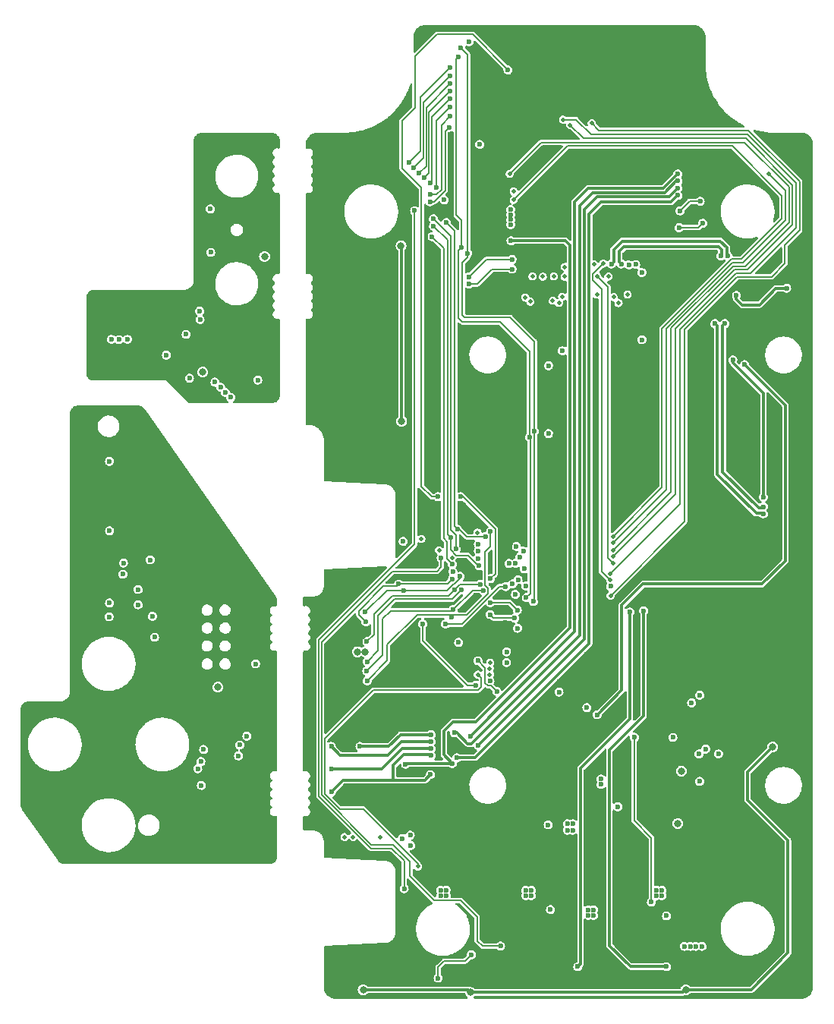
<source format=gbr>
%TF.GenerationSoftware,KiCad,Pcbnew,5.99.0-1.20210329git38c849b.fc33*%
%TF.CreationDate,2021-04-01T23:54:55+01:00*%
%TF.ProjectId,safeproject-panel-r2,73616665-7072-46f6-9a65-63742d70616e,rev?*%
%TF.SameCoordinates,Original*%
%TF.FileFunction,Copper,L3,Inr*%
%TF.FilePolarity,Positive*%
%FSLAX46Y46*%
G04 Gerber Fmt 4.6, Leading zero omitted, Abs format (unit mm)*
G04 Created by KiCad (PCBNEW 5.99.0-1.20210329git38c849b.fc33) date 2021-04-01 23:54:55*
%MOMM*%
%LPD*%
G01*
G04 APERTURE LIST*
%TA.AperFunction,ComponentPad*%
%ADD10O,0.950000X1.250000*%
%TD*%
%TA.AperFunction,ComponentPad*%
%ADD11O,1.550000X0.890000*%
%TD*%
%TA.AperFunction,ComponentPad*%
%ADD12C,0.500000*%
%TD*%
%TA.AperFunction,ViaPad*%
%ADD13C,0.600000*%
%TD*%
%TA.AperFunction,ViaPad*%
%ADD14C,0.800000*%
%TD*%
%TA.AperFunction,ViaPad*%
%ADD15C,0.500000*%
%TD*%
%TA.AperFunction,Conductor*%
%ADD16C,0.200000*%
%TD*%
%TA.AperFunction,Conductor*%
%ADD17C,0.300000*%
%TD*%
%TA.AperFunction,Conductor*%
%ADD18C,0.372000*%
%TD*%
G04 APERTURE END LIST*
D10*
%TO.N,GND*%
%TO.C,J15*%
X118000000Y-56550000D03*
D11*
X120700000Y-57550000D03*
X120700000Y-50550000D03*
D10*
X118000000Y-51550000D03*
%TD*%
D12*
%TO.N,GND*%
%TO.C,U1*%
X55325000Y-61900000D03*
X56400000Y-61900000D03*
X56400000Y-60825000D03*
X55325000Y-60825000D03*
X57475000Y-61900000D03*
X57475000Y-62975000D03*
X57475000Y-60825000D03*
X55325000Y-62975000D03*
X56400000Y-62975000D03*
%TD*%
D13*
%TO.N,/SHDNZ*%
X79600000Y-49050000D03*
X81850000Y-85575000D03*
%TO.N,/SCL*%
X82900000Y-50250000D03*
X90447200Y-71416400D03*
X90100000Y-89300000D03*
X82525000Y-29000000D03*
%TO.N,/SDA*%
X90900000Y-89750000D03*
X82800000Y-27975000D03*
X83550000Y-50900000D03*
X91006000Y-70756000D03*
%TO.N,/FSYNC*%
X85550000Y-82500000D03*
X82450000Y-81700000D03*
X81184994Y-47474990D03*
%TO.N,/BCLK*%
X79750000Y-47850000D03*
X81650000Y-82600000D03*
X84850000Y-85750000D03*
%TO.N,/SDOUT*%
X82275000Y-83850000D03*
X79750000Y-47050000D03*
%TO.N,GND*%
X96350000Y-28550000D03*
X91250000Y-29550000D03*
X95950000Y-40000000D03*
X75078696Y-87413782D03*
X87951315Y-87368591D03*
X95050000Y-28550000D03*
X117000000Y-93350000D03*
X94150000Y-45950000D03*
X106086000Y-120367200D03*
X103300000Y-47350000D03*
X107250000Y-41100000D03*
X107350000Y-55500000D03*
X99600000Y-40000000D03*
X66000000Y-46125000D03*
X117000000Y-90950000D03*
X103300000Y-45900000D03*
X79950000Y-87250000D03*
X112700000Y-63550000D03*
X88725000Y-96950000D03*
X109900000Y-114850000D03*
X121550000Y-86150000D03*
X69314400Y-87164400D03*
X93944800Y-118001600D03*
X91575000Y-78325000D03*
X121550000Y-87350000D03*
X83400000Y-70100000D03*
X121550000Y-80150000D03*
X97850000Y-47350000D03*
X109600000Y-34900000D03*
X106800000Y-25850000D03*
X117000000Y-82550000D03*
X100300000Y-129972694D03*
X121400000Y-107050000D03*
X79900000Y-57450000D03*
X100650000Y-80750000D03*
X96725000Y-110850000D03*
X101250000Y-122949998D03*
X87400000Y-68050000D03*
X98450000Y-117036400D03*
X93698400Y-71950000D03*
X95050000Y-25900000D03*
X84100000Y-44550000D03*
X89900000Y-36650000D03*
X92268400Y-120519600D03*
X75950000Y-123450000D03*
X75150000Y-69650000D03*
X66000000Y-66050000D03*
X102210800Y-117036400D03*
X93698400Y-75350000D03*
X76800000Y-34250000D03*
X121550000Y-84950000D03*
X96825000Y-109100000D03*
X105000000Y-39950000D03*
X79900000Y-60150000D03*
X83300000Y-65150000D03*
X109650000Y-50750000D03*
X89424990Y-103123471D03*
X96225000Y-106775000D03*
X86400000Y-25850000D03*
X112700000Y-65200000D03*
X79900000Y-62550000D03*
X80174990Y-65150000D03*
X106594000Y-119808400D03*
X90709600Y-117036400D03*
X116400000Y-133450000D03*
X103775000Y-129725000D03*
X93800000Y-31950000D03*
X87150000Y-127000000D03*
X91400000Y-35550000D03*
X83400000Y-77350000D03*
X68806400Y-87164400D03*
X83100000Y-80150000D03*
X86650000Y-122425000D03*
X81400000Y-111600000D03*
X93800000Y-32900000D03*
X105250000Y-110250000D03*
X78800000Y-79825000D03*
X87600000Y-78950000D03*
X97850000Y-65650000D03*
X106125000Y-117025000D03*
X112100000Y-48850000D03*
X106594000Y-118690800D03*
X111427600Y-125823200D03*
X101450000Y-45900000D03*
X84100000Y-45950000D03*
X79600000Y-84475000D03*
X112975000Y-49525000D03*
X93698400Y-63200000D03*
X80752800Y-117036400D03*
X112700000Y-69050000D03*
X96350000Y-27150000D03*
X89800000Y-27250000D03*
X110700000Y-60700000D03*
X89800000Y-31950000D03*
X91024990Y-101523471D03*
X117000000Y-84950000D03*
X87600000Y-98150000D03*
X77075000Y-78175000D03*
X93800000Y-92350000D03*
X112900000Y-130950000D03*
X121550000Y-92150000D03*
X111884800Y-124451600D03*
X97850000Y-68650000D03*
X88850000Y-36650000D03*
X86000000Y-99850000D03*
X96850000Y-95650000D03*
X83750000Y-52300000D03*
X100600000Y-36450000D03*
X95050000Y-27150000D03*
X92350000Y-43000000D03*
X121550000Y-96950000D03*
X112200000Y-36050000D03*
X73600000Y-75850000D03*
X103250000Y-39950000D03*
X104450000Y-32650000D03*
X89800000Y-29850000D03*
X79900000Y-53230000D03*
X109700000Y-52250000D03*
X93698400Y-68650000D03*
X79626800Y-93666800D03*
X76874990Y-87250000D03*
X105025000Y-117025000D03*
X104950000Y-47350000D03*
X101250000Y-122425000D03*
X121400000Y-65450000D03*
X77050000Y-79950000D03*
X106695600Y-129968400D03*
X84650000Y-91550000D03*
X86650000Y-123475000D03*
X103000000Y-113350000D03*
X70400000Y-38050000D03*
X93723800Y-91406200D03*
X104450000Y-27050000D03*
X121400000Y-102650000D03*
X109600000Y-32450000D03*
X114600000Y-76800000D03*
X74600000Y-128250000D03*
X80300000Y-75050000D03*
X68000000Y-75450000D03*
X112700000Y-74500000D03*
X93698400Y-65650000D03*
X117000000Y-94550000D03*
X97275000Y-105900000D03*
X97850000Y-78000000D03*
X100026400Y-117036400D03*
X113200000Y-78500000D03*
X79435632Y-83705175D03*
X87875000Y-83000000D03*
X88550000Y-37600000D03*
X84600000Y-92900000D03*
X121550000Y-95750000D03*
X82600000Y-25850000D03*
X83100000Y-81350000D03*
X101450000Y-41500000D03*
X121400000Y-41250000D03*
X109700000Y-52950000D03*
X99650000Y-47400000D03*
X110700000Y-67150000D03*
X106594000Y-118132000D03*
X99600000Y-48850000D03*
X91234600Y-90491800D03*
X121550000Y-81350000D03*
X101250000Y-125950000D03*
X87610800Y-117036400D03*
X93800000Y-33600000D03*
X113725000Y-54300000D03*
X86550000Y-33400000D03*
X112700000Y-72650000D03*
X115950000Y-130950000D03*
X94950000Y-118001600D03*
X82900000Y-83425000D03*
X101150000Y-117036400D03*
X75650000Y-90100000D03*
X82050000Y-111600000D03*
X92800000Y-93550000D03*
X93698400Y-81150000D03*
X103300000Y-48850000D03*
X112700000Y-67100000D03*
X80550000Y-83250000D03*
X109600000Y-34150000D03*
X93698400Y-78000000D03*
X104450000Y-29650000D03*
X89800000Y-80450000D03*
X95050000Y-30850000D03*
X117000000Y-89750000D03*
X110700000Y-72700000D03*
X86550000Y-117036400D03*
X121400000Y-70250000D03*
X94859200Y-129968400D03*
X83125010Y-90568000D03*
X90600000Y-95650000D03*
X92268400Y-118284400D03*
X94950000Y-117036400D03*
X97800000Y-40000000D03*
X108450000Y-40400000D03*
X109900000Y-115600000D03*
X109400000Y-53900000D03*
X103250000Y-42950000D03*
X92350000Y-47400000D03*
X79424990Y-82800000D03*
X92350000Y-44450000D03*
X86150000Y-55500000D03*
X87150000Y-126500000D03*
X86650000Y-122949998D03*
X83044255Y-85211732D03*
X75400000Y-118650000D03*
X107200000Y-52350000D03*
X97850000Y-43000000D03*
X66000000Y-62850000D03*
X87300000Y-33400000D03*
X90600000Y-41500000D03*
X94150000Y-47400000D03*
X80174990Y-79850000D03*
X121550000Y-89750000D03*
X116925000Y-80625000D03*
X112700000Y-71050000D03*
X80250000Y-77200000D03*
X99650000Y-41500000D03*
X74300000Y-69650000D03*
X96350000Y-25900000D03*
X82650000Y-105650000D03*
X109400000Y-28050000D03*
X84100000Y-45250000D03*
X91800000Y-36600000D03*
X90700000Y-90950000D03*
X101450000Y-48850000D03*
X85450000Y-70100000D03*
X121400000Y-120650000D03*
X111250000Y-130750000D03*
X88626800Y-117036400D03*
X87602400Y-93350000D03*
X93698400Y-84050000D03*
X96000000Y-43000000D03*
X113250000Y-75450000D03*
X104450000Y-31100000D03*
X101050000Y-34500000D03*
X100708800Y-125400000D03*
X73050000Y-87000000D03*
X105050000Y-43000000D03*
X97800000Y-41500000D03*
X106594000Y-119249600D03*
X101250000Y-123475000D03*
X104950000Y-45850000D03*
X83400000Y-74950000D03*
X93081200Y-128495200D03*
X79050000Y-90124990D03*
X113500000Y-110275000D03*
X121550000Y-98150000D03*
X109600000Y-48750000D03*
X97950000Y-127350000D03*
X105600000Y-36500000D03*
X117000000Y-83750000D03*
X93825000Y-98700000D03*
X104450000Y-28350000D03*
X97950000Y-126850000D03*
X86250000Y-125350000D03*
X110750000Y-48850000D03*
X89200000Y-53250000D03*
X86250000Y-125850000D03*
X103000000Y-112650000D03*
X84410400Y-117036400D03*
X121550000Y-88550000D03*
X117000000Y-95750000D03*
X105600000Y-111550000D03*
X111900000Y-77100000D03*
X80752800Y-120186000D03*
X85426400Y-117036400D03*
X97850000Y-71950000D03*
X110650000Y-75800000D03*
X101450000Y-47400000D03*
X66000000Y-52300000D03*
X94150000Y-41500000D03*
X110700000Y-65250000D03*
X87800000Y-92100011D03*
X97850000Y-63200000D03*
X93800000Y-29500000D03*
X94200000Y-44450000D03*
X92268400Y-119960800D03*
X116925000Y-81725000D03*
X92268400Y-119402000D03*
X66000000Y-69250000D03*
X97704000Y-129968400D03*
X93550000Y-35550000D03*
X103250000Y-41500000D03*
X107200000Y-53000000D03*
X121400000Y-49050000D03*
X121550000Y-82550000D03*
X89800000Y-25950000D03*
X87713439Y-88913439D03*
X83100000Y-78950000D03*
X121550000Y-90950000D03*
X83400000Y-68050000D03*
X110700000Y-61900000D03*
X113800000Y-50400000D03*
X86100000Y-84950000D03*
X87600000Y-81350000D03*
X117000000Y-92150000D03*
X87650000Y-127000000D03*
X80752800Y-118001600D03*
X98000000Y-92300000D03*
X81650000Y-37650000D03*
X104300000Y-109200000D03*
X101500000Y-127125000D03*
X89800000Y-32900000D03*
X113798008Y-107348008D03*
X115400000Y-100300000D03*
X74400000Y-36650000D03*
X110700000Y-63550000D03*
X87650000Y-126500000D03*
X97029200Y-117036400D03*
X106086000Y-119808400D03*
X68000000Y-72450000D03*
X78800000Y-78300000D03*
X88400000Y-50550000D03*
X87400000Y-70100000D03*
X97850000Y-75350000D03*
X89693600Y-117036400D03*
X97950000Y-126350000D03*
X106250000Y-36500000D03*
X68100000Y-131900000D03*
X119200000Y-38450000D03*
X82429200Y-117036400D03*
X78400000Y-90150000D03*
X112150000Y-112570000D03*
X79900000Y-55050000D03*
X92600000Y-99950000D03*
X98350000Y-90625000D03*
X96350000Y-30150000D03*
X102050000Y-127125000D03*
X121400000Y-75250000D03*
X101800000Y-34500000D03*
X114300000Y-79600000D03*
X91500000Y-94850000D03*
X107350000Y-56150000D03*
X121550000Y-94550000D03*
X91650000Y-120519600D03*
X99650000Y-42950000D03*
X87600000Y-80150000D03*
X91650000Y-119960800D03*
X85450000Y-68050000D03*
X93944800Y-117036400D03*
X93698400Y-86700000D03*
X101500000Y-126625000D03*
X98475000Y-110900000D03*
X121400000Y-45250000D03*
X87900000Y-91000000D03*
X103226800Y-117036400D03*
X115600000Y-77800000D03*
X101450000Y-42950000D03*
X106594000Y-120367200D03*
X78400000Y-26250000D03*
X104450000Y-25900000D03*
X107250000Y-39650000D03*
X96000000Y-41500000D03*
X105050000Y-41500000D03*
X97850000Y-61550000D03*
X101450000Y-40000000D03*
X110800000Y-50750000D03*
X83400000Y-72650000D03*
X121550000Y-93350000D03*
X97950000Y-125850000D03*
X102025000Y-126600000D03*
X117000000Y-96950000D03*
X79118800Y-93666800D03*
X110700000Y-71100000D03*
X83650000Y-57243200D03*
X117000000Y-98150000D03*
X115800000Y-100750000D03*
X84575000Y-86600000D03*
X121550000Y-83750000D03*
X117000000Y-86150000D03*
X68150000Y-128850000D03*
X89800000Y-28700000D03*
X92268400Y-118843200D03*
X83650000Y-56100000D03*
X120200000Y-133450000D03*
X105250000Y-110900000D03*
X92350000Y-45950000D03*
X86800000Y-125350000D03*
X89800000Y-31000000D03*
X83445200Y-117036400D03*
X66000000Y-59850000D03*
X99650000Y-45950000D03*
X101250000Y-125375000D03*
X100700000Y-125950000D03*
X110700000Y-69100000D03*
X97850000Y-48850000D03*
X80752800Y-119068400D03*
X70600000Y-86650000D03*
X86800000Y-125850000D03*
%TO.N,+3V3*%
X87900000Y-95350000D03*
D14*
X107400000Y-108650000D03*
X83900000Y-133350000D03*
X107900000Y-133050000D03*
D13*
X83725000Y-27300000D03*
D14*
X72150000Y-95350000D03*
D13*
X84900000Y-38750000D03*
X93750000Y-99850000D03*
D14*
X71900000Y-133050000D03*
D13*
X109370000Y-106750000D03*
D14*
X117598008Y-105948008D03*
X71250000Y-95350000D03*
D13*
X92580800Y-63450000D03*
X92580800Y-71019200D03*
X90023790Y-88020000D03*
%TO.N,+1V8*%
X96859116Y-101575010D03*
X99500000Y-88050000D03*
X87900000Y-96550000D03*
%TO.N,/Power and input connector/Vin*%
X109000000Y-128200000D03*
X107750000Y-128200000D03*
X98450000Y-109550000D03*
X109700000Y-128200000D03*
X100325000Y-112625000D03*
X98450000Y-110150000D03*
X108400000Y-128200000D03*
%TO.N,/Modem/UIM_SIM_DET*%
X88400000Y-49500000D03*
X76629600Y-107890800D03*
X81850000Y-107800000D03*
X77150000Y-115800000D03*
%TO.N,/Modem/UIM_VCC*%
X82352650Y-107170750D03*
X68349200Y-110989600D03*
X79474400Y-106925600D03*
X107006594Y-44456594D03*
X79400000Y-109050000D03*
%TO.N,/USB-UART bridge/CP2102_VDD*%
X106450000Y-104900000D03*
X110110000Y-106210000D03*
%TO.N,/Modem/UIM_RESET_N*%
X68349200Y-108449600D03*
X79474400Y-106163600D03*
X83850000Y-104750000D03*
X107000000Y-42050000D03*
%TO.N,/Modem/UIM_DATA*%
X71549600Y-105909600D03*
X107025435Y-42837754D03*
X77200000Y-116950000D03*
X79474400Y-104588800D03*
X82075000Y-104400000D03*
%TO.N,/Modem/UIM_CLK_R*%
X79474400Y-105350800D03*
X68349200Y-105909600D03*
%TO.N,/Power and input connector/VIN_DCDC_3V7*%
X104650000Y-121950000D03*
X97009600Y-124136400D03*
X97609600Y-124736400D03*
X97009600Y-124736400D03*
X105250000Y-121950000D03*
X104650000Y-122550000D03*
X97609600Y-124136400D03*
X105250000Y-122550000D03*
%TO.N,/SD_DAT2*%
X81800000Y-91450000D03*
X86100000Y-81950000D03*
X72350000Y-98600000D03*
%TO.N,/SD_DAT3*%
X72300000Y-97500000D03*
X81960000Y-90640000D03*
X85300000Y-88500000D03*
%TO.N,/SD_CMD*%
X82890000Y-88430000D03*
X72350000Y-96450000D03*
%TO.N,/SD_CLK*%
X85000000Y-87824800D03*
X72320000Y-94220000D03*
X82100000Y-88430000D03*
%TO.N,/SD_DAT0*%
X81875000Y-87225000D03*
X72200000Y-92000000D03*
X75874990Y-87803728D03*
%TO.N,/SD_DAT1*%
X82726439Y-86928853D03*
X76400000Y-88500000D03*
X72150000Y-90900000D03*
%TO.N,/SD_nDET*%
X81100000Y-92250000D03*
X87805600Y-88078800D03*
%TO.N,/LED driver\u002C LED board connections/LED3_B*%
X79350000Y-45150000D03*
X81500000Y-36850000D03*
%TO.N,VBUS*%
X111560000Y-106730000D03*
X109450000Y-109800000D03*
%TO.N,/USB-OTG flashing interface/OTG_USB_DP*%
X119150000Y-54800000D03*
X113550000Y-55600000D03*
%TO.N,/USB_DN*%
X116548167Y-79177775D03*
X112250000Y-58750000D03*
%TO.N,/USB_DP*%
X111150000Y-58750000D03*
X116548167Y-79977775D03*
%TO.N,/USB_OTG_ID*%
X116550000Y-78100000D03*
X113150000Y-62800000D03*
%TO.N,/Power and input connector/VIN_DCDC_5*%
X90650000Y-122550000D03*
X90650000Y-121950000D03*
X80550000Y-122550000D03*
X90050000Y-122550000D03*
X81150000Y-122550000D03*
X90050000Y-121950000D03*
X80550000Y-121950000D03*
X81150000Y-121950000D03*
D15*
%TO.N,Net-(J1-Pad1)*%
X90000000Y-55850000D03*
X90802800Y-53484000D03*
D13*
%TO.N,/RXD*%
X89100000Y-90700000D03*
X86096239Y-89853761D03*
%TO.N,/TXD*%
X88800000Y-91600000D03*
X108550000Y-101050000D03*
X109450000Y-100200000D03*
X86050000Y-91200000D03*
%TO.N,/LED driver\u002C LED board connections/LED3_G*%
X79350000Y-44350000D03*
X81600000Y-35650000D03*
%TO.N,/nPWR_LED*%
X80950000Y-44950000D03*
X77650000Y-46150000D03*
X76475000Y-121775000D03*
%TO.N,/LED driver\u002C LED board connections/LED2_B*%
X80050000Y-43600000D03*
X81600000Y-34600000D03*
%TO.N,/LED driver\u002C LED board connections/LED2_G*%
X81600000Y-33700000D03*
X79400000Y-43050000D03*
%TO.N,/LED driver\u002C LED board connections/LED2_R*%
X78750000Y-42500000D03*
X81600000Y-32850000D03*
%TO.N,/LED driver\u002C LED board connections/LED1_B*%
X78150000Y-41950000D03*
X81600000Y-32000000D03*
%TO.N,/LED driver\u002C LED board connections/LED1_G*%
X77500000Y-41400000D03*
X81600000Y-31100000D03*
%TO.N,/LED driver\u002C LED board connections/LED1_R*%
X81600000Y-30200000D03*
X77000000Y-40750000D03*
%TO.N,+5V*%
X82550000Y-94300000D03*
D14*
X76200000Y-69650000D03*
X76124990Y-50050000D03*
D13*
X76375000Y-83025000D03*
X92800000Y-124100000D03*
X92550000Y-114650000D03*
%TO.N,Net-(D7-Pad1)*%
X105750000Y-130475000D03*
X103200000Y-90775000D03*
%TO.N,/POWER_ON_N*%
X88575000Y-87775000D03*
X88175000Y-85500000D03*
%TO.N,/RESET_IN_N*%
X88900000Y-85475000D03*
X89175000Y-87300000D03*
%TO.N,/WAKE*%
X89890000Y-86100000D03*
X88900000Y-88950000D03*
%TO.N,/SAFE_PWR_REMOVE*%
X84700000Y-84950000D03*
X89350000Y-84800000D03*
%TO.N,/WAKE_ON_WWAN*%
X89800000Y-84125000D03*
X84750000Y-84100000D03*
%TO.N,/TX_ON*%
X89000000Y-83600000D03*
X84750000Y-83350000D03*
D15*
%TO.N,/Modem/1V8_TX_ON*%
X88700000Y-44950000D03*
X99800000Y-82500000D03*
%TO.N,/Modem/1V8_WAKE_ON_WWAN*%
X117150000Y-42050000D03*
X99800000Y-83200000D03*
%TO.N,/Modem/1V8_SAFE_PWR_REMOVE*%
X88250000Y-42050000D03*
X99800000Y-84000000D03*
%TO.N,/Modem/1V8_RESET_OUT_N*%
X99800000Y-84700000D03*
X95000000Y-36600000D03*
%TO.N,/Modem/1V8_WAKE*%
X99800000Y-85450000D03*
X98008507Y-53450000D03*
%TO.N,/Modem/1V8_BOOT_MODE*%
X99450000Y-86650000D03*
X94200000Y-36000000D03*
%TO.N,/Modem/1V8_RESET_IN_N*%
X99450000Y-87350000D03*
X98700000Y-52050000D03*
%TO.N,/Modem/1V8_POWER_ON_N*%
X97400000Y-36400000D03*
X99500000Y-89100000D03*
X88700000Y-44000000D03*
D13*
%TO.N,/MODEM_USB_DN*%
X99600000Y-52100000D03*
X112600000Y-51200000D03*
%TO.N,/MODEM_USB_DP*%
X100700000Y-52100000D03*
X111800000Y-51200000D03*
%TO.N,/nLEDS_ENABLE*%
X88050000Y-30450000D03*
X80250000Y-78050000D03*
X82750000Y-78050000D03*
X86100000Y-87200000D03*
D15*
%TO.N,Net-(J9-Pad1)*%
X101400000Y-55500000D03*
D13*
X101550000Y-52200000D03*
%TO.N,Net-(J8-Pad1)*%
X102300000Y-52155002D03*
D15*
X100400000Y-56450000D03*
%TO.N,Net-(J7-Pad1)*%
X99250000Y-53500000D03*
X99862510Y-55784517D03*
%TO.N,Net-(J6-Pad1)*%
X97650000Y-52150000D03*
X98000000Y-55500000D03*
%TO.N,Net-(J5-Pad1)*%
X94400001Y-52439462D03*
X94100000Y-55750000D03*
%TO.N,Net-(J4-Pad1)*%
X93750000Y-56450000D03*
X94362490Y-53500000D03*
%TO.N,Net-(J3-Pad1)*%
X93050000Y-56200000D03*
X93190400Y-53484000D03*
%TO.N,Net-(J2-Pad1)*%
X90550000Y-56300000D03*
X91950000Y-53500000D03*
D13*
%TO.N,+3V7*%
X103000000Y-60550000D03*
X103000000Y-53050000D03*
X95300000Y-114550000D03*
X105750000Y-124800000D03*
X94700000Y-114550000D03*
X94125000Y-61775000D03*
X94700000Y-115250000D03*
X88350000Y-47150000D03*
X95300000Y-115250000D03*
X88350000Y-46050000D03*
D14*
X107000000Y-114500000D03*
D13*
X88350000Y-47700000D03*
X88350000Y-46600000D03*
%TO.N,/Modem/UIM_CLK*%
X107000000Y-43650000D03*
X84750000Y-105800000D03*
%TO.N,/GLOBAL_EN_o*%
X84500000Y-99100000D03*
X78550000Y-92250000D03*
%TO.N,/nRPIBOOT*%
X86800000Y-99775000D03*
X98025000Y-102375000D03*
X84700000Y-96350000D03*
X114481118Y-63317931D03*
%TO.N,/3V7_EN*%
X102150000Y-104900000D03*
X81900000Y-86400000D03*
X104054000Y-123262800D03*
X89125000Y-92725000D03*
%TO.N,Net-(D1-Pad1)*%
X80275000Y-131750000D03*
X83975000Y-129150000D03*
%TO.N,Net-(D3-Pad2)*%
X95850000Y-130475000D03*
X101650000Y-90925000D03*
%TO.N,Net-(T10-Pad1)*%
X107160400Y-48048400D03*
X109800000Y-47550000D03*
%TO.N,Net-(T11-Pad1)*%
X109497200Y-45102000D03*
X107262000Y-46168800D03*
D15*
%TO.N,/nPWR_LED_BUF*%
X84700000Y-97900000D03*
X78000000Y-119300000D03*
D13*
%TO.N,Net-(T8-Pad1)*%
X83690800Y-53534800D03*
X88516800Y-51604400D03*
%TO.N,Net-(T9-Pad1)*%
X83690800Y-54347600D03*
X88516800Y-52671200D03*
%TO.N,Net-(Module1-Pad21)*%
X87225000Y-128175000D03*
X80600000Y-84875000D03*
D15*
%TO.N,Net-(Module1-Pad35)*%
X80375000Y-84025000D03*
X81825000Y-84850000D03*
%TO.N,Net-(Module1-Pad36)*%
X84650000Y-82050000D03*
X78400000Y-82775000D03*
%TO.N,Net-(Module1-Pad92)*%
X86078400Y-96562400D03*
X69822400Y-116018800D03*
%TO.N,Net-(Module1-Pad94)*%
X86027600Y-97222800D03*
X70787600Y-116018800D03*
%TO.N,Net-(Module1-Pad96)*%
X86027600Y-97883200D03*
X73835600Y-116069600D03*
D13*
%TO.N,Net-(Module1-Pad100)*%
X76274000Y-116171200D03*
X86043239Y-98610039D03*
D14*
%TO.N,GND*%
X53025000Y-109475000D03*
X57400000Y-109225000D03*
X52425000Y-89525000D03*
D13*
%TO.N,+3V3*%
X53850000Y-110250000D03*
D14*
X55700000Y-99300000D03*
D13*
%TO.N,Net-(LED1-Pad4)*%
X43550000Y-91450000D03*
X46800000Y-88400000D03*
%TO.N,/LED1_B*%
X54100000Y-106250000D03*
X48625010Y-93725602D03*
%TO.N,/LED1_G*%
X48400000Y-91400000D03*
X53800000Y-107600000D03*
%TO.N,/LED1_R*%
X53450000Y-108400000D03*
X46800000Y-90100000D03*
%TO.N,/LED2_B*%
X58925010Y-104750000D03*
X48150000Y-85100000D03*
%TO.N,/LED2_G*%
X58125010Y-105750000D03*
X45150000Y-85450000D03*
%TO.N,/LED2_R*%
X58000000Y-106950000D03*
X45100000Y-86700000D03*
%TO.N,+5V*%
X43600000Y-81850000D03*
X43600000Y-89900000D03*
X43600000Y-74100000D03*
X59900000Y-96700000D03*
%TO.N,GND*%
X54350000Y-47700000D03*
D14*
X52450000Y-63900000D03*
D13*
X54350000Y-48800000D03*
X43100000Y-60050000D03*
X53400000Y-61950000D03*
X59800000Y-61250000D03*
X42500000Y-60050000D03*
X62150000Y-64300000D03*
X60150000Y-58650000D03*
X61900000Y-45250000D03*
X58450000Y-64349990D03*
X61800000Y-66850000D03*
X50126254Y-59755944D03*
X54250000Y-59750000D03*
X61850000Y-59250000D03*
%TO.N,+3V3*%
X60150000Y-65050000D03*
X49950000Y-62250000D03*
D14*
X60900000Y-51250000D03*
X54000000Y-64150000D03*
D13*
X52150000Y-59950000D03*
%TO.N,/SDOUT*%
X56000000Y-65850000D03*
X43800000Y-60500000D03*
%TO.N,/BCLK*%
X56547068Y-66433725D03*
X44641949Y-60541949D03*
%TO.N,/FSYNC*%
X57136436Y-66974709D03*
X45600000Y-60500000D03*
%TO.N,Net-(TP1-Pad1)*%
X52516949Y-64833051D03*
X55374627Y-65274627D03*
%TO.N,Net-(R2-Pad2)*%
X54900000Y-50800000D03*
X53700000Y-58300000D03*
%TO.N,Net-(R1-Pad2)*%
X54850000Y-45950000D03*
X53650000Y-57350000D03*
%TD*%
D16*
%TO.N,/SHDNZ*%
X80900000Y-82723994D02*
X80900000Y-50350000D01*
X81250000Y-83073994D02*
X80900000Y-82723994D01*
X81850000Y-85575000D02*
X81250000Y-84975000D01*
X81250000Y-84975000D02*
X81250000Y-83073994D01*
X80900000Y-50350000D02*
X79600000Y-49050000D01*
%TO.N,/SCL*%
X82522400Y-58106800D02*
X82522400Y-50627600D01*
X90548800Y-88851200D02*
X90548800Y-71518000D01*
X82275000Y-46625000D02*
X82275000Y-29250000D01*
X90548800Y-71518000D02*
X90447200Y-71416400D01*
X82350000Y-46700000D02*
X82275000Y-46625000D01*
X90447200Y-61866000D02*
X87145200Y-58564000D01*
X87145200Y-58564000D02*
X82979600Y-58564000D01*
X90447200Y-71416400D02*
X90447200Y-61866000D01*
X90100000Y-89300000D02*
X90548800Y-88851200D01*
X82275000Y-29250000D02*
X82525000Y-29000000D01*
X82979600Y-58564000D02*
X82522400Y-58106800D01*
X82522400Y-50627600D02*
X82900000Y-50250000D01*
X82275000Y-46625000D02*
X82900000Y-47250000D01*
X82900000Y-47250000D02*
X82900000Y-50250000D01*
%TO.N,/SDA*%
X82949010Y-51939790D02*
X83550000Y-51338800D01*
X83550000Y-51338800D02*
X83550000Y-50900000D01*
X83233600Y-58056000D02*
X82949010Y-57771410D01*
X82949010Y-57771410D02*
X82949010Y-51939790D01*
X83550000Y-50900000D02*
X83550000Y-28725000D01*
X83550000Y-28725000D02*
X82800000Y-27975000D01*
X91006000Y-60748400D02*
X88313600Y-58056000D01*
X88313600Y-58056000D02*
X83233600Y-58056000D01*
X91006000Y-89644000D02*
X91006000Y-60748400D01*
X90900000Y-89750000D02*
X91006000Y-89644000D01*
%TO.N,/FSYNC*%
X82116000Y-48405996D02*
X81184994Y-47474990D01*
X82625000Y-81700000D02*
X82450000Y-81700000D01*
X83450011Y-82525011D02*
X82625000Y-81700000D01*
X82450000Y-81700000D02*
X82116000Y-81366000D01*
X85550000Y-82500000D02*
X85524989Y-82525011D01*
X82116000Y-81366000D02*
X82116000Y-48405996D01*
X85524989Y-82525011D02*
X83450011Y-82525011D01*
%TO.N,/BCLK*%
X81303200Y-49403200D02*
X81303200Y-82253200D01*
X79750000Y-47850000D02*
X81303200Y-49403200D01*
X83597983Y-84625000D02*
X82300000Y-84625000D01*
X84850000Y-85750000D02*
X84722983Y-85750000D01*
X84722983Y-85750000D02*
X83597983Y-84625000D01*
X81303200Y-82253200D02*
X81650000Y-82600000D01*
X82300000Y-84625000D02*
X81650000Y-83975000D01*
X81650000Y-83975000D02*
X81650000Y-82600000D01*
%TO.N,/SDOUT*%
X81709600Y-49009600D02*
X79750000Y-47050000D01*
X82275000Y-83850000D02*
X82275000Y-82325000D01*
X82275000Y-82325000D02*
X81709600Y-81759600D01*
X81709600Y-81759600D02*
X81709600Y-49009600D01*
D17*
%TO.N,+3V3*%
X83600000Y-133050000D02*
X83900000Y-133350000D01*
X83900000Y-133350000D02*
X107600000Y-133350000D01*
X119300000Y-128950000D02*
X119300000Y-116385698D01*
X119300000Y-116385698D02*
X114800000Y-111885698D01*
X107900000Y-133050000D02*
X115200000Y-133050000D01*
X114800000Y-111885698D02*
X114800000Y-108746016D01*
X107600000Y-133350000D02*
X107900000Y-133050000D01*
X115200000Y-133050000D02*
X119300000Y-128950000D01*
X71900000Y-133050000D02*
X83600000Y-133050000D01*
X114800000Y-108746016D02*
X117598008Y-105948008D01*
%TO.N,/Modem/UIM_SIM_DET*%
X81925000Y-103175000D02*
X80900000Y-104200000D01*
X94450000Y-49500000D02*
X94950000Y-50000000D01*
X88400000Y-49500000D02*
X94450000Y-49500000D01*
X80900000Y-106850000D02*
X81850000Y-107800000D01*
X76720400Y-107800000D02*
X76629600Y-107890800D01*
X84475000Y-103175000D02*
X81925000Y-103175000D01*
X80900000Y-104200000D02*
X80900000Y-106850000D01*
X81850000Y-107800000D02*
X76720400Y-107800000D01*
X94950000Y-92700000D02*
X84475000Y-103175000D01*
X94950000Y-50000000D02*
X94950000Y-92700000D01*
%TO.N,/Modem/UIM_VCC*%
X79474400Y-106925600D02*
X79398800Y-106850000D01*
X79398800Y-106850000D02*
X76450000Y-106850000D01*
X84378194Y-107170750D02*
X97124999Y-94423945D01*
X75268800Y-109668800D02*
X78781200Y-109668800D01*
X82352650Y-107170750D02*
X84378194Y-107170750D01*
X106263188Y-45200000D02*
X107006594Y-44456594D01*
X97124999Y-46525001D02*
X98450000Y-45200000D01*
X98450000Y-45200000D02*
X106263188Y-45200000D01*
X75268800Y-108031200D02*
X75268800Y-109668800D01*
X97124999Y-94423945D02*
X97124999Y-46525001D01*
X76450000Y-106850000D02*
X75268800Y-108031200D01*
X68349200Y-110989600D02*
X69670000Y-109668800D01*
X78781200Y-109668800D02*
X79400000Y-109050000D01*
X69670000Y-109668800D02*
X75268800Y-109668800D01*
%TO.N,/Modem/UIM_RESET_N*%
X105400000Y-43650000D02*
X97000000Y-43650000D01*
X97000000Y-43650000D02*
X95500000Y-45150000D01*
X95500000Y-93100000D02*
X83850000Y-104750000D01*
X76236400Y-106163600D02*
X79474400Y-106163600D01*
X107000000Y-42050000D02*
X105400000Y-43650000D01*
X95500000Y-45150000D02*
X95500000Y-93100000D01*
X73950400Y-108449600D02*
X76236400Y-106163600D01*
X68349200Y-108449600D02*
X73950400Y-108449600D01*
%TO.N,/Modem/UIM_DATA*%
X84000000Y-105600000D02*
X96050000Y-93550000D01*
X105526045Y-44125011D02*
X106813302Y-42837754D01*
X74740400Y-105909600D02*
X76061200Y-104588800D01*
X96050000Y-93550000D02*
X96050000Y-45600000D01*
X83575000Y-105600000D02*
X84000000Y-105600000D01*
X82375000Y-104400000D02*
X83575000Y-105600000D01*
X97524989Y-44125011D02*
X105526045Y-44125011D01*
X76061200Y-104588800D02*
X79474400Y-104588800D01*
X106813302Y-42837754D02*
X107025435Y-42837754D01*
X71549600Y-105909600D02*
X74740400Y-105909600D01*
X96050000Y-45600000D02*
X97524989Y-44125011D01*
X82075000Y-104400000D02*
X82375000Y-104400000D01*
%TO.N,/Modem/UIM_CLK_R*%
X69314400Y-106874800D02*
X74625200Y-106874800D01*
X68349200Y-105909600D02*
X69314400Y-106874800D01*
X76149200Y-105350800D02*
X79474400Y-105350800D01*
X74625200Y-106874800D02*
X76149200Y-105350800D01*
D16*
%TO.N,/SD_DAT2*%
X83463364Y-91250000D02*
X81850000Y-91250000D01*
X81800000Y-91300000D02*
X81850000Y-91250000D01*
X74600000Y-96350000D02*
X74600000Y-94572998D01*
X85825001Y-88888363D02*
X83463364Y-91250000D01*
X85525011Y-87950010D02*
X85825001Y-88250000D01*
X85525011Y-84199990D02*
X85525011Y-87950010D01*
X77922998Y-91250000D02*
X81850000Y-91250000D01*
X86100000Y-81950000D02*
X86100000Y-83625001D01*
X86100000Y-83625001D02*
X85525011Y-84199990D01*
X85825001Y-88250000D02*
X85825001Y-88888363D01*
X81800000Y-91450000D02*
X81800000Y-91300000D01*
X74600000Y-94572998D02*
X77922998Y-91250000D01*
X72350000Y-98600000D02*
X74600000Y-96350000D01*
%TO.N,/SD_DAT3*%
X74089600Y-91685600D02*
X74089600Y-95710400D01*
X74975200Y-90800000D02*
X74089600Y-91685600D01*
X84100000Y-88500000D02*
X85300000Y-88500000D01*
X81960000Y-90640000D02*
X84100000Y-88500000D01*
X74089600Y-95710400D02*
X72300000Y-97500000D01*
X81800000Y-90800000D02*
X74975200Y-90800000D01*
X81960000Y-90640000D02*
X81800000Y-90800000D01*
%TO.N,/SD_CMD*%
X82890000Y-88430000D02*
X81845001Y-89474999D01*
X73581600Y-95218400D02*
X72350000Y-96450000D01*
X81845001Y-89474999D02*
X75436601Y-89474999D01*
X75436601Y-89474999D02*
X73581600Y-91330000D01*
X73581600Y-91330000D02*
X73581600Y-95218400D01*
%TO.N,/SD_CLK*%
X81410000Y-89120000D02*
X75130000Y-89120000D01*
X82100000Y-88430000D02*
X82705200Y-87824800D01*
X75130000Y-89120000D02*
X73100000Y-91150000D01*
X72320000Y-94220000D02*
X72340000Y-94200000D01*
X73100000Y-93440000D02*
X72320000Y-94220000D01*
X82705200Y-87824800D02*
X85000000Y-87824800D01*
X82100000Y-88430000D02*
X81410000Y-89120000D01*
X73100000Y-91150000D02*
X73100000Y-93440000D01*
%TO.N,/SD_DAT0*%
X75874990Y-87803728D02*
X81296272Y-87803728D01*
X71400000Y-90809634D02*
X74159634Y-88050000D01*
X74159634Y-88050000D02*
X75628718Y-88050000D01*
X75628718Y-88050000D02*
X75874990Y-87803728D01*
X81296272Y-87803728D02*
X81875000Y-87225000D01*
X71400000Y-91200000D02*
X71400000Y-90809634D01*
X72200000Y-92000000D02*
X71400000Y-91200000D01*
%TO.N,/SD_DAT1*%
X82726439Y-87150563D02*
X82726439Y-86928853D01*
X82027001Y-87750001D02*
X82127001Y-87750001D01*
X76400000Y-88500000D02*
X81277002Y-88500000D01*
X72150000Y-90900000D02*
X74550000Y-88500000D01*
X82127001Y-87750001D02*
X82726439Y-87150563D01*
X81277002Y-88500000D02*
X82027001Y-87750001D01*
X74550000Y-88500000D02*
X76400000Y-88500000D01*
%TO.N,/SD_nDET*%
X87094198Y-88078800D02*
X82922998Y-92250000D01*
X82922998Y-92250000D02*
X81100000Y-92250000D01*
X87805600Y-88078800D02*
X87094198Y-88078800D01*
%TO.N,/LED driver\u002C LED board connections/LED3_B*%
X79800000Y-45150000D02*
X79350000Y-45150000D01*
X81050000Y-43900000D02*
X79800000Y-45150000D01*
X81050000Y-37300000D02*
X81050000Y-43900000D01*
X81500000Y-36850000D02*
X81050000Y-37300000D01*
D17*
%TO.N,/USB-OTG flashing interface/OTG_USB_DP*%
X113550000Y-56050000D02*
X114150000Y-56650000D01*
X117950000Y-54800000D02*
X119150000Y-54800000D01*
X114150000Y-56650000D02*
X116100000Y-56650000D01*
X113600000Y-55650000D02*
X113550000Y-55600000D01*
X116100000Y-56650000D02*
X117950000Y-54800000D01*
X113550000Y-55600000D02*
X113550000Y-56050000D01*
D18*
%TO.N,/USB_DN*%
X112000000Y-75300000D02*
X116010239Y-79310239D01*
X116415703Y-79310239D02*
X116548167Y-79177775D01*
X112250000Y-58750000D02*
X111986001Y-59013999D01*
X111986001Y-59013999D02*
X111986001Y-75281535D01*
X116010239Y-79310239D02*
X116415703Y-79310239D01*
%TO.N,/USB_DP*%
X111413999Y-59013999D02*
X111413999Y-75518465D01*
X116452633Y-79882241D02*
X116548167Y-79977775D01*
X111427998Y-75536930D02*
X115773309Y-79882241D01*
X111150000Y-58750000D02*
X111413999Y-59013999D01*
X115773309Y-79882241D02*
X116452633Y-79882241D01*
D17*
%TO.N,/USB_OTG_ID*%
X113150000Y-63100000D02*
X116550000Y-66500000D01*
X116550000Y-66500000D02*
X116550000Y-78100000D01*
X113150000Y-62800000D02*
X113150000Y-63100000D01*
D16*
%TO.N,/RXD*%
X88253761Y-89853761D02*
X86096239Y-89853761D01*
X89100000Y-90700000D02*
X88253761Y-89853761D01*
%TO.N,/TXD*%
X88800000Y-91600000D02*
X88775001Y-91575001D01*
X88775001Y-91575001D02*
X86425001Y-91575001D01*
X86425001Y-91575001D02*
X86050000Y-91200000D01*
%TO.N,/LED driver\u002C LED board connections/LED3_G*%
X80650000Y-43800000D02*
X80100000Y-44350000D01*
X80650000Y-36600000D02*
X80650000Y-43800000D01*
X80100000Y-44350000D02*
X79350000Y-44350000D01*
X81600000Y-35650000D02*
X80650000Y-36600000D01*
%TO.N,/nPWR_LED*%
X66949979Y-111444247D02*
X66949979Y-94050021D01*
X72780732Y-117275000D02*
X66949979Y-111444247D01*
X66949979Y-94050021D02*
X77650000Y-83350000D01*
X75050000Y-117275000D02*
X72780732Y-117275000D01*
X76475000Y-118700000D02*
X75050000Y-117275000D01*
X76475000Y-121775000D02*
X76475000Y-118700000D01*
X77650000Y-83350000D02*
X77650000Y-46150000D01*
%TO.N,/LED driver\u002C LED board connections/LED2_B*%
X81600000Y-34600000D02*
X80050000Y-36150000D01*
X80050000Y-36150000D02*
X80050000Y-43600000D01*
%TO.N,/LED driver\u002C LED board connections/LED2_G*%
X79600000Y-35700000D02*
X79600000Y-42850000D01*
X79600000Y-42850000D02*
X79400000Y-43050000D01*
X81600000Y-33700000D02*
X79600000Y-35700000D01*
%TO.N,/LED driver\u002C LED board connections/LED2_R*%
X79250000Y-35200000D02*
X79250000Y-42000000D01*
X79250000Y-42000000D02*
X78750000Y-42500000D01*
X81600000Y-32850000D02*
X79250000Y-35200000D01*
%TO.N,/LED driver\u002C LED board connections/LED1_B*%
X78924989Y-34675011D02*
X78924989Y-41175011D01*
X81600000Y-32000000D02*
X78924989Y-34675011D01*
X78924989Y-41175011D02*
X78150000Y-41950000D01*
%TO.N,/LED driver\u002C LED board connections/LED1_G*%
X81600000Y-31100000D02*
X78599978Y-34100022D01*
X78599978Y-34100022D02*
X78599978Y-40300022D01*
X78599978Y-40300022D02*
X77500000Y-41400000D01*
%TO.N,/LED driver\u002C LED board connections/LED1_R*%
X81600000Y-30200000D02*
X78274967Y-33525033D01*
X78274967Y-39475033D02*
X77000000Y-40750000D01*
X78274967Y-33525033D02*
X78274967Y-39475033D01*
D17*
%TO.N,+5V*%
X76200000Y-69650000D02*
X76200000Y-50125010D01*
X76200000Y-50125010D02*
X76124990Y-50050000D01*
%TO.N,Net-(D7-Pad1)*%
X99400000Y-128125000D02*
X101750000Y-130475000D01*
X99400000Y-106300000D02*
X103200000Y-102500000D01*
X103200000Y-102500000D02*
X103200000Y-90775000D01*
X99400000Y-128125000D02*
X99400000Y-106300000D01*
X101750000Y-130475000D02*
X105750000Y-130475000D01*
D16*
%TO.N,/Modem/1V8_TX_ON*%
X94700000Y-38950000D02*
X113050000Y-38950000D01*
X118600000Y-47050000D02*
X114100000Y-51550000D01*
X114100000Y-51550000D02*
X113000000Y-51550000D01*
X88700000Y-44950000D02*
X94700000Y-38950000D01*
X113000000Y-51550000D02*
X105250000Y-59300000D01*
X105250000Y-77050000D02*
X99800000Y-82500000D01*
X118600000Y-44500000D02*
X118600000Y-47050000D01*
X105250000Y-59300000D02*
X105250000Y-77050000D01*
X113050000Y-38950000D02*
X118600000Y-44500000D01*
%TO.N,/Modem/1V8_WAKE_ON_WWAN*%
X119000000Y-43900000D02*
X119000000Y-47250000D01*
X119000000Y-47250000D02*
X114300000Y-51950000D01*
X105750000Y-59279662D02*
X105750000Y-77250000D01*
X113079662Y-51950000D02*
X105750000Y-59279662D01*
X117150000Y-42050000D02*
X119000000Y-43900000D01*
X114300000Y-51950000D02*
X113079662Y-51950000D01*
X105750000Y-77250000D02*
X99800000Y-83200000D01*
%TO.N,/Modem/1V8_SAFE_PWR_REMOVE*%
X106250000Y-77550000D02*
X99800000Y-84000000D01*
X119400000Y-43500000D02*
X119400000Y-47500000D01*
X88250000Y-42050000D02*
X91750000Y-38550000D01*
X114550000Y-52350000D02*
X113139296Y-52350000D01*
X113139296Y-52350000D02*
X106250000Y-59239296D01*
X91750000Y-38550000D02*
X114450000Y-38550000D01*
X114450000Y-38550000D02*
X119400000Y-43500000D01*
X119400000Y-47500000D02*
X114550000Y-52350000D01*
X106250000Y-59239296D02*
X106250000Y-77550000D01*
%TO.N,/Modem/1V8_RESET_OUT_N*%
X106750000Y-77750000D02*
X99800000Y-84700000D01*
X95000000Y-36600000D02*
X96500000Y-38100000D01*
X114800000Y-52750000D02*
X113300000Y-52750000D01*
X106750000Y-59300000D02*
X106750000Y-77750000D01*
X114600000Y-38100000D02*
X119800000Y-43300000D01*
X96500000Y-38100000D02*
X114600000Y-38100000D01*
X119800000Y-47750000D02*
X114800000Y-52750000D01*
X113300000Y-52750000D02*
X106750000Y-59300000D01*
X119800000Y-43300000D02*
X119800000Y-47750000D01*
%TO.N,/Modem/1V8_WAKE*%
X99800000Y-85450000D02*
X99200000Y-84850000D01*
X99200000Y-54641493D02*
X98008507Y-53450000D01*
X99200000Y-84850000D02*
X99200000Y-54641493D01*
%TO.N,/Modem/1V8_BOOT_MODE*%
X120200000Y-43075000D02*
X114775000Y-37650000D01*
X107250000Y-59400000D02*
X113500000Y-53150000D01*
X113500000Y-53150000D02*
X115100000Y-53150000D01*
X95650000Y-36000000D02*
X94200000Y-36000000D01*
X97300000Y-37650000D02*
X95650000Y-36000000D01*
X114775000Y-37650000D02*
X97300000Y-37650000D01*
X120200000Y-48050000D02*
X120200000Y-43075000D01*
X107250000Y-78850000D02*
X107250000Y-59400000D01*
X99450000Y-86650000D02*
X107250000Y-78850000D01*
X115100000Y-53150000D02*
X120200000Y-48050000D01*
%TO.N,/Modem/1V8_RESET_IN_N*%
X99450000Y-87350000D02*
X98500000Y-86400000D01*
X98500000Y-86400000D02*
X98500000Y-54900000D01*
X98500000Y-54900000D02*
X97533506Y-53933506D01*
X97533506Y-53933506D02*
X97533506Y-53216494D01*
X97533506Y-53216494D02*
X98700000Y-52050000D01*
%TO.N,/Modem/1V8_POWER_ON_N*%
X113600000Y-53550000D02*
X117450000Y-53550000D01*
X118950000Y-52050000D02*
X118950000Y-50000000D01*
X114900000Y-37200000D02*
X98200000Y-37200000D01*
X99500000Y-89100000D02*
X107750000Y-80850000D01*
X98200000Y-37200000D02*
X97400000Y-36400000D01*
X120600000Y-48350000D02*
X120600000Y-42900000D01*
X117450000Y-53550000D02*
X118950000Y-52050000D01*
X107750000Y-80850000D02*
X107750000Y-59400000D01*
X118950000Y-50000000D02*
X120600000Y-48350000D01*
X120600000Y-42900000D02*
X114900000Y-37200000D01*
X107750000Y-59400000D02*
X113600000Y-53550000D01*
D18*
%TO.N,/MODEM_USB_DN*%
X100781534Y-49564000D02*
X99864000Y-50481534D01*
X112486001Y-50281535D02*
X111768466Y-49564000D01*
X112486001Y-51086001D02*
X112486001Y-50281535D01*
X99864000Y-51836000D02*
X99600000Y-52100000D01*
X111768466Y-49564000D02*
X100781534Y-49564000D01*
X99864000Y-50481534D02*
X99864000Y-51836000D01*
X112600000Y-51200000D02*
X112486001Y-51086001D01*
%TO.N,/MODEM_USB_DP*%
X101018466Y-50136000D02*
X100436000Y-50718466D01*
X111913999Y-51086001D02*
X111913999Y-50518465D01*
X111531534Y-50136000D02*
X101018466Y-50136000D01*
X100436000Y-50718466D02*
X100436000Y-51836000D01*
X100436000Y-51836000D02*
X100700000Y-52100000D01*
X111800000Y-51200000D02*
X111913999Y-51086001D01*
X111913999Y-50518465D02*
X111531534Y-50136000D01*
D16*
%TO.N,/nLEDS_ENABLE*%
X76250000Y-41450000D02*
X76250000Y-36150000D01*
X77700000Y-34700000D02*
X77700000Y-28950000D01*
X86100000Y-87200000D02*
X86650000Y-86650000D01*
X86650000Y-86650000D02*
X86650000Y-81700000D01*
X79550000Y-78050000D02*
X78400000Y-76900000D01*
X77700000Y-28950000D02*
X80150000Y-26500000D01*
X80250000Y-78050000D02*
X79550000Y-78050000D01*
X83000000Y-78050000D02*
X82750000Y-78050000D01*
X76250000Y-36150000D02*
X77700000Y-34700000D01*
X86650000Y-81700000D02*
X83000000Y-78050000D01*
X84100000Y-26500000D02*
X88050000Y-30450000D01*
X78400000Y-76900000D02*
X78400000Y-43600000D01*
X78400000Y-43600000D02*
X76250000Y-41450000D01*
X80150000Y-26500000D02*
X84100000Y-26500000D01*
D17*
%TO.N,/Modem/UIM_CLK*%
X96600000Y-46050000D02*
X98050000Y-44600000D01*
X106050000Y-44600000D02*
X107000000Y-43650000D01*
X98050000Y-44600000D02*
X106050000Y-44600000D01*
X96600000Y-93950000D02*
X96600000Y-46050000D01*
X84750000Y-105800000D02*
X96600000Y-93950000D01*
D16*
%TO.N,/GLOBAL_EN_o*%
X78550000Y-94150000D02*
X83500000Y-99100000D01*
X83500000Y-99100000D02*
X84500000Y-99100000D01*
X78550000Y-92250000D02*
X78550000Y-94150000D01*
D17*
%TO.N,/nRPIBOOT*%
X100750000Y-99650000D02*
X100750000Y-90175000D01*
X100750000Y-90175000D02*
X103125000Y-87800000D01*
X116425000Y-87800000D02*
X119000000Y-85225000D01*
X98025000Y-102375000D02*
X100750000Y-99650000D01*
D16*
X86160040Y-99135040D02*
X85791238Y-99135040D01*
X85791238Y-99135040D02*
X85494799Y-98838601D01*
X85494799Y-97144799D02*
X84700000Y-96350000D01*
X85494799Y-98838601D02*
X85494799Y-97144799D01*
D17*
X119000000Y-67836813D02*
X114481118Y-63317931D01*
X103125000Y-87800000D02*
X116425000Y-87800000D01*
X119000000Y-85225000D02*
X119000000Y-67836813D01*
D16*
X86800000Y-99775000D02*
X86160040Y-99135040D01*
%TO.N,/3V7_EN*%
X104050000Y-123258800D02*
X104054000Y-123262800D01*
X104050000Y-116100000D02*
X104050000Y-123258800D01*
X102150000Y-104900000D02*
X102150000Y-114200000D01*
X102150000Y-114200000D02*
X104050000Y-116100000D01*
%TO.N,Net-(D1-Pad1)*%
X83975000Y-129150000D02*
X83275000Y-129850000D01*
X80350000Y-130450000D02*
X80275000Y-130525000D01*
X83275000Y-129850000D02*
X81575000Y-129850000D01*
X81575000Y-129850000D02*
X80950000Y-129850000D01*
X80950000Y-129850000D02*
X80350000Y-130450000D01*
X80275000Y-130525000D02*
X80275000Y-131750000D01*
D17*
%TO.N,Net-(D3-Pad2)*%
X101650000Y-90925000D02*
X101650000Y-102875000D01*
X96150000Y-108375000D02*
X96150000Y-130175000D01*
X101650000Y-102875000D02*
X96150000Y-108375000D01*
X96150000Y-130175000D02*
X95850000Y-130475000D01*
D16*
%TO.N,Net-(T10-Pad1)*%
X107160400Y-48048400D02*
X109301600Y-48048400D01*
X109301600Y-48048400D02*
X109800000Y-47550000D01*
%TO.N,Net-(T11-Pad1)*%
X107262000Y-46168800D02*
X108328800Y-45102000D01*
X108328800Y-45102000D02*
X109497200Y-45102000D01*
%TO.N,/nPWR_LED_BUF*%
X85079401Y-98279401D02*
X84700000Y-97900000D01*
X78000000Y-119300000D02*
X78000000Y-118975000D01*
X78000000Y-118975000D02*
X71900000Y-112875000D01*
X67600000Y-111175000D02*
X67600000Y-105075000D01*
X69300000Y-112875000D02*
X67600000Y-111175000D01*
X85079401Y-99297601D02*
X85079401Y-98279401D01*
X73049999Y-99625001D02*
X84752001Y-99625001D01*
X71900000Y-112875000D02*
X69300000Y-112875000D01*
X67600000Y-105075000D02*
X73049999Y-99625001D01*
X84752001Y-99625001D02*
X85079401Y-99297601D01*
%TO.N,Net-(T8-Pad1)*%
X83690800Y-53534800D02*
X85621200Y-51604400D01*
X85621200Y-51604400D02*
X88516800Y-51604400D01*
%TO.N,Net-(T9-Pad1)*%
X84605200Y-54347600D02*
X86281600Y-52671200D01*
X83690800Y-54347600D02*
X84605200Y-54347600D01*
X86281600Y-52671200D02*
X88516800Y-52671200D01*
%TO.N,Net-(Module1-Pad21)*%
X85200000Y-128175000D02*
X84625000Y-127600000D01*
X79825000Y-123075000D02*
X77125000Y-120375000D01*
X75150000Y-86400000D02*
X75350000Y-86400000D01*
X77125000Y-118762500D02*
X75212500Y-116850000D01*
X75350000Y-86400000D02*
X75400000Y-86400000D01*
X84625000Y-127600000D02*
X84625000Y-124950000D01*
X80125000Y-86400000D02*
X80600000Y-85925000D01*
X80600000Y-85925000D02*
X80600000Y-84875000D01*
X82750000Y-123075000D02*
X79825000Y-123075000D01*
X84625000Y-124950000D02*
X82750000Y-123075000D01*
X67274989Y-94275011D02*
X75150000Y-86400000D01*
X87225000Y-128175000D02*
X85200000Y-128175000D01*
X75350000Y-86400000D02*
X80125000Y-86400000D01*
X67274989Y-111309623D02*
X67274989Y-94275011D01*
X72815366Y-116850000D02*
X67274989Y-111309623D01*
X77125000Y-120375000D02*
X77125000Y-118762500D01*
X75212500Y-116850000D02*
X72815366Y-116850000D01*
%TD*%
%TA.AperFunction,Conductor*%
%TO.N,GND*%
G36*
X46796321Y-67902402D02*
G01*
X46796409Y-67901755D01*
X46803478Y-67902715D01*
X46810383Y-67904464D01*
X46817505Y-67904621D01*
X46817507Y-67904621D01*
X46900378Y-67906445D01*
X46921646Y-67908729D01*
X47051323Y-67933935D01*
X47074483Y-67940795D01*
X47191170Y-67987940D01*
X47193558Y-67988905D01*
X47214982Y-68000058D01*
X47322689Y-68070004D01*
X47341591Y-68085039D01*
X47436618Y-68176805D01*
X47450689Y-68192918D01*
X47503818Y-68265348D01*
X47509161Y-68269975D01*
X47513959Y-68275177D01*
X47513554Y-68275550D01*
X47526986Y-68290439D01*
X62116716Y-89126798D01*
X62120578Y-89132314D01*
X62129413Y-89149087D01*
X62130125Y-89148724D01*
X62133366Y-89155075D01*
X62135869Y-89161747D01*
X62188122Y-89240658D01*
X62198736Y-89260261D01*
X62254478Y-89389331D01*
X62262191Y-89413755D01*
X62290675Y-89551408D01*
X62293244Y-89573557D01*
X62295590Y-89660912D01*
X62295780Y-89667980D01*
X62297537Y-89674829D01*
X62298517Y-89681833D01*
X62297730Y-89681943D01*
X62300100Y-89700762D01*
X62300064Y-89827651D01*
X62300018Y-89990431D01*
X62300017Y-89993068D01*
X62297348Y-90018828D01*
X62294602Y-90031953D01*
X62294743Y-90039079D01*
X62294743Y-90039080D01*
X62295232Y-90063775D01*
X62296635Y-90134569D01*
X62296756Y-90140694D01*
X62278107Y-90209197D01*
X62225383Y-90256744D01*
X62155323Y-90268237D01*
X62147972Y-90266671D01*
X62147794Y-90266588D01*
X62146998Y-90266464D01*
X62146993Y-90266463D01*
X62064949Y-90253689D01*
X62038045Y-90249500D01*
X61965086Y-90249500D01*
X61926387Y-90255042D01*
X61867009Y-90263545D01*
X61867006Y-90263546D01*
X61858123Y-90264818D01*
X61849955Y-90268532D01*
X61849954Y-90268532D01*
X61815044Y-90284405D01*
X61727651Y-90324140D01*
X61720849Y-90330001D01*
X61694439Y-90352758D01*
X61619074Y-90417697D01*
X61541118Y-90537967D01*
X61538547Y-90546564D01*
X61538546Y-90546566D01*
X61527992Y-90581856D01*
X61500052Y-90675282D01*
X61499177Y-90818604D01*
X61501644Y-90827235D01*
X61501644Y-90827237D01*
X61534485Y-90942145D01*
X61538562Y-90956411D01*
X61615042Y-91077625D01*
X61621770Y-91083567D01*
X61703676Y-91155904D01*
X61741494Y-91215990D01*
X61740824Y-91286983D01*
X61702516Y-91345798D01*
X61619074Y-91417697D01*
X61541118Y-91537967D01*
X61538547Y-91546564D01*
X61538546Y-91546566D01*
X61524313Y-91594159D01*
X61500052Y-91675282D01*
X61499997Y-91684258D01*
X61499997Y-91684259D01*
X61499755Y-91723997D01*
X61499177Y-91818604D01*
X61501644Y-91827235D01*
X61501644Y-91827237D01*
X61530877Y-91929521D01*
X61538562Y-91956411D01*
X61615042Y-92077625D01*
X61621770Y-92083567D01*
X61703676Y-92155904D01*
X61741494Y-92215990D01*
X61740824Y-92286983D01*
X61702516Y-92345798D01*
X61619074Y-92417697D01*
X61541118Y-92537967D01*
X61538547Y-92546564D01*
X61538546Y-92546566D01*
X61514290Y-92627674D01*
X61500052Y-92675282D01*
X61499997Y-92684258D01*
X61499997Y-92684259D01*
X61499845Y-92709229D01*
X61499177Y-92818604D01*
X61501644Y-92827235D01*
X61501644Y-92827237D01*
X61520964Y-92894835D01*
X61538562Y-92956411D01*
X61615042Y-93077625D01*
X61621770Y-93083567D01*
X61703676Y-93155904D01*
X61741494Y-93215990D01*
X61740824Y-93286983D01*
X61702516Y-93345798D01*
X61619074Y-93417697D01*
X61541118Y-93537967D01*
X61538547Y-93546564D01*
X61538546Y-93546566D01*
X61524776Y-93592611D01*
X61500052Y-93675282D01*
X61499997Y-93684258D01*
X61499997Y-93684259D01*
X61499837Y-93710553D01*
X61499177Y-93818604D01*
X61501644Y-93827235D01*
X61501644Y-93827237D01*
X61532655Y-93935741D01*
X61538562Y-93956411D01*
X61615042Y-94077625D01*
X61621770Y-94083567D01*
X61703676Y-94155904D01*
X61741494Y-94215990D01*
X61740824Y-94286983D01*
X61702516Y-94345798D01*
X61619074Y-94417697D01*
X61541118Y-94537967D01*
X61538547Y-94546564D01*
X61538546Y-94546566D01*
X61523512Y-94596838D01*
X61500052Y-94675282D01*
X61499997Y-94684258D01*
X61499997Y-94684259D01*
X61499728Y-94728275D01*
X61499177Y-94818604D01*
X61501644Y-94827235D01*
X61501644Y-94827237D01*
X61530555Y-94928393D01*
X61538562Y-94956411D01*
X61615042Y-95077625D01*
X61722469Y-95172501D01*
X61764063Y-95192029D01*
X61817269Y-95217009D01*
X61852206Y-95233412D01*
X61861074Y-95234793D01*
X61861075Y-95234793D01*
X61867228Y-95235751D01*
X61961955Y-95250500D01*
X62034914Y-95250500D01*
X62137932Y-95235747D01*
X62137933Y-95235747D01*
X62141877Y-95235182D01*
X62141959Y-95235751D01*
X62206414Y-95235822D01*
X62266099Y-95274271D01*
X62295521Y-95338884D01*
X62296759Y-95359175D01*
X62295128Y-95441530D01*
X62294606Y-95467855D01*
X62296041Y-95474773D01*
X62296041Y-95474776D01*
X62297375Y-95481207D01*
X62300000Y-95506793D01*
X62300000Y-108418112D01*
X62297330Y-108443913D01*
X62294602Y-108456953D01*
X62294743Y-108464079D01*
X62294743Y-108464080D01*
X62295367Y-108495579D01*
X62296167Y-108535939D01*
X62296756Y-108565694D01*
X62278107Y-108634197D01*
X62225383Y-108681744D01*
X62155323Y-108693237D01*
X62147972Y-108691671D01*
X62147794Y-108691588D01*
X62146998Y-108691464D01*
X62146993Y-108691463D01*
X62081779Y-108681309D01*
X62038045Y-108674500D01*
X61965086Y-108674500D01*
X61923357Y-108680476D01*
X61867009Y-108688545D01*
X61867006Y-108688546D01*
X61858123Y-108689818D01*
X61849955Y-108693532D01*
X61849954Y-108693532D01*
X61845839Y-108695403D01*
X61727651Y-108749140D01*
X61720849Y-108755001D01*
X61716857Y-108758441D01*
X61619074Y-108842697D01*
X61541118Y-108962967D01*
X61538547Y-108971564D01*
X61538546Y-108971566D01*
X61513636Y-109054859D01*
X61500052Y-109100282D01*
X61499177Y-109243604D01*
X61501644Y-109252235D01*
X61501644Y-109252237D01*
X61532506Y-109360220D01*
X61538562Y-109381411D01*
X61615042Y-109502625D01*
X61621770Y-109508567D01*
X61703676Y-109580904D01*
X61741494Y-109640990D01*
X61740824Y-109711983D01*
X61702516Y-109770798D01*
X61619074Y-109842697D01*
X61541118Y-109962967D01*
X61538547Y-109971564D01*
X61538546Y-109971566D01*
X61520828Y-110030812D01*
X61500052Y-110100282D01*
X61499177Y-110243604D01*
X61501644Y-110252235D01*
X61501644Y-110252237D01*
X61522756Y-110326105D01*
X61538562Y-110381411D01*
X61615042Y-110502625D01*
X61621770Y-110508567D01*
X61703676Y-110580904D01*
X61741494Y-110640990D01*
X61740824Y-110711983D01*
X61702516Y-110770798D01*
X61619074Y-110842697D01*
X61541118Y-110962967D01*
X61538547Y-110971564D01*
X61538546Y-110971566D01*
X61513503Y-111055304D01*
X61500052Y-111100282D01*
X61499177Y-111243604D01*
X61501644Y-111252235D01*
X61501644Y-111252237D01*
X61535837Y-111371876D01*
X61538562Y-111381411D01*
X61615042Y-111502625D01*
X61621770Y-111508567D01*
X61703676Y-111580904D01*
X61741494Y-111640990D01*
X61740824Y-111711983D01*
X61702516Y-111770798D01*
X61619074Y-111842697D01*
X61541118Y-111962967D01*
X61538547Y-111971564D01*
X61538546Y-111971566D01*
X61529788Y-112000851D01*
X61500052Y-112100282D01*
X61499997Y-112109258D01*
X61499997Y-112109259D01*
X61499960Y-112115372D01*
X61499177Y-112243604D01*
X61501644Y-112252235D01*
X61501644Y-112252237D01*
X61532679Y-112360825D01*
X61538562Y-112381411D01*
X61615042Y-112502625D01*
X61621770Y-112508567D01*
X61703676Y-112580904D01*
X61741494Y-112640990D01*
X61740824Y-112711983D01*
X61702516Y-112770798D01*
X61619074Y-112842697D01*
X61541118Y-112962967D01*
X61538547Y-112971564D01*
X61538546Y-112971566D01*
X61527867Y-113007276D01*
X61500052Y-113100282D01*
X61499997Y-113109258D01*
X61499997Y-113109259D01*
X61499668Y-113163125D01*
X61499177Y-113243604D01*
X61501644Y-113252235D01*
X61501644Y-113252237D01*
X61516241Y-113303309D01*
X61538562Y-113381411D01*
X61615042Y-113502625D01*
X61621770Y-113508567D01*
X61630474Y-113516254D01*
X61722469Y-113597501D01*
X61852206Y-113658412D01*
X61861074Y-113659793D01*
X61861075Y-113659793D01*
X61867228Y-113660751D01*
X61961955Y-113675500D01*
X62034914Y-113675500D01*
X62137932Y-113660747D01*
X62137933Y-113660747D01*
X62141877Y-113660182D01*
X62141959Y-113660751D01*
X62206414Y-113660822D01*
X62266099Y-113699271D01*
X62295521Y-113763884D01*
X62296759Y-113784175D01*
X62294606Y-113892855D01*
X62296041Y-113899773D01*
X62296041Y-113899776D01*
X62297375Y-113906207D01*
X62300000Y-113931793D01*
X62300000Y-118139980D01*
X62297601Y-118159161D01*
X62298277Y-118159253D01*
X62297312Y-118166316D01*
X62295557Y-118173224D01*
X62293466Y-118264984D01*
X62291094Y-118286610D01*
X62286533Y-118309624D01*
X62264782Y-118419351D01*
X62257612Y-118443030D01*
X62207387Y-118564399D01*
X62195726Y-118586223D01*
X62122753Y-118695432D01*
X62107054Y-118714555D01*
X62014141Y-118807405D01*
X61995008Y-118823090D01*
X61980436Y-118832813D01*
X61885748Y-118895989D01*
X61863916Y-118907635D01*
X61742511Y-118957777D01*
X61718827Y-118964931D01*
X61586069Y-118991152D01*
X61564440Y-118993509D01*
X61524878Y-118994384D01*
X61472870Y-118995534D01*
X61466006Y-118997260D01*
X61459002Y-118998206D01*
X61458920Y-118997597D01*
X61439511Y-119000000D01*
X38559952Y-119000000D01*
X38540684Y-118997598D01*
X38540596Y-118998247D01*
X38533535Y-118997288D01*
X38526623Y-118995537D01*
X38436524Y-118993551D01*
X38415269Y-118991269D01*
X38285394Y-118966024D01*
X38262235Y-118959164D01*
X38142979Y-118910981D01*
X38121555Y-118899828D01*
X38013688Y-118829778D01*
X37994786Y-118814743D01*
X37899618Y-118722840D01*
X37885550Y-118706731D01*
X37836539Y-118639920D01*
X37836537Y-118639918D01*
X37832358Y-118634221D01*
X37827016Y-118629596D01*
X37822216Y-118624392D01*
X37822688Y-118623956D01*
X37809751Y-118609617D01*
X37795245Y-118588900D01*
X35160258Y-114825857D01*
X40497136Y-114825857D01*
X40497497Y-114829472D01*
X40497497Y-114829476D01*
X40509929Y-114954027D01*
X40531503Y-115170164D01*
X40532274Y-115173701D01*
X40532275Y-115173706D01*
X40594760Y-115460288D01*
X40605215Y-115508239D01*
X40606388Y-115511666D01*
X40606390Y-115511672D01*
X40713814Y-115825431D01*
X40717296Y-115835600D01*
X40718855Y-115838868D01*
X40718858Y-115838876D01*
X40768034Y-115941975D01*
X40866260Y-116147911D01*
X40868191Y-116150990D01*
X40868192Y-116150991D01*
X40891676Y-116188427D01*
X41050133Y-116441030D01*
X41266478Y-116711072D01*
X41269058Y-116713625D01*
X41501052Y-116943202D01*
X41512427Y-116954459D01*
X41784720Y-117167964D01*
X42079749Y-117348758D01*
X42083034Y-117350283D01*
X42083038Y-117350285D01*
X42210023Y-117409229D01*
X42393602Y-117494443D01*
X42548894Y-117545801D01*
X42718674Y-117601951D01*
X42718679Y-117601952D01*
X42722119Y-117603090D01*
X42725674Y-117603826D01*
X42725677Y-117603827D01*
X43057397Y-117672523D01*
X43057400Y-117672523D01*
X43060947Y-117673258D01*
X43199035Y-117685582D01*
X43363395Y-117700251D01*
X43363401Y-117700251D01*
X43366188Y-117700500D01*
X43586717Y-117700500D01*
X43588536Y-117700395D01*
X43588540Y-117700395D01*
X43841824Y-117685791D01*
X43841829Y-117685790D01*
X43845444Y-117685582D01*
X43959465Y-117665682D01*
X44182736Y-117626715D01*
X44182743Y-117626713D01*
X44186309Y-117626091D01*
X44189784Y-117625062D01*
X44189791Y-117625060D01*
X44341451Y-117580136D01*
X44518077Y-117527817D01*
X44577761Y-117502360D01*
X44833017Y-117393484D01*
X44833016Y-117393484D01*
X44836351Y-117392062D01*
X44912271Y-117348758D01*
X45133753Y-117222427D01*
X45133760Y-117222422D01*
X45136913Y-117220624D01*
X45415778Y-117015778D01*
X45629678Y-116817009D01*
X45666590Y-116782708D01*
X45666591Y-116782707D01*
X45669250Y-116780236D01*
X45726142Y-116713625D01*
X45770673Y-116661486D01*
X45893971Y-116517123D01*
X45895989Y-116514120D01*
X45895995Y-116514112D01*
X46048932Y-116286516D01*
X46086960Y-116229924D01*
X46115486Y-116174657D01*
X46199361Y-116012152D01*
X46245661Y-115922447D01*
X46367969Y-115598767D01*
X46452264Y-115263175D01*
X46473023Y-115105500D01*
X46496955Y-114923721D01*
X46496956Y-114923713D01*
X46497429Y-114920117D01*
X46499401Y-114794582D01*
X46798216Y-114794582D01*
X46799195Y-114800279D01*
X46799195Y-114800280D01*
X46821944Y-114932672D01*
X46835576Y-115012006D01*
X46911933Y-115218981D01*
X46914885Y-115223942D01*
X46914885Y-115223943D01*
X46989767Y-115349807D01*
X47024730Y-115408575D01*
X47170189Y-115574439D01*
X47174724Y-115578014D01*
X47174725Y-115578015D01*
X47194261Y-115593416D01*
X47343438Y-115711017D01*
X47348549Y-115713706D01*
X47348552Y-115713708D01*
X47421253Y-115751958D01*
X47538675Y-115813737D01*
X47680507Y-115857777D01*
X47732693Y-115873981D01*
X47749362Y-115879157D01*
X47755099Y-115879836D01*
X47926002Y-115900064D01*
X47926008Y-115900064D01*
X47929689Y-115900500D01*
X48054415Y-115900500D01*
X48144066Y-115892262D01*
X48213931Y-115885843D01*
X48213934Y-115885842D01*
X48219685Y-115885314D01*
X48225245Y-115883746D01*
X48426454Y-115826999D01*
X48426456Y-115826998D01*
X48432013Y-115825431D01*
X48437189Y-115822879D01*
X48437193Y-115822877D01*
X48624691Y-115730413D01*
X48629872Y-115727858D01*
X48641518Y-115719162D01*
X48802013Y-115599314D01*
X48802014Y-115599313D01*
X48806637Y-115595861D01*
X48823134Y-115578015D01*
X48952467Y-115438103D01*
X48952469Y-115438101D01*
X48956387Y-115433862D01*
X49015067Y-115340860D01*
X49071029Y-115252166D01*
X49074108Y-115247286D01*
X49155857Y-115042380D01*
X49158810Y-115027538D01*
X49197769Y-114831676D01*
X49197769Y-114831673D01*
X49198896Y-114826009D01*
X49199013Y-114817126D01*
X49200976Y-114667145D01*
X49201784Y-114605418D01*
X49200358Y-114597116D01*
X49165403Y-114393691D01*
X49165403Y-114393690D01*
X49164424Y-114387994D01*
X49088067Y-114181019D01*
X49081714Y-114170341D01*
X48978226Y-113996393D01*
X48978224Y-113996390D01*
X48975270Y-113991425D01*
X48829811Y-113825561D01*
X48797272Y-113799909D01*
X48726630Y-113744220D01*
X48656562Y-113688983D01*
X48651451Y-113686294D01*
X48651448Y-113686292D01*
X48551962Y-113633950D01*
X48461325Y-113586263D01*
X48250638Y-113520843D01*
X48198618Y-113514686D01*
X48073998Y-113499936D01*
X48073992Y-113499936D01*
X48070311Y-113499500D01*
X47945585Y-113499500D01*
X47860665Y-113507303D01*
X47786069Y-113514157D01*
X47786066Y-113514158D01*
X47780315Y-113514686D01*
X47774756Y-113516254D01*
X47774755Y-113516254D01*
X47573546Y-113573001D01*
X47573544Y-113573002D01*
X47567987Y-113574569D01*
X47562811Y-113577121D01*
X47562807Y-113577123D01*
X47393241Y-113660744D01*
X47370128Y-113672142D01*
X47365502Y-113675596D01*
X47365501Y-113675597D01*
X47212107Y-113790142D01*
X47193363Y-113804139D01*
X47189449Y-113808373D01*
X47189447Y-113808375D01*
X47072764Y-113934603D01*
X47043613Y-113966138D01*
X47040532Y-113971021D01*
X46990624Y-114050121D01*
X46925892Y-114152714D01*
X46844143Y-114357620D01*
X46843017Y-114363280D01*
X46843016Y-114363284D01*
X46805333Y-114552729D01*
X46801104Y-114573991D01*
X46801028Y-114579766D01*
X46801028Y-114579770D01*
X46800617Y-114611200D01*
X46798216Y-114794582D01*
X46499401Y-114794582D01*
X46501596Y-114654859D01*
X46502807Y-114577784D01*
X46502807Y-114577781D01*
X46502864Y-114574143D01*
X46495464Y-114500000D01*
X46473750Y-114282462D01*
X46468497Y-114229836D01*
X46461120Y-114195999D01*
X46395558Y-113895306D01*
X46395558Y-113895305D01*
X46394785Y-113891761D01*
X46392786Y-113885920D01*
X46283879Y-113567831D01*
X46283877Y-113567826D01*
X46282704Y-113564400D01*
X46281145Y-113561132D01*
X46281142Y-113561124D01*
X46191305Y-113372777D01*
X46133740Y-113252089D01*
X45949867Y-112958970D01*
X45733522Y-112688928D01*
X45564863Y-112522026D01*
X45490154Y-112448095D01*
X45490153Y-112448094D01*
X45487573Y-112445541D01*
X45215280Y-112232036D01*
X44920251Y-112051242D01*
X44916966Y-112049717D01*
X44916962Y-112049715D01*
X44609681Y-111907081D01*
X44606398Y-111905557D01*
X44361620Y-111824604D01*
X44281326Y-111798049D01*
X44281321Y-111798048D01*
X44277881Y-111796910D01*
X44274326Y-111796174D01*
X44274323Y-111796173D01*
X43942603Y-111727477D01*
X43942600Y-111727477D01*
X43939053Y-111726742D01*
X43784790Y-111712974D01*
X43636605Y-111699749D01*
X43636599Y-111699749D01*
X43633812Y-111699500D01*
X43413283Y-111699500D01*
X43411464Y-111699605D01*
X43411460Y-111699605D01*
X43158176Y-111714209D01*
X43158171Y-111714210D01*
X43154556Y-111714418D01*
X43150597Y-111715109D01*
X42817264Y-111773285D01*
X42817257Y-111773287D01*
X42813691Y-111773909D01*
X42810216Y-111774938D01*
X42810209Y-111774940D01*
X42677464Y-111814261D01*
X42481923Y-111872183D01*
X42478587Y-111873606D01*
X42478584Y-111873607D01*
X42334357Y-111935125D01*
X42163649Y-112007938D01*
X42160495Y-112009737D01*
X41866247Y-112177573D01*
X41866240Y-112177578D01*
X41863087Y-112179376D01*
X41584222Y-112384222D01*
X41445407Y-112513218D01*
X41343863Y-112607579D01*
X41330750Y-112619764D01*
X41328398Y-112622518D01*
X41328394Y-112622522D01*
X41249003Y-112715477D01*
X41106029Y-112882877D01*
X41104011Y-112885880D01*
X41104005Y-112885888D01*
X40991314Y-113053591D01*
X40913040Y-113170076D01*
X40911379Y-113173293D01*
X40911379Y-113173294D01*
X40885739Y-113222971D01*
X40754339Y-113477553D01*
X40632031Y-113801233D01*
X40547736Y-114136825D01*
X40535491Y-114229836D01*
X40508868Y-114432056D01*
X40502571Y-114479883D01*
X40497136Y-114825857D01*
X35160258Y-114825857D01*
X33879454Y-112996732D01*
X33870653Y-112980014D01*
X33869923Y-112980386D01*
X33866686Y-112974033D01*
X33864188Y-112967363D01*
X33811935Y-112888350D01*
X33801330Y-112868737D01*
X33745600Y-112739490D01*
X33737902Y-112715063D01*
X33709458Y-112577214D01*
X33706902Y-112555066D01*
X33704776Y-112474288D01*
X33704415Y-112460558D01*
X33702660Y-112453703D01*
X33701685Y-112446701D01*
X33702413Y-112446600D01*
X33700000Y-112427440D01*
X33700000Y-110243824D01*
X53344538Y-110243824D01*
X53345702Y-110252726D01*
X53345702Y-110252729D01*
X53350045Y-110285939D01*
X53363121Y-110385939D01*
X53420845Y-110517126D01*
X53513068Y-110626838D01*
X53520539Y-110631811D01*
X53520540Y-110631812D01*
X53563160Y-110660182D01*
X53632377Y-110706257D01*
X53769180Y-110748997D01*
X53778152Y-110749161D01*
X53778155Y-110749162D01*
X53843374Y-110750357D01*
X53912481Y-110751624D01*
X53969043Y-110736203D01*
X54042099Y-110716286D01*
X54042101Y-110716285D01*
X54050758Y-110713925D01*
X54152493Y-110651459D01*
X54165249Y-110643627D01*
X54172897Y-110638931D01*
X54183843Y-110626838D01*
X54263050Y-110539332D01*
X54263051Y-110539331D01*
X54269078Y-110532672D01*
X54290129Y-110489224D01*
X54327655Y-110411769D01*
X54331570Y-110403689D01*
X54355349Y-110262350D01*
X54355500Y-110250000D01*
X54335182Y-110108123D01*
X54327706Y-110091679D01*
X54303999Y-110039539D01*
X54275860Y-109977651D01*
X54182303Y-109869074D01*
X54062033Y-109791118D01*
X54053436Y-109788547D01*
X54053434Y-109788546D01*
X53949408Y-109757436D01*
X53924718Y-109750052D01*
X53915742Y-109749997D01*
X53915741Y-109749997D01*
X53854027Y-109749620D01*
X53781396Y-109749177D01*
X53772765Y-109751644D01*
X53772763Y-109751644D01*
X53652223Y-109786094D01*
X53652220Y-109786095D01*
X53643589Y-109788562D01*
X53522375Y-109865042D01*
X53516433Y-109871770D01*
X53509998Y-109879056D01*
X53427499Y-109972469D01*
X53407027Y-110016073D01*
X53379555Y-110074588D01*
X53366588Y-110102206D01*
X53365207Y-110111074D01*
X53365207Y-110111075D01*
X53345919Y-110234951D01*
X53345919Y-110234955D01*
X53344538Y-110243824D01*
X33700000Y-110243824D01*
X33700000Y-105825857D01*
X34497136Y-105825857D01*
X34497497Y-105829472D01*
X34497497Y-105829476D01*
X34511608Y-105970849D01*
X34531503Y-106170164D01*
X34532274Y-106173701D01*
X34532275Y-106173706D01*
X34592337Y-106449177D01*
X34605215Y-106508239D01*
X34606388Y-106511666D01*
X34606390Y-106511672D01*
X34716121Y-106832169D01*
X34717296Y-106835600D01*
X34718855Y-106838868D01*
X34718858Y-106838876D01*
X34777752Y-106962350D01*
X34866260Y-107147911D01*
X34868191Y-107150990D01*
X34868192Y-107150991D01*
X34909678Y-107217126D01*
X35050133Y-107441030D01*
X35266478Y-107711072D01*
X35309544Y-107753689D01*
X35487235Y-107929529D01*
X35512427Y-107954459D01*
X35784720Y-108167964D01*
X35787809Y-108169857D01*
X35787812Y-108169859D01*
X35864452Y-108216824D01*
X36079749Y-108348758D01*
X36083034Y-108350283D01*
X36083038Y-108350285D01*
X36265064Y-108434778D01*
X36393602Y-108494443D01*
X36519074Y-108535939D01*
X36718674Y-108601951D01*
X36718679Y-108601952D01*
X36722119Y-108603090D01*
X36725674Y-108603826D01*
X36725677Y-108603827D01*
X37057397Y-108672523D01*
X37057400Y-108672523D01*
X37060947Y-108673258D01*
X37199035Y-108685582D01*
X37363395Y-108700251D01*
X37363401Y-108700251D01*
X37366188Y-108700500D01*
X37586717Y-108700500D01*
X37588536Y-108700395D01*
X37588540Y-108700395D01*
X37841824Y-108685791D01*
X37841829Y-108685790D01*
X37845444Y-108685582D01*
X37921506Y-108672307D01*
X38182736Y-108626715D01*
X38182743Y-108626713D01*
X38186309Y-108626091D01*
X38189784Y-108625062D01*
X38189791Y-108625060D01*
X38332680Y-108582734D01*
X38518077Y-108527817D01*
X38550830Y-108513847D01*
X38806349Y-108404859D01*
X38836351Y-108392062D01*
X38867530Y-108374278D01*
X39133753Y-108222427D01*
X39133760Y-108222422D01*
X39136913Y-108220624D01*
X39415778Y-108015778D01*
X39629531Y-107817145D01*
X39666590Y-107782708D01*
X39666591Y-107782707D01*
X39669250Y-107780236D01*
X39681348Y-107766072D01*
X39791555Y-107637036D01*
X39893971Y-107517123D01*
X39895989Y-107514120D01*
X39895995Y-107514112D01*
X40030107Y-107314531D01*
X40086960Y-107229924D01*
X40097114Y-107210252D01*
X40243999Y-106925667D01*
X40245661Y-106922447D01*
X40367969Y-106598767D01*
X40452264Y-106263175D01*
X40477555Y-106071076D01*
X40496955Y-105923721D01*
X40496956Y-105923713D01*
X40497429Y-105920117D01*
X40498910Y-105825857D01*
X46497136Y-105825857D01*
X46497497Y-105829472D01*
X46497497Y-105829476D01*
X46511608Y-105970849D01*
X46531503Y-106170164D01*
X46532274Y-106173701D01*
X46532275Y-106173706D01*
X46592337Y-106449177D01*
X46605215Y-106508239D01*
X46606388Y-106511666D01*
X46606390Y-106511672D01*
X46716121Y-106832169D01*
X46717296Y-106835600D01*
X46718855Y-106838868D01*
X46718858Y-106838876D01*
X46777752Y-106962350D01*
X46866260Y-107147911D01*
X46868191Y-107150990D01*
X46868192Y-107150991D01*
X46909678Y-107217126D01*
X47050133Y-107441030D01*
X47266478Y-107711072D01*
X47309544Y-107753689D01*
X47487235Y-107929529D01*
X47512427Y-107954459D01*
X47784720Y-108167964D01*
X47787809Y-108169857D01*
X47787812Y-108169859D01*
X47864452Y-108216824D01*
X48079749Y-108348758D01*
X48083034Y-108350283D01*
X48083038Y-108350285D01*
X48265064Y-108434778D01*
X48393602Y-108494443D01*
X48519074Y-108535939D01*
X48718674Y-108601951D01*
X48718679Y-108601952D01*
X48722119Y-108603090D01*
X48725674Y-108603826D01*
X48725677Y-108603827D01*
X49057397Y-108672523D01*
X49057400Y-108672523D01*
X49060947Y-108673258D01*
X49199035Y-108685582D01*
X49363395Y-108700251D01*
X49363401Y-108700251D01*
X49366188Y-108700500D01*
X49586717Y-108700500D01*
X49588536Y-108700395D01*
X49588540Y-108700395D01*
X49841824Y-108685791D01*
X49841829Y-108685790D01*
X49845444Y-108685582D01*
X49921506Y-108672307D01*
X50182736Y-108626715D01*
X50182743Y-108626713D01*
X50186309Y-108626091D01*
X50189784Y-108625062D01*
X50189791Y-108625060D01*
X50332680Y-108582734D01*
X50518077Y-108527817D01*
X50550830Y-108513847D01*
X50806349Y-108404859D01*
X50832220Y-108393824D01*
X52944538Y-108393824D01*
X52945702Y-108402726D01*
X52945702Y-108402729D01*
X52951072Y-108443793D01*
X52963121Y-108535939D01*
X53020845Y-108667126D01*
X53113068Y-108776838D01*
X53120539Y-108781811D01*
X53120540Y-108781812D01*
X53210107Y-108841433D01*
X53232377Y-108856257D01*
X53327163Y-108885870D01*
X53353442Y-108894080D01*
X53369180Y-108898997D01*
X53378152Y-108899161D01*
X53378155Y-108899162D01*
X53443374Y-108900357D01*
X53512481Y-108901624D01*
X53583041Y-108882387D01*
X53642099Y-108866286D01*
X53642101Y-108866285D01*
X53650758Y-108863925D01*
X53756096Y-108799247D01*
X53765249Y-108793627D01*
X53772897Y-108788931D01*
X53780088Y-108780987D01*
X53863050Y-108689332D01*
X53863051Y-108689331D01*
X53869078Y-108682672D01*
X53873038Y-108674500D01*
X53909252Y-108599754D01*
X53931570Y-108553689D01*
X53955349Y-108412350D01*
X53955500Y-108400000D01*
X53945539Y-108330444D01*
X53936455Y-108267009D01*
X53936454Y-108267006D01*
X53935182Y-108258123D01*
X53931468Y-108249955D01*
X53931467Y-108249951D01*
X53924772Y-108235226D01*
X53914786Y-108164936D01*
X53944387Y-108100404D01*
X53989434Y-108067438D01*
X53992093Y-108066287D01*
X54000758Y-108063925D01*
X54122897Y-107988931D01*
X54133351Y-107977382D01*
X54213050Y-107889332D01*
X54213051Y-107889331D01*
X54219078Y-107882672D01*
X54281570Y-107753689D01*
X54305349Y-107612350D01*
X54305500Y-107600000D01*
X54294707Y-107524631D01*
X54286455Y-107467009D01*
X54286454Y-107467006D01*
X54285182Y-107458123D01*
X54281262Y-107449500D01*
X54247771Y-107375842D01*
X54225860Y-107327651D01*
X54132303Y-107219074D01*
X54012033Y-107141118D01*
X54003436Y-107138547D01*
X54003434Y-107138546D01*
X53900060Y-107107631D01*
X53874718Y-107100052D01*
X53865742Y-107099997D01*
X53865741Y-107099997D01*
X53804027Y-107099620D01*
X53731396Y-107099177D01*
X53722765Y-107101644D01*
X53722763Y-107101644D01*
X53602223Y-107136094D01*
X53602220Y-107136095D01*
X53593589Y-107138562D01*
X53472375Y-107215042D01*
X53377499Y-107322469D01*
X53369770Y-107338931D01*
X53336766Y-107409229D01*
X53316588Y-107452206D01*
X53315207Y-107461074D01*
X53315207Y-107461075D01*
X53295919Y-107584951D01*
X53295919Y-107584955D01*
X53294538Y-107593824D01*
X53295702Y-107602726D01*
X53295702Y-107602729D01*
X53300188Y-107637036D01*
X53313121Y-107735939D01*
X53324487Y-107761769D01*
X53326380Y-107766072D01*
X53335506Y-107836480D01*
X53305119Y-107900645D01*
X53259115Y-107929529D01*
X53260413Y-107932431D01*
X53252223Y-107936094D01*
X53243589Y-107938562D01*
X53122375Y-108015042D01*
X53027499Y-108122469D01*
X52966588Y-108252206D01*
X52965207Y-108261074D01*
X52965207Y-108261075D01*
X52945919Y-108384951D01*
X52945919Y-108384955D01*
X52944538Y-108393824D01*
X50832220Y-108393824D01*
X50836351Y-108392062D01*
X50867530Y-108374278D01*
X51133753Y-108222427D01*
X51133760Y-108222422D01*
X51136913Y-108220624D01*
X51415778Y-108015778D01*
X51629531Y-107817145D01*
X51666590Y-107782708D01*
X51666591Y-107782707D01*
X51669250Y-107780236D01*
X51681348Y-107766072D01*
X51791555Y-107637036D01*
X51893971Y-107517123D01*
X51895989Y-107514120D01*
X51895995Y-107514112D01*
X52030107Y-107314531D01*
X52086960Y-107229924D01*
X52097114Y-107210252D01*
X52234627Y-106943824D01*
X57494538Y-106943824D01*
X57495702Y-106952726D01*
X57495702Y-106952729D01*
X57502750Y-107006624D01*
X57513121Y-107085939D01*
X57570845Y-107217126D01*
X57663068Y-107326838D01*
X57670539Y-107331811D01*
X57670540Y-107331812D01*
X57757241Y-107389525D01*
X57782377Y-107406257D01*
X57870576Y-107433812D01*
X57903442Y-107444080D01*
X57919180Y-107448997D01*
X57928152Y-107449161D01*
X57928155Y-107449162D01*
X57993374Y-107450357D01*
X58062481Y-107451624D01*
X58134761Y-107431918D01*
X58192099Y-107416286D01*
X58192101Y-107416285D01*
X58200758Y-107413925D01*
X58322897Y-107338931D01*
X58329341Y-107331812D01*
X58413050Y-107239332D01*
X58413051Y-107239331D01*
X58419078Y-107232672D01*
X58428033Y-107214190D01*
X58458652Y-107150991D01*
X58481570Y-107103689D01*
X58505349Y-106962350D01*
X58505500Y-106950000D01*
X58493996Y-106869672D01*
X58486455Y-106817009D01*
X58486454Y-106817006D01*
X58485182Y-106808123D01*
X58480786Y-106798453D01*
X58458755Y-106750000D01*
X58425860Y-106677651D01*
X58419959Y-106670802D01*
X58338164Y-106575876D01*
X58332303Y-106569074D01*
X58212033Y-106491118D01*
X58203434Y-106488546D01*
X58195285Y-106484781D01*
X58195873Y-106483509D01*
X58144256Y-106449970D01*
X58115087Y-106385242D01*
X58125543Y-106315020D01*
X58172304Y-106261598D01*
X58206751Y-106246373D01*
X58317109Y-106216286D01*
X58317111Y-106216285D01*
X58325768Y-106213925D01*
X58447907Y-106138931D01*
X58458853Y-106126838D01*
X58538060Y-106039332D01*
X58538061Y-106039331D01*
X58544088Y-106032672D01*
X58606580Y-105903689D01*
X58630359Y-105762350D01*
X58630510Y-105750000D01*
X58614785Y-105640195D01*
X58611465Y-105617009D01*
X58611464Y-105617006D01*
X58610192Y-105608123D01*
X58550870Y-105477651D01*
X58457313Y-105369074D01*
X58337043Y-105291118D01*
X58328446Y-105288547D01*
X58328444Y-105288546D01*
X58244706Y-105263503D01*
X58199728Y-105250052D01*
X58190752Y-105249997D01*
X58190751Y-105249997D01*
X58129037Y-105249620D01*
X58056406Y-105249177D01*
X58047775Y-105251644D01*
X58047773Y-105251644D01*
X57927233Y-105286094D01*
X57927230Y-105286095D01*
X57918599Y-105288562D01*
X57797385Y-105365042D01*
X57702509Y-105472469D01*
X57679163Y-105522195D01*
X57656473Y-105570524D01*
X57641598Y-105602206D01*
X57640217Y-105611074D01*
X57640217Y-105611075D01*
X57620929Y-105734951D01*
X57620929Y-105734955D01*
X57619548Y-105743824D01*
X57620712Y-105752726D01*
X57620712Y-105752729D01*
X57626826Y-105799481D01*
X57638131Y-105885939D01*
X57695855Y-106017126D01*
X57743660Y-106073997D01*
X57767373Y-106102206D01*
X57788078Y-106126838D01*
X57795549Y-106131811D01*
X57795550Y-106131812D01*
X57869061Y-106180745D01*
X57907387Y-106206257D01*
X57922779Y-106211066D01*
X57981836Y-106250470D01*
X58010214Y-106315548D01*
X57998904Y-106385638D01*
X57951496Y-106438486D01*
X57919831Y-106452482D01*
X57802223Y-106486094D01*
X57802220Y-106486095D01*
X57793589Y-106488562D01*
X57672375Y-106565042D01*
X57666433Y-106571770D01*
X57648323Y-106592276D01*
X57577499Y-106672469D01*
X57560379Y-106708934D01*
X57521136Y-106792520D01*
X57516588Y-106802206D01*
X57515207Y-106811074D01*
X57515207Y-106811075D01*
X57495919Y-106934951D01*
X57495919Y-106934955D01*
X57494538Y-106943824D01*
X52234627Y-106943824D01*
X52243999Y-106925667D01*
X52245661Y-106922447D01*
X52367969Y-106598767D01*
X52452264Y-106263175D01*
X52454812Y-106243824D01*
X53594538Y-106243824D01*
X53595702Y-106252726D01*
X53595702Y-106252729D01*
X53601752Y-106298997D01*
X53613121Y-106385939D01*
X53670845Y-106517126D01*
X53707096Y-106560252D01*
X53742363Y-106602206D01*
X53763068Y-106626838D01*
X53770539Y-106631811D01*
X53770540Y-106631812D01*
X53874903Y-106701282D01*
X53882377Y-106706257D01*
X54019180Y-106748997D01*
X54028152Y-106749161D01*
X54028155Y-106749162D01*
X54093374Y-106750357D01*
X54162481Y-106751624D01*
X54223974Y-106734859D01*
X54292099Y-106716286D01*
X54292101Y-106716285D01*
X54300758Y-106713925D01*
X54400589Y-106652628D01*
X54415249Y-106643627D01*
X54422897Y-106638931D01*
X54433843Y-106626838D01*
X54513050Y-106539332D01*
X54513051Y-106539331D01*
X54519078Y-106532672D01*
X54523135Y-106524300D01*
X54553999Y-106460595D01*
X54581570Y-106403689D01*
X54605349Y-106262350D01*
X54605425Y-106256136D01*
X54605441Y-106254859D01*
X54605441Y-106254854D01*
X54605500Y-106250000D01*
X54595007Y-106176726D01*
X54586455Y-106117009D01*
X54586454Y-106117006D01*
X54585182Y-106108123D01*
X54576482Y-106088987D01*
X54556504Y-106045050D01*
X54525860Y-105977651D01*
X54499385Y-105946925D01*
X54446835Y-105885939D01*
X54432303Y-105869074D01*
X54312033Y-105791118D01*
X54303436Y-105788547D01*
X54303434Y-105788546D01*
X54206490Y-105759554D01*
X54174718Y-105750052D01*
X54165742Y-105749997D01*
X54165741Y-105749997D01*
X54104026Y-105749620D01*
X54031396Y-105749177D01*
X54022765Y-105751644D01*
X54022763Y-105751644D01*
X53902223Y-105786094D01*
X53902220Y-105786095D01*
X53893589Y-105788562D01*
X53772375Y-105865042D01*
X53677499Y-105972469D01*
X53666151Y-105996639D01*
X53622605Y-106089391D01*
X53616588Y-106102206D01*
X53615207Y-106111074D01*
X53615207Y-106111075D01*
X53595919Y-106234951D01*
X53595919Y-106234955D01*
X53594538Y-106243824D01*
X52454812Y-106243824D01*
X52477555Y-106071076D01*
X52496955Y-105923721D01*
X52496956Y-105923713D01*
X52497429Y-105920117D01*
X52500101Y-105749997D01*
X52502807Y-105577784D01*
X52502807Y-105577781D01*
X52502864Y-105574143D01*
X52501363Y-105559100D01*
X52481993Y-105365042D01*
X52468497Y-105229836D01*
X52463938Y-105208923D01*
X52395558Y-104895306D01*
X52395558Y-104895305D01*
X52394785Y-104891761D01*
X52392454Y-104884951D01*
X52344135Y-104743824D01*
X58419548Y-104743824D01*
X58420712Y-104752726D01*
X58420712Y-104752729D01*
X58423562Y-104774525D01*
X58438131Y-104885939D01*
X58495855Y-105017126D01*
X58588078Y-105126838D01*
X58595549Y-105131811D01*
X58595550Y-105131812D01*
X58699120Y-105200754D01*
X58707387Y-105206257D01*
X58844190Y-105248997D01*
X58853162Y-105249161D01*
X58853165Y-105249162D01*
X58918384Y-105250357D01*
X58987491Y-105251624D01*
X59079626Y-105226505D01*
X59117109Y-105216286D01*
X59117111Y-105216285D01*
X59125768Y-105213925D01*
X59209414Y-105162566D01*
X59240259Y-105143627D01*
X59247907Y-105138931D01*
X59258853Y-105126838D01*
X59338060Y-105039332D01*
X59338061Y-105039331D01*
X59344088Y-105032672D01*
X59360966Y-104997837D01*
X59378282Y-104962096D01*
X59406580Y-104903689D01*
X59430359Y-104762350D01*
X59430510Y-104750000D01*
X59417465Y-104658908D01*
X59411465Y-104617009D01*
X59411464Y-104617006D01*
X59410192Y-104608123D01*
X59404812Y-104596289D01*
X59373323Y-104527034D01*
X59350870Y-104477651D01*
X59257313Y-104369074D01*
X59137043Y-104291118D01*
X59128446Y-104288547D01*
X59128444Y-104288546D01*
X59017500Y-104255367D01*
X58999728Y-104250052D01*
X58990752Y-104249997D01*
X58990751Y-104249997D01*
X58929037Y-104249620D01*
X58856406Y-104249177D01*
X58847775Y-104251644D01*
X58847773Y-104251644D01*
X58727233Y-104286094D01*
X58727230Y-104286095D01*
X58718599Y-104288562D01*
X58597385Y-104365042D01*
X58591443Y-104371770D01*
X58567139Y-104399289D01*
X58502509Y-104472469D01*
X58441598Y-104602206D01*
X58440218Y-104611072D01*
X58440217Y-104611075D01*
X58420929Y-104734951D01*
X58420929Y-104734955D01*
X58419548Y-104743824D01*
X52344135Y-104743824D01*
X52283879Y-104567831D01*
X52283877Y-104567826D01*
X52282704Y-104564400D01*
X52281145Y-104561132D01*
X52281142Y-104561124D01*
X52189539Y-104369074D01*
X52133740Y-104252089D01*
X52127115Y-104241527D01*
X52072395Y-104154297D01*
X51949867Y-103958970D01*
X51733522Y-103688928D01*
X51487573Y-103445541D01*
X51215280Y-103232036D01*
X50920251Y-103051242D01*
X50916966Y-103049717D01*
X50916962Y-103049715D01*
X50609681Y-102907081D01*
X50606398Y-102905557D01*
X50395343Y-102835757D01*
X50281326Y-102798049D01*
X50281321Y-102798048D01*
X50277881Y-102796910D01*
X50274326Y-102796174D01*
X50274323Y-102796173D01*
X49942603Y-102727477D01*
X49942600Y-102727477D01*
X49939053Y-102726742D01*
X49784790Y-102712974D01*
X49636605Y-102699749D01*
X49636599Y-102699749D01*
X49633812Y-102699500D01*
X49413283Y-102699500D01*
X49411464Y-102699605D01*
X49411460Y-102699605D01*
X49158176Y-102714209D01*
X49158171Y-102714210D01*
X49154556Y-102714418D01*
X49109011Y-102722367D01*
X48817264Y-102773285D01*
X48817257Y-102773287D01*
X48813691Y-102773909D01*
X48810216Y-102774938D01*
X48810209Y-102774940D01*
X48677464Y-102814261D01*
X48481923Y-102872183D01*
X48478587Y-102873606D01*
X48478584Y-102873607D01*
X48370858Y-102919556D01*
X48163649Y-103007938D01*
X48160495Y-103009737D01*
X47866247Y-103177573D01*
X47866240Y-103177578D01*
X47863087Y-103179376D01*
X47584222Y-103384222D01*
X47515487Y-103448095D01*
X47352925Y-103599158D01*
X47330750Y-103619764D01*
X47328398Y-103622518D01*
X47328394Y-103622522D01*
X47271678Y-103688928D01*
X47106029Y-103882877D01*
X47104011Y-103885880D01*
X47104005Y-103885888D01*
X47000798Y-104039478D01*
X46913040Y-104170076D01*
X46911379Y-104173293D01*
X46911379Y-104173294D01*
X46825435Y-104339808D01*
X46754339Y-104477553D01*
X46632031Y-104801233D01*
X46547736Y-105136825D01*
X46530207Y-105269968D01*
X46504433Y-105465741D01*
X46502571Y-105479883D01*
X46502058Y-105512569D01*
X46497270Y-105817350D01*
X46497136Y-105825857D01*
X40498910Y-105825857D01*
X40500101Y-105749997D01*
X40502807Y-105577784D01*
X40502807Y-105577781D01*
X40502864Y-105574143D01*
X40501363Y-105559100D01*
X40481993Y-105365042D01*
X40468497Y-105229836D01*
X40463938Y-105208923D01*
X40395558Y-104895306D01*
X40395558Y-104895305D01*
X40394785Y-104891761D01*
X40392454Y-104884951D01*
X40283879Y-104567831D01*
X40283877Y-104567826D01*
X40282704Y-104564400D01*
X40281145Y-104561132D01*
X40281142Y-104561124D01*
X40189539Y-104369074D01*
X40133740Y-104252089D01*
X40127115Y-104241527D01*
X40072395Y-104154297D01*
X39949867Y-103958970D01*
X39733522Y-103688928D01*
X39487573Y-103445541D01*
X39215280Y-103232036D01*
X38920251Y-103051242D01*
X38916966Y-103049717D01*
X38916962Y-103049715D01*
X38609681Y-102907081D01*
X38606398Y-102905557D01*
X38395343Y-102835757D01*
X38281326Y-102798049D01*
X38281321Y-102798048D01*
X38277881Y-102796910D01*
X38274326Y-102796174D01*
X38274323Y-102796173D01*
X37942603Y-102727477D01*
X37942600Y-102727477D01*
X37939053Y-102726742D01*
X37784790Y-102712974D01*
X37636605Y-102699749D01*
X37636599Y-102699749D01*
X37633812Y-102699500D01*
X37413283Y-102699500D01*
X37411464Y-102699605D01*
X37411460Y-102699605D01*
X37158176Y-102714209D01*
X37158171Y-102714210D01*
X37154556Y-102714418D01*
X37109011Y-102722367D01*
X36817264Y-102773285D01*
X36817257Y-102773287D01*
X36813691Y-102773909D01*
X36810216Y-102774938D01*
X36810209Y-102774940D01*
X36677464Y-102814261D01*
X36481923Y-102872183D01*
X36478587Y-102873606D01*
X36478584Y-102873607D01*
X36370858Y-102919556D01*
X36163649Y-103007938D01*
X36160495Y-103009737D01*
X35866247Y-103177573D01*
X35866240Y-103177578D01*
X35863087Y-103179376D01*
X35584222Y-103384222D01*
X35515487Y-103448095D01*
X35352925Y-103599158D01*
X35330750Y-103619764D01*
X35328398Y-103622518D01*
X35328394Y-103622522D01*
X35271678Y-103688928D01*
X35106029Y-103882877D01*
X35104011Y-103885880D01*
X35104005Y-103885888D01*
X35000798Y-104039478D01*
X34913040Y-104170076D01*
X34911379Y-104173293D01*
X34911379Y-104173294D01*
X34825435Y-104339808D01*
X34754339Y-104477553D01*
X34632031Y-104801233D01*
X34547736Y-105136825D01*
X34530207Y-105269968D01*
X34504433Y-105465741D01*
X34502571Y-105479883D01*
X34502058Y-105512569D01*
X34497270Y-105817350D01*
X34497136Y-105825857D01*
X33700000Y-105825857D01*
X33700000Y-101760185D01*
X33702389Y-101741219D01*
X33701648Y-101741116D01*
X33702626Y-101734053D01*
X33704393Y-101727152D01*
X33706654Y-101635408D01*
X33709056Y-101613835D01*
X33735558Y-101481137D01*
X33742734Y-101457536D01*
X33793082Y-101336177D01*
X33804722Y-101314427D01*
X33873369Y-101211769D01*
X33877746Y-101205223D01*
X33893401Y-101186157D01*
X33986309Y-101093272D01*
X34005381Y-101077620D01*
X34114604Y-101004624D01*
X34136362Y-100992988D01*
X34257730Y-100942672D01*
X34281334Y-100935501D01*
X34318030Y-100928182D01*
X34414031Y-100909034D01*
X34435606Y-100906637D01*
X34481231Y-100905525D01*
X34527161Y-100904405D01*
X34534019Y-100902664D01*
X34541021Y-100901702D01*
X34541116Y-100902392D01*
X34560256Y-100900000D01*
X37943316Y-100900000D01*
X37968628Y-100902569D01*
X37982749Y-100905466D01*
X38099165Y-100902709D01*
X38105866Y-100902730D01*
X38116569Y-100903048D01*
X38120853Y-100902196D01*
X38125029Y-100902097D01*
X38135367Y-100899480D01*
X38141702Y-100898048D01*
X38334769Y-100859646D01*
X38338431Y-100858974D01*
X38343720Y-100858084D01*
X38343721Y-100858084D01*
X38349032Y-100857190D01*
X38350806Y-100856455D01*
X38352501Y-100856118D01*
X38357252Y-100853993D01*
X38357254Y-100853992D01*
X38361923Y-100851903D01*
X38365156Y-100850511D01*
X38533948Y-100780595D01*
X38554574Y-100772052D01*
X38557993Y-100770695D01*
X38568082Y-100766862D01*
X38569681Y-100765794D01*
X38571276Y-100765133D01*
X38579687Y-100759167D01*
X38582581Y-100757174D01*
X38753033Y-100643282D01*
X38756171Y-100641252D01*
X38760748Y-100638387D01*
X38760752Y-100638383D01*
X38765302Y-100635535D01*
X38766661Y-100634176D01*
X38768096Y-100633217D01*
X38771672Y-100629436D01*
X38771674Y-100629434D01*
X38775179Y-100625727D01*
X38777632Y-100623205D01*
X38922605Y-100478232D01*
X38925287Y-100475628D01*
X38929202Y-100471939D01*
X38929203Y-100471938D01*
X38933110Y-100468256D01*
X38934175Y-100466662D01*
X38935399Y-100465438D01*
X38938170Y-100461030D01*
X38938173Y-100461026D01*
X38940903Y-100456682D01*
X38942815Y-100453732D01*
X39056694Y-100283300D01*
X39058812Y-100280230D01*
X39061937Y-100275841D01*
X39061939Y-100275837D01*
X39065060Y-100271453D01*
X39065796Y-100269676D01*
X39066755Y-100268241D01*
X39070427Y-100258625D01*
X39071727Y-100255358D01*
X39150188Y-100065936D01*
X39151669Y-100062505D01*
X39153886Y-100057573D01*
X39153887Y-100057570D01*
X39156080Y-100052690D01*
X39156455Y-100050807D01*
X39157116Y-100049210D01*
X39158852Y-100039000D01*
X39159483Y-100035581D01*
X39159816Y-100033908D01*
X39197962Y-99842135D01*
X39199442Y-99835613D01*
X39202092Y-99825220D01*
X39202195Y-99820853D01*
X39203010Y-99816758D01*
X39202807Y-99809464D01*
X39202713Y-99806102D01*
X39202699Y-99799609D01*
X39205294Y-99690009D01*
X39205294Y-99690006D01*
X39205461Y-99682940D01*
X39202525Y-99668502D01*
X39200000Y-99643404D01*
X39200000Y-96825857D01*
X40497136Y-96825857D01*
X40497497Y-96829472D01*
X40497497Y-96829476D01*
X40512788Y-96982672D01*
X40531503Y-97170164D01*
X40532274Y-97173701D01*
X40532275Y-97173706D01*
X40594450Y-97458867D01*
X40605215Y-97508239D01*
X40606388Y-97511666D01*
X40606390Y-97511672D01*
X40716121Y-97832169D01*
X40717296Y-97835600D01*
X40718855Y-97838868D01*
X40718858Y-97838876D01*
X40778626Y-97964181D01*
X40866260Y-98147911D01*
X41050133Y-98441030D01*
X41266478Y-98711072D01*
X41333583Y-98777478D01*
X41423870Y-98866824D01*
X41512427Y-98954459D01*
X41784720Y-99167964D01*
X42079749Y-99348758D01*
X42083034Y-99350283D01*
X42083038Y-99350285D01*
X42226829Y-99417030D01*
X42393602Y-99494443D01*
X42497636Y-99528849D01*
X42718674Y-99601951D01*
X42718679Y-99601952D01*
X42722119Y-99603090D01*
X42725674Y-99603826D01*
X42725677Y-99603827D01*
X43057397Y-99672523D01*
X43057400Y-99672523D01*
X43060947Y-99673258D01*
X43199035Y-99685582D01*
X43363395Y-99700251D01*
X43363401Y-99700251D01*
X43366188Y-99700500D01*
X43586717Y-99700500D01*
X43588536Y-99700395D01*
X43588540Y-99700395D01*
X43841824Y-99685791D01*
X43841829Y-99685790D01*
X43845444Y-99685582D01*
X43952962Y-99666817D01*
X44182736Y-99626715D01*
X44182743Y-99626713D01*
X44186309Y-99626091D01*
X44189784Y-99625062D01*
X44189791Y-99625060D01*
X44372803Y-99570849D01*
X44518077Y-99527817D01*
X44557908Y-99510828D01*
X44817464Y-99400118D01*
X44836351Y-99392062D01*
X44890083Y-99361414D01*
X44997753Y-99300000D01*
X55094500Y-99300000D01*
X55115132Y-99456715D01*
X55175622Y-99602750D01*
X55271847Y-99728153D01*
X55278393Y-99733176D01*
X55301563Y-99750955D01*
X55397250Y-99824378D01*
X55543285Y-99884868D01*
X55700000Y-99905500D01*
X55708188Y-99904422D01*
X55848527Y-99885946D01*
X55856715Y-99884868D01*
X56002750Y-99824378D01*
X56098437Y-99750955D01*
X56121607Y-99733176D01*
X56128153Y-99728153D01*
X56224378Y-99602750D01*
X56284868Y-99456715D01*
X56305500Y-99300000D01*
X56284868Y-99143285D01*
X56224378Y-98997250D01*
X56152477Y-98903547D01*
X56133176Y-98878393D01*
X56128153Y-98871847D01*
X56002750Y-98775622D01*
X55856715Y-98715132D01*
X55804343Y-98708237D01*
X55708188Y-98695578D01*
X55700000Y-98694500D01*
X55691812Y-98695578D01*
X55595658Y-98708237D01*
X55543285Y-98715132D01*
X55397250Y-98775622D01*
X55271847Y-98871847D01*
X55266824Y-98878393D01*
X55247523Y-98903547D01*
X55175622Y-98997250D01*
X55115132Y-99143285D01*
X55094500Y-99300000D01*
X44997753Y-99300000D01*
X45133753Y-99222427D01*
X45133760Y-99222422D01*
X45136913Y-99220624D01*
X45415778Y-99015778D01*
X45669250Y-98780236D01*
X45676448Y-98771809D01*
X45786160Y-98643353D01*
X45893971Y-98517123D01*
X45895989Y-98514120D01*
X45895995Y-98514112D01*
X46084941Y-98232928D01*
X46086960Y-98229924D01*
X46097114Y-98210252D01*
X46243999Y-97925667D01*
X46245661Y-97922447D01*
X46367969Y-97598767D01*
X46452264Y-97263175D01*
X46476796Y-97076838D01*
X46496955Y-96923721D01*
X46496956Y-96923713D01*
X46497429Y-96920117D01*
X46501509Y-96660411D01*
X53870744Y-96660411D01*
X53873467Y-96703689D01*
X53880089Y-96808934D01*
X53880668Y-96818144D01*
X53883117Y-96825680D01*
X53883117Y-96825682D01*
X53891546Y-96851624D01*
X53929507Y-96968454D01*
X53933750Y-96975141D01*
X53933752Y-96975144D01*
X53980725Y-97049162D01*
X54014191Y-97101896D01*
X54019971Y-97107324D01*
X54019972Y-97107325D01*
X54075245Y-97159229D01*
X54129401Y-97210085D01*
X54136344Y-97213902D01*
X54260951Y-97282406D01*
X54260955Y-97282408D01*
X54267897Y-97286224D01*
X54306478Y-97296130D01*
X54413190Y-97323529D01*
X54413193Y-97323529D01*
X54420868Y-97325500D01*
X54539580Y-97325500D01*
X54584881Y-97319777D01*
X54648934Y-97311686D01*
X54648937Y-97311685D01*
X54656799Y-97310692D01*
X54664165Y-97307775D01*
X54664167Y-97307775D01*
X54796377Y-97255429D01*
X54796379Y-97255428D01*
X54803746Y-97252511D01*
X54828073Y-97234837D01*
X54925193Y-97164275D01*
X54931607Y-97159615D01*
X55032349Y-97037839D01*
X55055175Y-96989332D01*
X55072918Y-96951624D01*
X55099641Y-96894835D01*
X55101126Y-96887052D01*
X55101127Y-96887048D01*
X55127771Y-96747374D01*
X55127771Y-96747373D01*
X55129256Y-96739589D01*
X55124274Y-96660411D01*
X55870744Y-96660411D01*
X55873467Y-96703689D01*
X55880089Y-96808934D01*
X55880668Y-96818144D01*
X55883117Y-96825680D01*
X55883117Y-96825682D01*
X55891546Y-96851624D01*
X55929507Y-96968454D01*
X55933750Y-96975141D01*
X55933752Y-96975144D01*
X55980725Y-97049162D01*
X56014191Y-97101896D01*
X56019971Y-97107324D01*
X56019972Y-97107325D01*
X56075245Y-97159229D01*
X56129401Y-97210085D01*
X56136344Y-97213902D01*
X56260951Y-97282406D01*
X56260955Y-97282408D01*
X56267897Y-97286224D01*
X56306478Y-97296130D01*
X56413190Y-97323529D01*
X56413193Y-97323529D01*
X56420868Y-97325500D01*
X56539580Y-97325500D01*
X56584881Y-97319777D01*
X56648934Y-97311686D01*
X56648937Y-97311685D01*
X56656799Y-97310692D01*
X56664165Y-97307775D01*
X56664167Y-97307775D01*
X56796377Y-97255429D01*
X56796379Y-97255428D01*
X56803746Y-97252511D01*
X56828073Y-97234837D01*
X56925193Y-97164275D01*
X56931607Y-97159615D01*
X57032349Y-97037839D01*
X57055175Y-96989332D01*
X57072918Y-96951624D01*
X57099641Y-96894835D01*
X57101126Y-96887052D01*
X57101127Y-96887048D01*
X57127771Y-96747374D01*
X57127771Y-96747373D01*
X57129256Y-96739589D01*
X57126377Y-96693824D01*
X59394538Y-96693824D01*
X59395702Y-96702726D01*
X59395702Y-96702729D01*
X59399505Y-96731812D01*
X59413121Y-96835939D01*
X59470845Y-96967126D01*
X59524255Y-97030665D01*
X59553410Y-97065348D01*
X59563068Y-97076838D01*
X59570539Y-97081811D01*
X59570540Y-97081812D01*
X59595123Y-97098176D01*
X59682377Y-97156257D01*
X59819180Y-97198997D01*
X59828152Y-97199161D01*
X59828155Y-97199162D01*
X59893374Y-97200357D01*
X59962481Y-97201624D01*
X60019043Y-97186203D01*
X60092099Y-97166286D01*
X60092101Y-97166285D01*
X60100758Y-97163925D01*
X60222897Y-97088931D01*
X60233843Y-97076838D01*
X60313050Y-96989332D01*
X60313051Y-96989331D01*
X60319078Y-96982672D01*
X60335394Y-96948997D01*
X60372742Y-96871910D01*
X60381570Y-96853689D01*
X60405349Y-96712350D01*
X60405500Y-96700000D01*
X60390834Y-96597591D01*
X60386455Y-96567009D01*
X60386454Y-96567006D01*
X60385182Y-96558123D01*
X60376838Y-96539770D01*
X60355270Y-96492335D01*
X60325860Y-96427651D01*
X60232303Y-96319074D01*
X60112033Y-96241118D01*
X60103436Y-96238547D01*
X60103434Y-96238546D01*
X60011576Y-96211075D01*
X59974718Y-96200052D01*
X59965742Y-96199997D01*
X59965741Y-96199997D01*
X59904027Y-96199620D01*
X59831396Y-96199177D01*
X59822765Y-96201644D01*
X59822763Y-96201644D01*
X59702223Y-96236094D01*
X59702220Y-96236095D01*
X59693589Y-96238562D01*
X59572375Y-96315042D01*
X59477499Y-96422469D01*
X59469698Y-96439084D01*
X59426415Y-96531276D01*
X59416588Y-96552206D01*
X59415207Y-96561074D01*
X59415207Y-96561075D01*
X59395919Y-96684951D01*
X59395919Y-96684955D01*
X59394538Y-96693824D01*
X57126377Y-96693824D01*
X57122146Y-96626581D01*
X57119830Y-96589767D01*
X57119830Y-96589765D01*
X57119332Y-96581856D01*
X57113011Y-96562400D01*
X57076489Y-96450000D01*
X57070493Y-96431546D01*
X57066250Y-96424859D01*
X57066248Y-96424856D01*
X56996017Y-96314190D01*
X56985809Y-96298104D01*
X56958511Y-96272469D01*
X56876376Y-96195340D01*
X56870599Y-96189915D01*
X56838865Y-96172469D01*
X56739049Y-96117594D01*
X56739045Y-96117592D01*
X56732103Y-96113776D01*
X56662866Y-96095999D01*
X56586810Y-96076471D01*
X56586807Y-96076471D01*
X56579132Y-96074500D01*
X56460420Y-96074500D01*
X56415119Y-96080223D01*
X56351066Y-96088314D01*
X56351063Y-96088315D01*
X56343201Y-96089308D01*
X56335835Y-96092225D01*
X56335833Y-96092225D01*
X56203623Y-96144571D01*
X56203621Y-96144572D01*
X56196254Y-96147489D01*
X56189843Y-96152147D01*
X56189841Y-96152148D01*
X56123907Y-96200052D01*
X56068393Y-96240385D01*
X55967651Y-96362161D01*
X55964276Y-96369334D01*
X55964275Y-96369335D01*
X55948807Y-96402206D01*
X55900359Y-96505165D01*
X55898874Y-96512948D01*
X55898873Y-96512952D01*
X55880569Y-96608908D01*
X55870744Y-96660411D01*
X55124274Y-96660411D01*
X55122146Y-96626581D01*
X55119830Y-96589767D01*
X55119830Y-96589765D01*
X55119332Y-96581856D01*
X55113011Y-96562400D01*
X55076489Y-96450000D01*
X55070493Y-96431546D01*
X55066250Y-96424859D01*
X55066248Y-96424856D01*
X54996017Y-96314190D01*
X54985809Y-96298104D01*
X54958511Y-96272469D01*
X54876376Y-96195340D01*
X54870599Y-96189915D01*
X54838865Y-96172469D01*
X54739049Y-96117594D01*
X54739045Y-96117592D01*
X54732103Y-96113776D01*
X54662866Y-96095999D01*
X54586810Y-96076471D01*
X54586807Y-96076471D01*
X54579132Y-96074500D01*
X54460420Y-96074500D01*
X54415119Y-96080223D01*
X54351066Y-96088314D01*
X54351063Y-96088315D01*
X54343201Y-96089308D01*
X54335835Y-96092225D01*
X54335833Y-96092225D01*
X54203623Y-96144571D01*
X54203621Y-96144572D01*
X54196254Y-96147489D01*
X54189843Y-96152147D01*
X54189841Y-96152148D01*
X54123907Y-96200052D01*
X54068393Y-96240385D01*
X53967651Y-96362161D01*
X53964276Y-96369334D01*
X53964275Y-96369335D01*
X53948807Y-96402206D01*
X53900359Y-96505165D01*
X53898874Y-96512948D01*
X53898873Y-96512952D01*
X53880569Y-96608908D01*
X53870744Y-96660411D01*
X46501509Y-96660411D01*
X46502864Y-96574143D01*
X46502166Y-96567145D01*
X46480830Y-96353392D01*
X46468497Y-96229836D01*
X46465701Y-96217009D01*
X46395558Y-95895306D01*
X46395558Y-95895305D01*
X46394785Y-95891761D01*
X46389916Y-95877538D01*
X46283879Y-95567831D01*
X46283877Y-95567826D01*
X46282704Y-95564400D01*
X46281145Y-95561132D01*
X46281142Y-95561124D01*
X46187663Y-95365141D01*
X46133740Y-95252089D01*
X46120805Y-95231468D01*
X46035325Y-95095202D01*
X45949867Y-94958970D01*
X45733522Y-94688928D01*
X45704705Y-94660411D01*
X53870744Y-94660411D01*
X53872629Y-94690372D01*
X53879629Y-94801624D01*
X53880668Y-94818144D01*
X53883117Y-94825680D01*
X53883117Y-94825682D01*
X53902746Y-94886094D01*
X53929507Y-94968454D01*
X53933750Y-94975141D01*
X53933752Y-94975144D01*
X53976014Y-95041738D01*
X54014191Y-95101896D01*
X54019971Y-95107324D01*
X54019972Y-95107325D01*
X54096912Y-95179576D01*
X54129401Y-95210085D01*
X54136344Y-95213902D01*
X54260951Y-95282406D01*
X54260955Y-95282408D01*
X54267897Y-95286224D01*
X54275575Y-95288195D01*
X54275574Y-95288195D01*
X54413190Y-95323529D01*
X54413193Y-95323529D01*
X54420868Y-95325500D01*
X54539580Y-95325500D01*
X54590812Y-95319028D01*
X54648934Y-95311686D01*
X54648937Y-95311685D01*
X54656799Y-95310692D01*
X54664165Y-95307775D01*
X54664167Y-95307775D01*
X54796377Y-95255429D01*
X54796379Y-95255428D01*
X54803746Y-95252511D01*
X54816485Y-95243256D01*
X54925193Y-95164275D01*
X54931607Y-95159615D01*
X55032349Y-95037839D01*
X55041109Y-95019224D01*
X55096265Y-94902009D01*
X55099641Y-94894835D01*
X55101126Y-94887052D01*
X55101127Y-94887048D01*
X55127771Y-94747374D01*
X55127771Y-94747373D01*
X55129256Y-94739589D01*
X55124274Y-94660411D01*
X55870744Y-94660411D01*
X55872629Y-94690372D01*
X55879629Y-94801624D01*
X55880668Y-94818144D01*
X55883117Y-94825680D01*
X55883117Y-94825682D01*
X55902746Y-94886094D01*
X55929507Y-94968454D01*
X55933750Y-94975141D01*
X55933752Y-94975144D01*
X55976014Y-95041738D01*
X56014191Y-95101896D01*
X56019971Y-95107324D01*
X56019972Y-95107325D01*
X56096912Y-95179576D01*
X56129401Y-95210085D01*
X56136344Y-95213902D01*
X56260951Y-95282406D01*
X56260955Y-95282408D01*
X56267897Y-95286224D01*
X56275575Y-95288195D01*
X56275574Y-95288195D01*
X56413190Y-95323529D01*
X56413193Y-95323529D01*
X56420868Y-95325500D01*
X56539580Y-95325500D01*
X56590812Y-95319028D01*
X56648934Y-95311686D01*
X56648937Y-95311685D01*
X56656799Y-95310692D01*
X56664165Y-95307775D01*
X56664167Y-95307775D01*
X56796377Y-95255429D01*
X56796379Y-95255428D01*
X56803746Y-95252511D01*
X56816485Y-95243256D01*
X56925193Y-95164275D01*
X56931607Y-95159615D01*
X57032349Y-95037839D01*
X57041109Y-95019224D01*
X57096265Y-94902009D01*
X57099641Y-94894835D01*
X57101126Y-94887052D01*
X57101127Y-94887048D01*
X57127771Y-94747374D01*
X57127771Y-94747373D01*
X57129256Y-94739589D01*
X57123323Y-94645295D01*
X57119830Y-94589767D01*
X57119830Y-94589765D01*
X57119332Y-94581856D01*
X57116779Y-94573997D01*
X57088552Y-94487126D01*
X57070493Y-94431546D01*
X57066250Y-94424859D01*
X57066248Y-94424856D01*
X56990057Y-94304798D01*
X56985809Y-94298104D01*
X56975922Y-94288819D01*
X56876376Y-94195340D01*
X56870599Y-94189915D01*
X56860118Y-94184153D01*
X56739049Y-94117594D01*
X56739045Y-94117592D01*
X56732103Y-94113776D01*
X56687952Y-94102440D01*
X56586810Y-94076471D01*
X56586807Y-94076471D01*
X56579132Y-94074500D01*
X56460420Y-94074500D01*
X56415119Y-94080223D01*
X56351066Y-94088314D01*
X56351063Y-94088315D01*
X56343201Y-94089308D01*
X56335835Y-94092225D01*
X56335833Y-94092225D01*
X56203623Y-94144571D01*
X56203621Y-94144572D01*
X56196254Y-94147489D01*
X56189843Y-94152147D01*
X56189841Y-94152148D01*
X56090121Y-94224599D01*
X56068393Y-94240385D01*
X55967651Y-94362161D01*
X55900359Y-94505165D01*
X55898874Y-94512948D01*
X55898873Y-94512952D01*
X55872626Y-94650545D01*
X55870744Y-94660411D01*
X55124274Y-94660411D01*
X55123323Y-94645295D01*
X55119830Y-94589767D01*
X55119830Y-94589765D01*
X55119332Y-94581856D01*
X55116779Y-94573997D01*
X55088552Y-94487126D01*
X55070493Y-94431546D01*
X55066250Y-94424859D01*
X55066248Y-94424856D01*
X54990057Y-94304798D01*
X54985809Y-94298104D01*
X54975922Y-94288819D01*
X54876376Y-94195340D01*
X54870599Y-94189915D01*
X54860118Y-94184153D01*
X54739049Y-94117594D01*
X54739045Y-94117592D01*
X54732103Y-94113776D01*
X54687952Y-94102440D01*
X54586810Y-94076471D01*
X54586807Y-94076471D01*
X54579132Y-94074500D01*
X54460420Y-94074500D01*
X54415119Y-94080223D01*
X54351066Y-94088314D01*
X54351063Y-94088315D01*
X54343201Y-94089308D01*
X54335835Y-94092225D01*
X54335833Y-94092225D01*
X54203623Y-94144571D01*
X54203621Y-94144572D01*
X54196254Y-94147489D01*
X54189843Y-94152147D01*
X54189841Y-94152148D01*
X54090121Y-94224599D01*
X54068393Y-94240385D01*
X53967651Y-94362161D01*
X53900359Y-94505165D01*
X53898874Y-94512948D01*
X53898873Y-94512952D01*
X53872626Y-94650545D01*
X53870744Y-94660411D01*
X45704705Y-94660411D01*
X45589767Y-94546670D01*
X45490154Y-94448095D01*
X45490153Y-94448094D01*
X45487573Y-94445541D01*
X45215280Y-94232036D01*
X45203577Y-94224864D01*
X45080690Y-94149559D01*
X44920251Y-94051242D01*
X44916966Y-94049717D01*
X44916962Y-94049715D01*
X44624996Y-93914190D01*
X44606398Y-93905557D01*
X44393181Y-93835042D01*
X44281326Y-93798049D01*
X44281321Y-93798048D01*
X44277881Y-93796910D01*
X44274326Y-93796174D01*
X44274323Y-93796173D01*
X43942603Y-93727477D01*
X43942600Y-93727477D01*
X43939053Y-93726742D01*
X43857079Y-93719426D01*
X48119548Y-93719426D01*
X48120712Y-93728328D01*
X48120712Y-93728331D01*
X48124665Y-93758562D01*
X48138131Y-93861541D01*
X48195855Y-93992728D01*
X48247138Y-94053736D01*
X48278921Y-94091546D01*
X48288078Y-94102440D01*
X48295549Y-94107413D01*
X48295550Y-94107414D01*
X48399913Y-94176884D01*
X48407387Y-94181859D01*
X48503700Y-94211949D01*
X48520386Y-94217162D01*
X48544190Y-94224599D01*
X48553162Y-94224763D01*
X48553165Y-94224764D01*
X48618384Y-94225959D01*
X48687491Y-94227226D01*
X48769194Y-94204951D01*
X48817109Y-94191888D01*
X48817111Y-94191887D01*
X48825768Y-94189527D01*
X48947907Y-94114533D01*
X48964869Y-94095794D01*
X49038060Y-94014934D01*
X49038061Y-94014933D01*
X49044088Y-94008274D01*
X49048761Y-93998630D01*
X49089259Y-93915042D01*
X49106580Y-93879291D01*
X49130359Y-93737952D01*
X49130510Y-93725602D01*
X49110192Y-93583725D01*
X49050870Y-93453253D01*
X49019144Y-93416433D01*
X48963174Y-93351478D01*
X48957313Y-93344676D01*
X48837043Y-93266720D01*
X48828446Y-93264149D01*
X48828444Y-93264148D01*
X48725669Y-93233412D01*
X48699728Y-93225654D01*
X48690752Y-93225599D01*
X48690751Y-93225599D01*
X48629037Y-93225222D01*
X48556406Y-93224779D01*
X48547775Y-93227246D01*
X48547773Y-93227246D01*
X48427233Y-93261696D01*
X48427230Y-93261697D01*
X48418599Y-93264164D01*
X48297385Y-93340644D01*
X48202509Y-93448071D01*
X48141598Y-93577808D01*
X48140217Y-93586676D01*
X48140217Y-93586677D01*
X48120929Y-93710553D01*
X48120929Y-93710557D01*
X48119548Y-93719426D01*
X43857079Y-93719426D01*
X43757659Y-93710553D01*
X43636605Y-93699749D01*
X43636599Y-93699749D01*
X43633812Y-93699500D01*
X43413283Y-93699500D01*
X43411464Y-93699605D01*
X43411460Y-93699605D01*
X43158176Y-93714209D01*
X43158171Y-93714210D01*
X43154556Y-93714418D01*
X43090475Y-93725602D01*
X42817264Y-93773285D01*
X42817257Y-93773287D01*
X42813691Y-93773909D01*
X42810216Y-93774938D01*
X42810209Y-93774940D01*
X42693105Y-93809628D01*
X42481923Y-93872183D01*
X42478587Y-93873606D01*
X42478584Y-93873607D01*
X42356041Y-93925876D01*
X42163649Y-94007938D01*
X42160495Y-94009737D01*
X41866247Y-94177573D01*
X41866240Y-94177578D01*
X41863087Y-94179376D01*
X41584222Y-94384222D01*
X41467654Y-94492544D01*
X41342408Y-94608931D01*
X41330750Y-94619764D01*
X41328398Y-94622518D01*
X41328394Y-94622522D01*
X41273424Y-94686884D01*
X41106029Y-94882877D01*
X41104011Y-94885880D01*
X41104005Y-94885888D01*
X41014408Y-95019224D01*
X40913040Y-95170076D01*
X40911379Y-95173293D01*
X40911379Y-95173294D01*
X40879106Y-95235822D01*
X40754339Y-95477553D01*
X40632031Y-95801233D01*
X40593553Y-95954422D01*
X40553526Y-96113776D01*
X40547736Y-96136825D01*
X40534667Y-96236094D01*
X40503376Y-96473770D01*
X40502571Y-96479883D01*
X40500722Y-96597591D01*
X40497229Y-96819968D01*
X40497136Y-96825857D01*
X39200000Y-96825857D01*
X39200000Y-92660411D01*
X53870744Y-92660411D01*
X53874419Y-92718824D01*
X53876318Y-92748997D01*
X53880668Y-92818144D01*
X53883117Y-92825680D01*
X53883117Y-92825682D01*
X53894573Y-92860939D01*
X53929507Y-92968454D01*
X53933750Y-92975141D01*
X53933752Y-92975144D01*
X53977416Y-93043947D01*
X54014191Y-93101896D01*
X54019971Y-93107324D01*
X54019972Y-93107325D01*
X54069150Y-93153506D01*
X54129401Y-93210085D01*
X54136344Y-93213902D01*
X54260951Y-93282406D01*
X54260955Y-93282408D01*
X54267897Y-93286224D01*
X54275575Y-93288195D01*
X54275574Y-93288195D01*
X54413190Y-93323529D01*
X54413193Y-93323529D01*
X54420868Y-93325500D01*
X54539580Y-93325500D01*
X54584881Y-93319777D01*
X54648934Y-93311686D01*
X54648937Y-93311685D01*
X54656799Y-93310692D01*
X54664165Y-93307775D01*
X54664167Y-93307775D01*
X54796377Y-93255429D01*
X54796379Y-93255428D01*
X54803746Y-93252511D01*
X54827598Y-93235182D01*
X54925193Y-93164275D01*
X54931607Y-93159615D01*
X55032349Y-93037839D01*
X55043411Y-93014332D01*
X55096265Y-92902009D01*
X55099641Y-92894835D01*
X55101126Y-92887052D01*
X55101127Y-92887048D01*
X55127771Y-92747374D01*
X55127771Y-92747373D01*
X55129256Y-92739589D01*
X55124275Y-92660411D01*
X55870744Y-92660411D01*
X55874419Y-92718824D01*
X55876318Y-92748997D01*
X55880668Y-92818144D01*
X55883117Y-92825680D01*
X55883117Y-92825682D01*
X55894573Y-92860939D01*
X55929507Y-92968454D01*
X55933750Y-92975141D01*
X55933752Y-92975144D01*
X55977416Y-93043947D01*
X56014191Y-93101896D01*
X56019971Y-93107324D01*
X56019972Y-93107325D01*
X56069150Y-93153506D01*
X56129401Y-93210085D01*
X56136344Y-93213902D01*
X56260951Y-93282406D01*
X56260955Y-93282408D01*
X56267897Y-93286224D01*
X56275575Y-93288195D01*
X56275574Y-93288195D01*
X56413190Y-93323529D01*
X56413193Y-93323529D01*
X56420868Y-93325500D01*
X56539580Y-93325500D01*
X56584881Y-93319777D01*
X56648934Y-93311686D01*
X56648937Y-93311685D01*
X56656799Y-93310692D01*
X56664165Y-93307775D01*
X56664167Y-93307775D01*
X56796377Y-93255429D01*
X56796379Y-93255428D01*
X56803746Y-93252511D01*
X56827598Y-93235182D01*
X56925193Y-93164275D01*
X56931607Y-93159615D01*
X57032349Y-93037839D01*
X57043411Y-93014332D01*
X57096265Y-92902009D01*
X57099641Y-92894835D01*
X57101126Y-92887052D01*
X57101127Y-92887048D01*
X57127771Y-92747374D01*
X57127771Y-92747373D01*
X57129256Y-92739589D01*
X57123249Y-92644109D01*
X57119830Y-92589767D01*
X57119830Y-92589765D01*
X57119332Y-92581856D01*
X57110562Y-92554863D01*
X57081781Y-92466286D01*
X57070493Y-92431546D01*
X57066250Y-92424859D01*
X57066248Y-92424856D01*
X56990057Y-92304798D01*
X56985809Y-92298104D01*
X56973967Y-92286983D01*
X56876376Y-92195340D01*
X56870599Y-92189915D01*
X56838923Y-92172501D01*
X56739049Y-92117594D01*
X56739045Y-92117592D01*
X56732103Y-92113776D01*
X56684774Y-92101624D01*
X56586810Y-92076471D01*
X56586807Y-92076471D01*
X56579132Y-92074500D01*
X56460420Y-92074500D01*
X56415119Y-92080223D01*
X56351066Y-92088314D01*
X56351063Y-92088315D01*
X56343201Y-92089308D01*
X56335835Y-92092225D01*
X56335833Y-92092225D01*
X56203623Y-92144571D01*
X56203621Y-92144572D01*
X56196254Y-92147489D01*
X56189843Y-92152147D01*
X56189841Y-92152148D01*
X56089632Y-92224954D01*
X56068393Y-92240385D01*
X55967651Y-92362161D01*
X55964276Y-92369334D01*
X55964275Y-92369335D01*
X55944996Y-92410306D01*
X55900359Y-92505165D01*
X55898874Y-92512948D01*
X55898873Y-92512952D01*
X55873946Y-92643627D01*
X55870744Y-92660411D01*
X55124275Y-92660411D01*
X55123249Y-92644109D01*
X55119830Y-92589767D01*
X55119830Y-92589765D01*
X55119332Y-92581856D01*
X55110562Y-92554863D01*
X55081781Y-92466286D01*
X55070493Y-92431546D01*
X55066250Y-92424859D01*
X55066248Y-92424856D01*
X54990057Y-92304798D01*
X54985809Y-92298104D01*
X54973967Y-92286983D01*
X54876376Y-92195340D01*
X54870599Y-92189915D01*
X54838923Y-92172501D01*
X54739049Y-92117594D01*
X54739045Y-92117592D01*
X54732103Y-92113776D01*
X54684774Y-92101624D01*
X54586810Y-92076471D01*
X54586807Y-92076471D01*
X54579132Y-92074500D01*
X54460420Y-92074500D01*
X54415119Y-92080223D01*
X54351066Y-92088314D01*
X54351063Y-92088315D01*
X54343201Y-92089308D01*
X54335835Y-92092225D01*
X54335833Y-92092225D01*
X54203623Y-92144571D01*
X54203621Y-92144572D01*
X54196254Y-92147489D01*
X54189843Y-92152147D01*
X54189841Y-92152148D01*
X54089632Y-92224954D01*
X54068393Y-92240385D01*
X53967651Y-92362161D01*
X53964276Y-92369334D01*
X53964275Y-92369335D01*
X53944996Y-92410306D01*
X53900359Y-92505165D01*
X53898874Y-92512948D01*
X53898873Y-92512952D01*
X53873946Y-92643627D01*
X53870744Y-92660411D01*
X39200000Y-92660411D01*
X39200000Y-91443824D01*
X43044538Y-91443824D01*
X43045702Y-91452726D01*
X43045702Y-91452729D01*
X43047585Y-91467126D01*
X43063121Y-91585939D01*
X43120845Y-91717126D01*
X43149691Y-91751442D01*
X43206147Y-91818604D01*
X43213068Y-91826838D01*
X43220539Y-91831811D01*
X43220540Y-91831812D01*
X43324903Y-91901282D01*
X43332377Y-91906257D01*
X43469180Y-91948997D01*
X43478152Y-91949161D01*
X43478155Y-91949162D01*
X43543374Y-91950357D01*
X43612481Y-91951624D01*
X43693553Y-91929521D01*
X43742099Y-91916286D01*
X43742101Y-91916285D01*
X43750758Y-91913925D01*
X43813614Y-91875331D01*
X43865249Y-91843627D01*
X43872897Y-91838931D01*
X43885762Y-91824718D01*
X43963050Y-91739332D01*
X43963051Y-91739331D01*
X43969078Y-91732672D01*
X43974150Y-91722205D01*
X44004804Y-91658934D01*
X44031570Y-91603689D01*
X44055349Y-91462350D01*
X44055500Y-91450000D01*
X44047455Y-91393824D01*
X47894538Y-91393824D01*
X47895702Y-91402726D01*
X47895702Y-91402729D01*
X47902312Y-91453280D01*
X47913121Y-91535939D01*
X47970845Y-91667126D01*
X47997774Y-91699162D01*
X48038519Y-91747633D01*
X48063068Y-91776838D01*
X48070539Y-91781811D01*
X48070540Y-91781812D01*
X48158073Y-91840079D01*
X48182377Y-91856257D01*
X48319180Y-91898997D01*
X48328152Y-91899161D01*
X48328155Y-91899162D01*
X48393374Y-91900357D01*
X48462481Y-91901624D01*
X48519043Y-91886203D01*
X48592099Y-91866286D01*
X48592101Y-91866285D01*
X48600758Y-91863925D01*
X48711384Y-91796000D01*
X48715249Y-91793627D01*
X48722897Y-91788931D01*
X48737167Y-91773166D01*
X48813050Y-91689332D01*
X48813051Y-91689331D01*
X48819078Y-91682672D01*
X48834287Y-91651282D01*
X48853430Y-91611769D01*
X48881570Y-91553689D01*
X48905349Y-91412350D01*
X48905435Y-91405336D01*
X48905441Y-91404859D01*
X48905441Y-91404854D01*
X48905500Y-91400000D01*
X48895117Y-91327499D01*
X48886455Y-91267009D01*
X48886454Y-91267006D01*
X48885182Y-91258123D01*
X48880324Y-91247437D01*
X48864674Y-91213017D01*
X48825860Y-91127651D01*
X48732303Y-91019074D01*
X48612033Y-90941118D01*
X48603436Y-90938547D01*
X48603434Y-90938546D01*
X48515840Y-90912350D01*
X48474718Y-90900052D01*
X48465742Y-90899997D01*
X48465741Y-90899997D01*
X48404027Y-90899620D01*
X48331396Y-90899177D01*
X48322765Y-90901644D01*
X48322763Y-90901644D01*
X48202223Y-90936094D01*
X48202220Y-90936095D01*
X48193589Y-90938562D01*
X48072375Y-91015042D01*
X47977499Y-91122469D01*
X47962051Y-91155372D01*
X47937497Y-91207672D01*
X47916588Y-91252206D01*
X47915207Y-91261074D01*
X47915207Y-91261075D01*
X47895919Y-91384951D01*
X47895919Y-91384955D01*
X47894538Y-91393824D01*
X44047455Y-91393824D01*
X44042866Y-91361781D01*
X44036455Y-91317009D01*
X44036454Y-91317006D01*
X44035182Y-91308123D01*
X44024219Y-91284010D01*
X44001164Y-91233305D01*
X43975860Y-91177651D01*
X43882303Y-91069074D01*
X43762033Y-90991118D01*
X43753436Y-90988547D01*
X43753434Y-90988546D01*
X43648285Y-90957100D01*
X43624718Y-90950052D01*
X43615742Y-90949997D01*
X43615741Y-90949997D01*
X43554027Y-90949620D01*
X43481396Y-90949177D01*
X43472765Y-90951644D01*
X43472763Y-90951644D01*
X43352223Y-90986094D01*
X43352220Y-90986095D01*
X43343589Y-90988562D01*
X43222375Y-91065042D01*
X43127499Y-91172469D01*
X43097044Y-91237337D01*
X43072821Y-91288931D01*
X43066588Y-91302206D01*
X43065207Y-91311074D01*
X43065207Y-91311075D01*
X43045919Y-91434951D01*
X43045919Y-91434955D01*
X43044538Y-91443824D01*
X39200000Y-91443824D01*
X39200000Y-90660411D01*
X53870744Y-90660411D01*
X53873541Y-90704859D01*
X53879024Y-90792009D01*
X53880668Y-90818144D01*
X53883117Y-90825680D01*
X53883117Y-90825682D01*
X53899295Y-90875471D01*
X53929507Y-90968454D01*
X53933750Y-90975141D01*
X53933752Y-90975144D01*
X53981863Y-91050955D01*
X54014191Y-91101896D01*
X54019971Y-91107324D01*
X54019972Y-91107325D01*
X54082179Y-91165741D01*
X54129401Y-91210085D01*
X54136344Y-91213902D01*
X54260951Y-91282406D01*
X54260955Y-91282408D01*
X54267897Y-91286224D01*
X54296722Y-91293625D01*
X54413190Y-91323529D01*
X54413193Y-91323529D01*
X54420868Y-91325500D01*
X54539580Y-91325500D01*
X54590907Y-91319016D01*
X54648934Y-91311686D01*
X54648937Y-91311685D01*
X54656799Y-91310692D01*
X54664165Y-91307775D01*
X54664167Y-91307775D01*
X54796377Y-91255429D01*
X54796379Y-91255428D01*
X54803746Y-91252511D01*
X54815351Y-91244080D01*
X54925193Y-91164275D01*
X54931607Y-91159615D01*
X55032349Y-91037839D01*
X55039911Y-91021770D01*
X55079635Y-90937350D01*
X55099641Y-90894835D01*
X55101126Y-90887052D01*
X55101127Y-90887048D01*
X55127771Y-90747374D01*
X55127771Y-90747373D01*
X55129256Y-90739589D01*
X55124275Y-90660411D01*
X55870744Y-90660411D01*
X55873541Y-90704859D01*
X55879024Y-90792009D01*
X55880668Y-90818144D01*
X55883117Y-90825680D01*
X55883117Y-90825682D01*
X55899295Y-90875471D01*
X55929507Y-90968454D01*
X55933750Y-90975141D01*
X55933752Y-90975144D01*
X55981863Y-91050955D01*
X56014191Y-91101896D01*
X56019971Y-91107324D01*
X56019972Y-91107325D01*
X56082179Y-91165741D01*
X56129401Y-91210085D01*
X56136344Y-91213902D01*
X56260951Y-91282406D01*
X56260955Y-91282408D01*
X56267897Y-91286224D01*
X56296722Y-91293625D01*
X56413190Y-91323529D01*
X56413193Y-91323529D01*
X56420868Y-91325500D01*
X56539580Y-91325500D01*
X56590907Y-91319016D01*
X56648934Y-91311686D01*
X56648937Y-91311685D01*
X56656799Y-91310692D01*
X56664165Y-91307775D01*
X56664167Y-91307775D01*
X56796377Y-91255429D01*
X56796379Y-91255428D01*
X56803746Y-91252511D01*
X56815351Y-91244080D01*
X56925193Y-91164275D01*
X56931607Y-91159615D01*
X57032349Y-91037839D01*
X57039911Y-91021770D01*
X57079635Y-90937350D01*
X57099641Y-90894835D01*
X57101126Y-90887052D01*
X57101127Y-90887048D01*
X57127771Y-90747374D01*
X57127771Y-90747373D01*
X57129256Y-90739589D01*
X57122382Y-90630329D01*
X57119830Y-90589767D01*
X57119830Y-90589765D01*
X57119332Y-90581856D01*
X57115337Y-90569559D01*
X57086976Y-90482276D01*
X57070493Y-90431546D01*
X57066250Y-90424859D01*
X57066248Y-90424856D01*
X56992069Y-90307969D01*
X56985809Y-90298104D01*
X56978232Y-90290988D01*
X56876376Y-90195340D01*
X56870599Y-90189915D01*
X56863656Y-90186098D01*
X56739049Y-90117594D01*
X56739045Y-90117592D01*
X56732103Y-90113776D01*
X56689467Y-90102829D01*
X56586810Y-90076471D01*
X56586807Y-90076471D01*
X56579132Y-90074500D01*
X56460420Y-90074500D01*
X56415119Y-90080223D01*
X56351066Y-90088314D01*
X56351063Y-90088315D01*
X56343201Y-90089308D01*
X56335835Y-90092225D01*
X56335833Y-90092225D01*
X56203623Y-90144571D01*
X56203621Y-90144572D01*
X56196254Y-90147489D01*
X56189843Y-90152147D01*
X56189841Y-90152148D01*
X56123907Y-90200052D01*
X56068393Y-90240385D01*
X55967651Y-90362161D01*
X55900359Y-90505165D01*
X55898874Y-90512948D01*
X55898873Y-90512952D01*
X55875556Y-90635184D01*
X55870744Y-90660411D01*
X55124275Y-90660411D01*
X55122382Y-90630329D01*
X55119830Y-90589767D01*
X55119830Y-90589765D01*
X55119332Y-90581856D01*
X55115337Y-90569559D01*
X55086976Y-90482276D01*
X55070493Y-90431546D01*
X55066250Y-90424859D01*
X55066248Y-90424856D01*
X54992069Y-90307969D01*
X54985809Y-90298104D01*
X54978232Y-90290988D01*
X54876376Y-90195340D01*
X54870599Y-90189915D01*
X54863656Y-90186098D01*
X54739049Y-90117594D01*
X54739045Y-90117592D01*
X54732103Y-90113776D01*
X54689467Y-90102829D01*
X54586810Y-90076471D01*
X54586807Y-90076471D01*
X54579132Y-90074500D01*
X54460420Y-90074500D01*
X54415119Y-90080223D01*
X54351066Y-90088314D01*
X54351063Y-90088315D01*
X54343201Y-90089308D01*
X54335835Y-90092225D01*
X54335833Y-90092225D01*
X54203623Y-90144571D01*
X54203621Y-90144572D01*
X54196254Y-90147489D01*
X54189843Y-90152147D01*
X54189841Y-90152148D01*
X54123907Y-90200052D01*
X54068393Y-90240385D01*
X53967651Y-90362161D01*
X53900359Y-90505165D01*
X53898874Y-90512948D01*
X53898873Y-90512952D01*
X53875556Y-90635184D01*
X53870744Y-90660411D01*
X39200000Y-90660411D01*
X39200000Y-89893824D01*
X43094538Y-89893824D01*
X43095702Y-89902726D01*
X43095702Y-89902729D01*
X43102172Y-89952206D01*
X43113121Y-90035939D01*
X43170845Y-90167126D01*
X43218425Y-90223729D01*
X43240623Y-90250136D01*
X43263068Y-90276838D01*
X43270539Y-90281811D01*
X43270540Y-90281812D01*
X43342933Y-90330001D01*
X43382377Y-90356257D01*
X43519180Y-90398997D01*
X43528152Y-90399161D01*
X43528155Y-90399162D01*
X43593374Y-90400357D01*
X43662481Y-90401624D01*
X43722532Y-90385252D01*
X43792099Y-90366286D01*
X43792101Y-90366285D01*
X43800758Y-90363925D01*
X43888554Y-90310018D01*
X43915249Y-90293627D01*
X43922897Y-90288931D01*
X43935460Y-90275052D01*
X44013050Y-90189332D01*
X44013051Y-90189331D01*
X44019078Y-90182672D01*
X44028830Y-90162545D01*
X44062124Y-90093824D01*
X46294538Y-90093824D01*
X46295702Y-90102726D01*
X46295702Y-90102729D01*
X46300667Y-90140694D01*
X46313121Y-90235939D01*
X46370845Y-90367126D01*
X46397774Y-90399162D01*
X46455936Y-90468353D01*
X46463068Y-90476838D01*
X46470539Y-90481811D01*
X46470540Y-90481812D01*
X46574293Y-90550876D01*
X46582377Y-90556257D01*
X46719180Y-90598997D01*
X46728152Y-90599161D01*
X46728155Y-90599162D01*
X46793374Y-90600357D01*
X46862481Y-90601624D01*
X46919043Y-90586203D01*
X46992099Y-90566286D01*
X46992101Y-90566285D01*
X47000758Y-90563925D01*
X47095757Y-90505595D01*
X47115249Y-90493627D01*
X47122897Y-90488931D01*
X47130790Y-90480211D01*
X47213050Y-90389332D01*
X47213051Y-90389331D01*
X47219078Y-90382672D01*
X47224069Y-90372372D01*
X47270448Y-90276644D01*
X47281570Y-90253689D01*
X47305349Y-90112350D01*
X47305500Y-90100000D01*
X47295051Y-90027034D01*
X47286455Y-89967009D01*
X47286454Y-89967006D01*
X47285182Y-89958123D01*
X47275579Y-89937001D01*
X47256565Y-89895184D01*
X47225860Y-89827651D01*
X47132303Y-89719074D01*
X47012033Y-89641118D01*
X47003436Y-89638547D01*
X47003434Y-89638546D01*
X46919696Y-89613503D01*
X46874718Y-89600052D01*
X46865742Y-89599997D01*
X46865741Y-89599997D01*
X46804027Y-89599620D01*
X46731396Y-89599177D01*
X46722765Y-89601644D01*
X46722763Y-89601644D01*
X46602223Y-89636094D01*
X46602220Y-89636095D01*
X46593589Y-89638562D01*
X46472375Y-89715042D01*
X46466433Y-89721770D01*
X46446956Y-89743824D01*
X46377499Y-89822469D01*
X46355938Y-89868393D01*
X46320990Y-89942831D01*
X46316588Y-89952206D01*
X46315207Y-89961074D01*
X46315207Y-89961075D01*
X46295919Y-90084951D01*
X46295919Y-90084955D01*
X46294538Y-90093824D01*
X44062124Y-90093824D01*
X44065991Y-90085843D01*
X44081570Y-90053689D01*
X44105349Y-89912350D01*
X44105500Y-89900000D01*
X44093679Y-89817453D01*
X44086455Y-89767009D01*
X44086454Y-89767006D01*
X44085182Y-89758123D01*
X44080169Y-89747096D01*
X44059353Y-89701315D01*
X44025860Y-89627651D01*
X43932303Y-89519074D01*
X43812033Y-89441118D01*
X43803436Y-89438547D01*
X43803434Y-89438546D01*
X43695466Y-89406257D01*
X43674718Y-89400052D01*
X43665742Y-89399997D01*
X43665741Y-89399997D01*
X43604027Y-89399620D01*
X43531396Y-89399177D01*
X43522765Y-89401644D01*
X43522763Y-89401644D01*
X43402223Y-89436094D01*
X43402220Y-89436095D01*
X43393589Y-89438562D01*
X43272375Y-89515042D01*
X43177499Y-89622469D01*
X43157931Y-89664147D01*
X43122983Y-89738586D01*
X43116588Y-89752206D01*
X43115207Y-89761074D01*
X43115207Y-89761075D01*
X43095919Y-89884951D01*
X43095919Y-89884955D01*
X43094538Y-89893824D01*
X39200000Y-89893824D01*
X39200000Y-88393824D01*
X46294538Y-88393824D01*
X46295702Y-88402726D01*
X46295702Y-88402729D01*
X46300883Y-88442350D01*
X46313121Y-88535939D01*
X46370845Y-88667126D01*
X46382167Y-88680595D01*
X46449777Y-88761026D01*
X46463068Y-88776838D01*
X46470539Y-88781811D01*
X46470540Y-88781812D01*
X46566104Y-88845425D01*
X46582377Y-88856257D01*
X46664174Y-88881812D01*
X46687726Y-88889170D01*
X46719180Y-88898997D01*
X46728152Y-88899161D01*
X46728155Y-88899162D01*
X46793374Y-88900357D01*
X46862481Y-88901624D01*
X46935150Y-88881812D01*
X46992099Y-88866286D01*
X46992101Y-88866285D01*
X47000758Y-88863925D01*
X47073111Y-88819500D01*
X47115249Y-88793627D01*
X47122897Y-88788931D01*
X47134938Y-88775628D01*
X47213050Y-88689332D01*
X47213051Y-88689331D01*
X47219078Y-88682672D01*
X47224022Y-88672469D01*
X47267035Y-88583689D01*
X47281570Y-88553689D01*
X47305349Y-88412350D01*
X47305500Y-88400000D01*
X47292455Y-88308908D01*
X47286455Y-88267009D01*
X47286454Y-88267006D01*
X47285182Y-88258123D01*
X47279843Y-88246379D01*
X47254840Y-88191389D01*
X47225860Y-88127651D01*
X47218470Y-88119074D01*
X47175425Y-88069119D01*
X47132303Y-88019074D01*
X47012033Y-87941118D01*
X47003436Y-87938547D01*
X47003434Y-87938546D01*
X46911576Y-87911075D01*
X46874718Y-87900052D01*
X46865742Y-87899997D01*
X46865741Y-87899997D01*
X46804027Y-87899620D01*
X46731396Y-87899177D01*
X46722765Y-87901644D01*
X46722763Y-87901644D01*
X46602223Y-87936094D01*
X46602220Y-87936095D01*
X46593589Y-87938562D01*
X46472375Y-88015042D01*
X46377499Y-88122469D01*
X46368259Y-88142149D01*
X46322768Y-88239044D01*
X46316588Y-88252206D01*
X46315207Y-88261074D01*
X46315207Y-88261075D01*
X46295919Y-88384951D01*
X46295919Y-88384955D01*
X46294538Y-88393824D01*
X39200000Y-88393824D01*
X39200000Y-86693824D01*
X44594538Y-86693824D01*
X44595702Y-86702726D01*
X44595702Y-86702729D01*
X44600388Y-86738562D01*
X44613121Y-86835939D01*
X44670845Y-86967126D01*
X44763068Y-87076838D01*
X44770539Y-87081811D01*
X44770540Y-87081812D01*
X44788806Y-87093971D01*
X44882377Y-87156257D01*
X44983734Y-87187923D01*
X44996621Y-87191949D01*
X45019180Y-87198997D01*
X45028152Y-87199161D01*
X45028155Y-87199162D01*
X45093374Y-87200357D01*
X45162481Y-87201624D01*
X45219043Y-87186203D01*
X45292099Y-87166286D01*
X45292101Y-87166285D01*
X45300758Y-87163925D01*
X45369559Y-87121681D01*
X45415249Y-87093627D01*
X45422897Y-87088931D01*
X45431646Y-87079265D01*
X45513050Y-86989332D01*
X45513051Y-86989331D01*
X45519078Y-86982672D01*
X45536847Y-86945998D01*
X45559845Y-86898530D01*
X45581570Y-86853689D01*
X45605349Y-86712350D01*
X45605500Y-86700000D01*
X45594539Y-86623461D01*
X45586455Y-86567009D01*
X45586454Y-86567006D01*
X45585182Y-86558123D01*
X45525860Y-86427651D01*
X45432303Y-86319074D01*
X45312033Y-86241118D01*
X45303436Y-86238547D01*
X45303434Y-86238546D01*
X45183316Y-86202623D01*
X45183314Y-86202623D01*
X45174718Y-86200052D01*
X45174739Y-86199981D01*
X45123355Y-86176167D01*
X45072411Y-86198346D01*
X45055934Y-86199327D01*
X45031396Y-86199177D01*
X45022765Y-86201644D01*
X45022763Y-86201644D01*
X44902223Y-86236094D01*
X44902220Y-86236095D01*
X44893589Y-86238562D01*
X44772375Y-86315042D01*
X44677499Y-86422469D01*
X44616588Y-86552206D01*
X44615207Y-86561074D01*
X44615207Y-86561075D01*
X44595919Y-86684951D01*
X44595919Y-86684955D01*
X44594538Y-86693824D01*
X39200000Y-86693824D01*
X39200000Y-85443824D01*
X44644538Y-85443824D01*
X44645702Y-85452726D01*
X44645702Y-85452729D01*
X44649237Y-85479761D01*
X44663121Y-85585939D01*
X44720845Y-85717126D01*
X44813068Y-85826838D01*
X44820539Y-85831811D01*
X44820540Y-85831812D01*
X44915071Y-85894737D01*
X44932377Y-85906257D01*
X45069180Y-85948997D01*
X45077256Y-85949145D01*
X45130959Y-85974835D01*
X45180468Y-85952558D01*
X45200009Y-85951395D01*
X45212481Y-85951624D01*
X45297687Y-85928394D01*
X45342099Y-85916286D01*
X45342101Y-85916285D01*
X45350758Y-85913925D01*
X45435658Y-85861796D01*
X45465249Y-85843627D01*
X45472897Y-85838931D01*
X45479150Y-85832023D01*
X45563050Y-85739332D01*
X45563051Y-85739331D01*
X45569078Y-85732672D01*
X45574224Y-85722052D01*
X45611962Y-85644159D01*
X45631570Y-85603689D01*
X45655349Y-85462350D01*
X45655500Y-85450000D01*
X45641159Y-85349857D01*
X45636455Y-85317009D01*
X45636454Y-85317006D01*
X45635182Y-85308123D01*
X45622414Y-85280040D01*
X45606468Y-85244969D01*
X45575860Y-85177651D01*
X45503629Y-85093824D01*
X47644538Y-85093824D01*
X47645702Y-85102726D01*
X47645702Y-85102729D01*
X47648192Y-85121770D01*
X47663121Y-85235939D01*
X47720845Y-85367126D01*
X47745966Y-85397011D01*
X47800890Y-85462350D01*
X47813068Y-85476838D01*
X47820539Y-85481811D01*
X47820540Y-85481812D01*
X47880287Y-85521583D01*
X47932377Y-85556257D01*
X48027384Y-85585939D01*
X48055865Y-85594837D01*
X48069180Y-85598997D01*
X48078152Y-85599161D01*
X48078155Y-85599162D01*
X48143374Y-85600357D01*
X48212481Y-85601624D01*
X48270012Y-85585939D01*
X48342099Y-85566286D01*
X48342101Y-85566285D01*
X48350758Y-85563925D01*
X48472897Y-85488931D01*
X48489857Y-85470194D01*
X48563050Y-85389332D01*
X48563051Y-85389331D01*
X48569078Y-85382672D01*
X48591582Y-85336225D01*
X48605197Y-85308123D01*
X48631570Y-85253689D01*
X48655349Y-85112350D01*
X48655500Y-85100000D01*
X48643923Y-85019159D01*
X48636455Y-84967009D01*
X48636454Y-84967006D01*
X48635182Y-84958123D01*
X48575860Y-84827651D01*
X48482303Y-84719074D01*
X48362033Y-84641118D01*
X48353436Y-84638547D01*
X48353434Y-84638546D01*
X48243607Y-84605701D01*
X48224718Y-84600052D01*
X48215742Y-84599997D01*
X48215741Y-84599997D01*
X48154027Y-84599620D01*
X48081396Y-84599177D01*
X48072765Y-84601644D01*
X48072763Y-84601644D01*
X47952223Y-84636094D01*
X47952220Y-84636095D01*
X47943589Y-84638562D01*
X47822375Y-84715042D01*
X47727499Y-84822469D01*
X47666588Y-84952206D01*
X47665207Y-84961074D01*
X47665207Y-84961075D01*
X47645919Y-85084951D01*
X47645919Y-85084955D01*
X47644538Y-85093824D01*
X45503629Y-85093824D01*
X45482303Y-85069074D01*
X45362033Y-84991118D01*
X45353436Y-84988547D01*
X45353434Y-84988546D01*
X45269696Y-84963503D01*
X45224718Y-84950052D01*
X45215742Y-84949997D01*
X45215741Y-84949997D01*
X45154027Y-84949620D01*
X45081396Y-84949177D01*
X45072765Y-84951644D01*
X45072763Y-84951644D01*
X44952223Y-84986094D01*
X44952220Y-84986095D01*
X44943589Y-84988562D01*
X44822375Y-85065042D01*
X44727499Y-85172469D01*
X44720875Y-85186577D01*
X44676685Y-85280701D01*
X44666588Y-85302206D01*
X44665207Y-85311074D01*
X44665207Y-85311075D01*
X44645919Y-85434951D01*
X44645919Y-85434955D01*
X44644538Y-85443824D01*
X39200000Y-85443824D01*
X39200000Y-81843824D01*
X43094538Y-81843824D01*
X43095702Y-81852726D01*
X43095702Y-81852729D01*
X43096960Y-81862350D01*
X43113121Y-81985939D01*
X43170845Y-82117126D01*
X43263068Y-82226838D01*
X43270539Y-82231811D01*
X43270540Y-82231812D01*
X43305289Y-82254943D01*
X43382377Y-82306257D01*
X43519180Y-82348997D01*
X43528152Y-82349161D01*
X43528155Y-82349162D01*
X43593374Y-82350357D01*
X43662481Y-82351624D01*
X43727612Y-82333867D01*
X43792099Y-82316286D01*
X43792101Y-82316285D01*
X43800758Y-82313925D01*
X43922897Y-82238931D01*
X43933843Y-82226838D01*
X44013050Y-82139332D01*
X44013051Y-82139331D01*
X44019078Y-82132672D01*
X44035241Y-82099313D01*
X44074326Y-82018641D01*
X44081570Y-82003689D01*
X44105349Y-81862350D01*
X44105500Y-81850000D01*
X44085182Y-81708123D01*
X44079843Y-81696379D01*
X44047097Y-81624360D01*
X44025860Y-81577651D01*
X43932303Y-81469074D01*
X43812033Y-81391118D01*
X43803436Y-81388547D01*
X43803434Y-81388546D01*
X43719696Y-81363503D01*
X43674718Y-81350052D01*
X43665742Y-81349997D01*
X43665741Y-81349997D01*
X43604027Y-81349620D01*
X43531396Y-81349177D01*
X43522765Y-81351644D01*
X43522763Y-81351644D01*
X43402223Y-81386094D01*
X43402220Y-81386095D01*
X43393589Y-81388562D01*
X43272375Y-81465042D01*
X43177499Y-81572469D01*
X43116588Y-81702206D01*
X43115207Y-81711074D01*
X43115207Y-81711075D01*
X43095919Y-81834951D01*
X43095919Y-81834955D01*
X43094538Y-81843824D01*
X39200000Y-81843824D01*
X39200000Y-74093824D01*
X43094538Y-74093824D01*
X43095702Y-74102726D01*
X43095702Y-74102729D01*
X43096960Y-74112350D01*
X43113121Y-74235939D01*
X43170845Y-74367126D01*
X43263068Y-74476838D01*
X43270539Y-74481811D01*
X43270540Y-74481812D01*
X43374903Y-74551282D01*
X43382377Y-74556257D01*
X43519180Y-74598997D01*
X43528152Y-74599161D01*
X43528155Y-74599162D01*
X43593374Y-74600357D01*
X43662481Y-74601624D01*
X43719043Y-74586203D01*
X43792099Y-74566286D01*
X43792101Y-74566285D01*
X43800758Y-74563925D01*
X43922897Y-74488931D01*
X43933843Y-74476838D01*
X44013050Y-74389332D01*
X44013051Y-74389331D01*
X44019078Y-74382672D01*
X44081570Y-74253689D01*
X44105349Y-74112350D01*
X44105500Y-74100000D01*
X44085182Y-73958123D01*
X44025860Y-73827651D01*
X43932303Y-73719074D01*
X43812033Y-73641118D01*
X43803436Y-73638547D01*
X43803434Y-73638546D01*
X43719696Y-73613503D01*
X43674718Y-73600052D01*
X43665742Y-73599997D01*
X43665741Y-73599997D01*
X43604027Y-73599620D01*
X43531396Y-73599177D01*
X43522765Y-73601644D01*
X43522763Y-73601644D01*
X43402223Y-73636094D01*
X43402220Y-73636095D01*
X43393589Y-73638562D01*
X43272375Y-73715042D01*
X43177499Y-73822469D01*
X43116588Y-73952206D01*
X43115207Y-73961074D01*
X43115207Y-73961075D01*
X43095919Y-74084951D01*
X43095919Y-74084955D01*
X43094538Y-74093824D01*
X39200000Y-74093824D01*
X39200000Y-70294582D01*
X42298216Y-70294582D01*
X42299195Y-70300279D01*
X42299195Y-70300280D01*
X42331617Y-70488966D01*
X42335576Y-70512006D01*
X42411933Y-70718981D01*
X42414885Y-70723942D01*
X42414885Y-70723943D01*
X42520069Y-70900740D01*
X42524730Y-70908575D01*
X42670189Y-71074439D01*
X42674724Y-71078014D01*
X42674725Y-71078015D01*
X42716059Y-71110600D01*
X42843438Y-71211017D01*
X42848549Y-71213706D01*
X42848552Y-71213708D01*
X42924585Y-71253711D01*
X43038675Y-71313737D01*
X43249362Y-71379157D01*
X43255099Y-71379836D01*
X43426002Y-71400064D01*
X43426008Y-71400064D01*
X43429689Y-71400500D01*
X43554415Y-71400500D01*
X43644066Y-71392262D01*
X43713931Y-71385843D01*
X43713934Y-71385842D01*
X43719685Y-71385314D01*
X43725245Y-71383746D01*
X43926454Y-71326999D01*
X43926456Y-71326998D01*
X43932013Y-71325431D01*
X43937189Y-71322879D01*
X43937193Y-71322877D01*
X44124691Y-71230413D01*
X44129872Y-71227858D01*
X44142766Y-71218230D01*
X44302013Y-71099314D01*
X44302014Y-71099313D01*
X44306637Y-71095861D01*
X44325475Y-71075482D01*
X44452467Y-70938103D01*
X44452469Y-70938101D01*
X44456387Y-70933862D01*
X44477224Y-70900837D01*
X44571029Y-70752166D01*
X44574108Y-70747286D01*
X44655857Y-70542380D01*
X44660458Y-70519252D01*
X44697769Y-70331676D01*
X44697769Y-70331673D01*
X44698896Y-70326009D01*
X44699308Y-70294582D01*
X44700882Y-70174299D01*
X44701784Y-70105418D01*
X44699593Y-70092664D01*
X44665403Y-69893691D01*
X44665403Y-69893690D01*
X44664424Y-69887994D01*
X44588067Y-69681019D01*
X44475270Y-69491425D01*
X44329811Y-69325561D01*
X44156562Y-69188983D01*
X44151451Y-69186294D01*
X44151448Y-69186292D01*
X43987672Y-69100125D01*
X43961325Y-69086263D01*
X43750638Y-69020843D01*
X43698618Y-69014686D01*
X43573998Y-68999936D01*
X43573992Y-68999936D01*
X43570311Y-68999500D01*
X43445585Y-68999500D01*
X43355934Y-69007738D01*
X43286069Y-69014157D01*
X43286066Y-69014158D01*
X43280315Y-69014686D01*
X43274756Y-69016254D01*
X43274755Y-69016254D01*
X43073546Y-69073001D01*
X43073544Y-69073002D01*
X43067987Y-69074569D01*
X43062811Y-69077121D01*
X43062807Y-69077123D01*
X43016164Y-69100125D01*
X42870128Y-69172142D01*
X42693363Y-69304139D01*
X42689449Y-69308373D01*
X42689447Y-69308375D01*
X42646459Y-69354880D01*
X42543613Y-69466138D01*
X42425892Y-69652714D01*
X42344143Y-69857620D01*
X42343017Y-69863280D01*
X42343016Y-69863284D01*
X42302231Y-70068324D01*
X42301104Y-70073991D01*
X42301028Y-70079766D01*
X42301028Y-70079770D01*
X42299843Y-70170317D01*
X42298216Y-70294582D01*
X39200000Y-70294582D01*
X39200000Y-68760098D01*
X39202394Y-68741019D01*
X39201687Y-68740922D01*
X39202658Y-68733862D01*
X39204419Y-68726958D01*
X39204654Y-68717059D01*
X39206591Y-68635232D01*
X39208977Y-68613633D01*
X39235368Y-68480959D01*
X39242538Y-68457324D01*
X39292794Y-68335992D01*
X39304436Y-68314212D01*
X39377397Y-68205017D01*
X39393067Y-68185924D01*
X39485922Y-68093069D01*
X39505015Y-68077399D01*
X39550344Y-68047111D01*
X39614209Y-68004438D01*
X39635990Y-67992796D01*
X39757321Y-67942538D01*
X39780957Y-67935368D01*
X39849330Y-67921768D01*
X39913633Y-67908978D01*
X39935230Y-67906592D01*
X39960091Y-67906003D01*
X40026767Y-67904424D01*
X40033622Y-67902688D01*
X40040628Y-67901731D01*
X40040719Y-67902396D01*
X40059942Y-67900000D01*
X46777049Y-67900000D01*
X46796321Y-67902402D01*
G37*
%TD.AperFunction*%
%TA.AperFunction,Conductor*%
G36*
X85531712Y-99315713D02*
G01*
X85571153Y-99340542D01*
X85577920Y-99346819D01*
X85581327Y-99350101D01*
X85597735Y-99366509D01*
X85602266Y-99369617D01*
X85606607Y-99373430D01*
X85627993Y-99393267D01*
X85638800Y-99397578D01*
X85642817Y-99400118D01*
X85653539Y-99405843D01*
X85657877Y-99407766D01*
X85667467Y-99414344D01*
X85678783Y-99417030D01*
X85678784Y-99417030D01*
X85691425Y-99420030D01*
X85709024Y-99425596D01*
X85723638Y-99431427D01*
X85723643Y-99431428D01*
X85731899Y-99434722D01*
X85740242Y-99435540D01*
X85743324Y-99435540D01*
X85746394Y-99435690D01*
X85746376Y-99436048D01*
X85754161Y-99436960D01*
X85764995Y-99437490D01*
X85776314Y-99440176D01*
X85787843Y-99438607D01*
X85787845Y-99438607D01*
X85801922Y-99436691D01*
X85818913Y-99435540D01*
X85983379Y-99435540D01*
X86051500Y-99455542D01*
X86072474Y-99472445D01*
X86259300Y-99659271D01*
X86293326Y-99721583D01*
X86294204Y-99750955D01*
X86296029Y-99750977D01*
X86295919Y-99759953D01*
X86294538Y-99768824D01*
X86295702Y-99777726D01*
X86295702Y-99777729D01*
X86299412Y-99806102D01*
X86313121Y-99910939D01*
X86370845Y-100042126D01*
X86398874Y-100075470D01*
X86452556Y-100139332D01*
X86463068Y-100151838D01*
X86470539Y-100156811D01*
X86470540Y-100156812D01*
X86556569Y-100214078D01*
X86582377Y-100231257D01*
X86590944Y-100233933D01*
X86590945Y-100233934D01*
X86643182Y-100250254D01*
X86702238Y-100289661D01*
X86730615Y-100354740D01*
X86719302Y-100424829D01*
X86694702Y-100459616D01*
X84366723Y-102787595D01*
X84304411Y-102821621D01*
X84277628Y-102824500D01*
X81976551Y-102824500D01*
X81955412Y-102822250D01*
X81951926Y-102822086D01*
X81941746Y-102819894D01*
X81931405Y-102821118D01*
X81931404Y-102821118D01*
X81910217Y-102823626D01*
X81905326Y-102823915D01*
X81905339Y-102824072D01*
X81900160Y-102824500D01*
X81894961Y-102824500D01*
X81878505Y-102827239D01*
X81872637Y-102828075D01*
X81825818Y-102833616D01*
X81818192Y-102837278D01*
X81809847Y-102838667D01*
X81768349Y-102861058D01*
X81763096Y-102863735D01*
X81720586Y-102884148D01*
X81717978Y-102886340D01*
X81716039Y-102888279D01*
X81714048Y-102890105D01*
X81713959Y-102890008D01*
X81712797Y-102891032D01*
X81707112Y-102894100D01*
X81700043Y-102901747D01*
X81670793Y-102933389D01*
X81667364Y-102936954D01*
X80688610Y-103915708D01*
X80672078Y-103929060D01*
X80669494Y-103931411D01*
X80660744Y-103937061D01*
X80654297Y-103945239D01*
X80641083Y-103962001D01*
X80637830Y-103965661D01*
X80637951Y-103965763D01*
X80634598Y-103969720D01*
X80630918Y-103973400D01*
X80627894Y-103977632D01*
X80627893Y-103977633D01*
X80621214Y-103986979D01*
X80617648Y-103991729D01*
X80596091Y-104019074D01*
X80588473Y-104028737D01*
X80585670Y-104036718D01*
X80580751Y-104043602D01*
X80570533Y-104077769D01*
X80567242Y-104088775D01*
X80565406Y-104094423D01*
X80553839Y-104127362D01*
X80549794Y-104138879D01*
X80549500Y-104142273D01*
X80549500Y-104144983D01*
X80549382Y-104147714D01*
X80549252Y-104147708D01*
X80549155Y-104149256D01*
X80547304Y-104155444D01*
X80548607Y-104188610D01*
X80549403Y-104208880D01*
X80549500Y-104213826D01*
X80549500Y-106798453D01*
X80547251Y-106819590D01*
X80547087Y-106823074D01*
X80544895Y-106833254D01*
X80546119Y-106843593D01*
X80548627Y-106864785D01*
X80548915Y-106869672D01*
X80549072Y-106869659D01*
X80549500Y-106874837D01*
X80549500Y-106880039D01*
X80552245Y-106896531D01*
X80553073Y-106902348D01*
X80558616Y-106949182D01*
X80562278Y-106956808D01*
X80563667Y-106965153D01*
X80586058Y-107006651D01*
X80588735Y-107011904D01*
X80609148Y-107054414D01*
X80611340Y-107057022D01*
X80613279Y-107058961D01*
X80615105Y-107060952D01*
X80615008Y-107061041D01*
X80616032Y-107062203D01*
X80619100Y-107067888D01*
X80626747Y-107074957D01*
X80658389Y-107104207D01*
X80661954Y-107107636D01*
X80788723Y-107234405D01*
X80822749Y-107296717D01*
X80817684Y-107367532D01*
X80775137Y-107424368D01*
X80708617Y-107449179D01*
X80699628Y-107449500D01*
X79959129Y-107449500D01*
X79891008Y-107429498D01*
X79844515Y-107375842D01*
X79834411Y-107305568D01*
X79865713Y-107238946D01*
X79893478Y-107208272D01*
X79898925Y-107197031D01*
X79936261Y-107119968D01*
X79955970Y-107079289D01*
X79979749Y-106937950D01*
X79979900Y-106925600D01*
X79968156Y-106843593D01*
X79960855Y-106792609D01*
X79960854Y-106792606D01*
X79959582Y-106783723D01*
X79944988Y-106751624D01*
X79932966Y-106725184D01*
X79900260Y-106653251D01*
X79878224Y-106627678D01*
X79848910Y-106563017D01*
X79859207Y-106492771D01*
X79880261Y-106460874D01*
X79887450Y-106452932D01*
X79887451Y-106452931D01*
X79893478Y-106446272D01*
X79907060Y-106418240D01*
X79934849Y-106360882D01*
X79955970Y-106317289D01*
X79979749Y-106175950D01*
X79979900Y-106163600D01*
X79969215Y-106088987D01*
X79960855Y-106030609D01*
X79960854Y-106030606D01*
X79959582Y-106021723D01*
X79953756Y-106008908D01*
X79936451Y-105970849D01*
X79900260Y-105891251D01*
X79855798Y-105839651D01*
X79826484Y-105774989D01*
X79836783Y-105704743D01*
X79857832Y-105672853D01*
X79893478Y-105633472D01*
X79897418Y-105625341D01*
X79944556Y-105528048D01*
X79955970Y-105504489D01*
X79979749Y-105363150D01*
X79979900Y-105350800D01*
X79968379Y-105270350D01*
X79960855Y-105217809D01*
X79960854Y-105217806D01*
X79959582Y-105208923D01*
X79955285Y-105199471D01*
X79928439Y-105140428D01*
X79900260Y-105078451D01*
X79878224Y-105052878D01*
X79848910Y-104988217D01*
X79859207Y-104917971D01*
X79880261Y-104886074D01*
X79887450Y-104878132D01*
X79887451Y-104878131D01*
X79893478Y-104871472D01*
X79955970Y-104742489D01*
X79979749Y-104601150D01*
X79979825Y-104594936D01*
X79979841Y-104593659D01*
X79979841Y-104593654D01*
X79979900Y-104588800D01*
X79963983Y-104477651D01*
X79960855Y-104455809D01*
X79960854Y-104455806D01*
X79959582Y-104446923D01*
X79955781Y-104438562D01*
X79937873Y-104399177D01*
X79900260Y-104316451D01*
X79806703Y-104207874D01*
X79686433Y-104129918D01*
X79677836Y-104127347D01*
X79677834Y-104127346D01*
X79594096Y-104102303D01*
X79549118Y-104088852D01*
X79540142Y-104088797D01*
X79540141Y-104088797D01*
X79478427Y-104088420D01*
X79405796Y-104087977D01*
X79397165Y-104090444D01*
X79397163Y-104090444D01*
X79276623Y-104124894D01*
X79276620Y-104124895D01*
X79267989Y-104127362D01*
X79146775Y-104203842D01*
X79142440Y-104208751D01*
X79078716Y-104237172D01*
X79061892Y-104238300D01*
X76112748Y-104238300D01*
X76091612Y-104236051D01*
X76088125Y-104235887D01*
X76077946Y-104233695D01*
X76046415Y-104237427D01*
X76041528Y-104237715D01*
X76041541Y-104237872D01*
X76036361Y-104238300D01*
X76031161Y-104238300D01*
X76014669Y-104241045D01*
X76008852Y-104241873D01*
X75962018Y-104247416D01*
X75954392Y-104251078D01*
X75946047Y-104252467D01*
X75904549Y-104274858D01*
X75899296Y-104277535D01*
X75856786Y-104297948D01*
X75854178Y-104300140D01*
X75852239Y-104302079D01*
X75850248Y-104303905D01*
X75850159Y-104303808D01*
X75848997Y-104304832D01*
X75843312Y-104307900D01*
X75836243Y-104315547D01*
X75806993Y-104347189D01*
X75803564Y-104350754D01*
X74632123Y-105522195D01*
X74569811Y-105556221D01*
X74543028Y-105559100D01*
X71962080Y-105559100D01*
X71893959Y-105539098D01*
X71885244Y-105532551D01*
X71881903Y-105528674D01*
X71761633Y-105450718D01*
X71753036Y-105448147D01*
X71753034Y-105448146D01*
X71660491Y-105420470D01*
X71624318Y-105409652D01*
X71615342Y-105409597D01*
X71615341Y-105409597D01*
X71553627Y-105409220D01*
X71480996Y-105408777D01*
X71472365Y-105411244D01*
X71472363Y-105411244D01*
X71351823Y-105445694D01*
X71351820Y-105445695D01*
X71343189Y-105448162D01*
X71221975Y-105524642D01*
X71127099Y-105632069D01*
X71117325Y-105652888D01*
X71070450Y-105752729D01*
X71066188Y-105761806D01*
X71064807Y-105770674D01*
X71064807Y-105770675D01*
X71045519Y-105894551D01*
X71045519Y-105894555D01*
X71044138Y-105903424D01*
X71045302Y-105912326D01*
X71045302Y-105912329D01*
X71053166Y-105972469D01*
X71062721Y-106045539D01*
X71120445Y-106176726D01*
X71172690Y-106238879D01*
X71200432Y-106271881D01*
X71212668Y-106286438D01*
X71223056Y-106293353D01*
X71223148Y-106293414D01*
X71225452Y-106296161D01*
X71226831Y-106297394D01*
X71226653Y-106297593D01*
X71268770Y-106347812D01*
X71277739Y-106418240D01*
X71247209Y-106482337D01*
X71186872Y-106519753D01*
X71153327Y-106524300D01*
X69511772Y-106524300D01*
X69443651Y-106504298D01*
X69422677Y-106487395D01*
X68886022Y-105950740D01*
X68851996Y-105888428D01*
X68850396Y-105879546D01*
X68834382Y-105767723D01*
X68829805Y-105757655D01*
X68808161Y-105710052D01*
X68775060Y-105637251D01*
X68681503Y-105528674D01*
X68561233Y-105450718D01*
X68552636Y-105448147D01*
X68552634Y-105448146D01*
X68460091Y-105420470D01*
X68423918Y-105409652D01*
X68414942Y-105409597D01*
X68414941Y-105409597D01*
X68353227Y-105409220D01*
X68280596Y-105408777D01*
X68271965Y-105411244D01*
X68271963Y-105411244D01*
X68151423Y-105445694D01*
X68151420Y-105445695D01*
X68142789Y-105448162D01*
X68135196Y-105452953D01*
X68135194Y-105452954D01*
X68093736Y-105479112D01*
X68025451Y-105498547D01*
X67957499Y-105477978D01*
X67911455Y-105423937D01*
X67900500Y-105372551D01*
X67900500Y-105251661D01*
X67920502Y-105183540D01*
X67937405Y-105162566D01*
X73137565Y-99962406D01*
X73199877Y-99928380D01*
X73226660Y-99925501D01*
X84701034Y-99925501D01*
X84702715Y-99925624D01*
X84707373Y-99927224D01*
X84718698Y-99926799D01*
X84718701Y-99926799D01*
X84750895Y-99925590D01*
X84755622Y-99925501D01*
X84778847Y-99925501D01*
X84784242Y-99924496D01*
X84790032Y-99924121D01*
X84819163Y-99923027D01*
X84829851Y-99918435D01*
X84834463Y-99917396D01*
X84846114Y-99913857D01*
X84850541Y-99912148D01*
X84861980Y-99910018D01*
X84882953Y-99897090D01*
X84899313Y-99888592D01*
X84921949Y-99878867D01*
X84928427Y-99873546D01*
X84930619Y-99871354D01*
X84932882Y-99869302D01*
X84933124Y-99869568D01*
X84939280Y-99864702D01*
X84947310Y-99857421D01*
X84957212Y-99851317D01*
X84972856Y-99830744D01*
X84984057Y-99817916D01*
X85255842Y-99546131D01*
X85257124Y-99545024D01*
X85261548Y-99542862D01*
X85291193Y-99510904D01*
X85294474Y-99507499D01*
X85310870Y-99491103D01*
X85313974Y-99486578D01*
X85317806Y-99482215D01*
X85329715Y-99469377D01*
X85329716Y-99469375D01*
X85337628Y-99460846D01*
X85341939Y-99450040D01*
X85344479Y-99446022D01*
X85350200Y-99435307D01*
X85352124Y-99430965D01*
X85358706Y-99421371D01*
X85362871Y-99403822D01*
X85398062Y-99342162D01*
X85461004Y-99309316D01*
X85531712Y-99315713D01*
G37*
%TD.AperFunction*%
%TA.AperFunction,Conductor*%
G36*
X81497480Y-104202368D02*
G01*
X81554316Y-104244915D01*
X81579127Y-104311435D01*
X81577948Y-104339808D01*
X81570919Y-104384950D01*
X81570919Y-104384955D01*
X81569538Y-104393824D01*
X81588121Y-104535939D01*
X81645845Y-104667126D01*
X81700359Y-104731978D01*
X81725890Y-104762350D01*
X81738068Y-104776838D01*
X81745539Y-104781811D01*
X81745540Y-104781812D01*
X81834524Y-104841045D01*
X81857377Y-104856257D01*
X81952384Y-104885939D01*
X81982366Y-104895306D01*
X81994180Y-104898997D01*
X82003152Y-104899161D01*
X82003155Y-104899162D01*
X82068374Y-104900357D01*
X82137481Y-104901624D01*
X82223648Y-104878132D01*
X82258248Y-104868699D01*
X82329231Y-104870079D01*
X82380485Y-104901167D01*
X83290708Y-105811390D01*
X83304060Y-105827922D01*
X83306411Y-105830506D01*
X83312061Y-105839256D01*
X83320239Y-105845703D01*
X83337001Y-105858917D01*
X83340661Y-105862170D01*
X83340763Y-105862049D01*
X83344720Y-105865402D01*
X83348400Y-105869082D01*
X83352632Y-105872106D01*
X83352633Y-105872107D01*
X83361979Y-105878786D01*
X83366729Y-105882352D01*
X83393795Y-105903689D01*
X83403737Y-105911527D01*
X83411718Y-105914330D01*
X83418602Y-105919249D01*
X83460606Y-105931810D01*
X83463775Y-105932758D01*
X83469423Y-105934594D01*
X83501404Y-105945825D01*
X83513879Y-105950206D01*
X83517273Y-105950500D01*
X83519983Y-105950500D01*
X83522714Y-105950618D01*
X83522708Y-105950748D01*
X83524256Y-105950845D01*
X83530444Y-105952696D01*
X83583879Y-105950597D01*
X83588826Y-105950500D01*
X83948453Y-105950500D01*
X83969590Y-105952749D01*
X83973074Y-105952913D01*
X83983254Y-105955105D01*
X84014785Y-105951373D01*
X84019672Y-105951085D01*
X84019659Y-105950928D01*
X84024839Y-105950500D01*
X84030039Y-105950500D01*
X84046531Y-105947755D01*
X84052348Y-105946927D01*
X84099182Y-105941384D01*
X84106808Y-105937722D01*
X84115153Y-105936333D01*
X84124321Y-105931386D01*
X84133685Y-105928180D01*
X84204612Y-105925037D01*
X84265979Y-105960738D01*
X84289829Y-105996638D01*
X84320845Y-106067126D01*
X84413068Y-106176838D01*
X84420539Y-106181811D01*
X84420540Y-106181812D01*
X84522973Y-106249997D01*
X84532377Y-106256257D01*
X84540946Y-106258934D01*
X84549047Y-106262798D01*
X84547754Y-106265509D01*
X84594271Y-106296534D01*
X84622661Y-106361607D01*
X84611364Y-106431699D01*
X84586752Y-106466510D01*
X84269917Y-106783345D01*
X84207605Y-106817371D01*
X84180822Y-106820250D01*
X82765130Y-106820250D01*
X82697009Y-106800248D01*
X82688294Y-106793701D01*
X82684953Y-106789824D01*
X82564683Y-106711868D01*
X82556086Y-106709297D01*
X82556084Y-106709296D01*
X82445705Y-106676286D01*
X82427368Y-106670802D01*
X82418392Y-106670747D01*
X82418391Y-106670747D01*
X82356677Y-106670370D01*
X82284046Y-106669927D01*
X82275415Y-106672394D01*
X82275413Y-106672394D01*
X82154873Y-106706844D01*
X82154870Y-106706845D01*
X82146239Y-106709312D01*
X82025025Y-106785792D01*
X81930149Y-106893219D01*
X81869238Y-107022956D01*
X81867857Y-107031826D01*
X81866908Y-107037920D01*
X81836664Y-107102153D01*
X81776495Y-107139838D01*
X81705503Y-107139010D01*
X81653313Y-107107631D01*
X81287405Y-106741723D01*
X81253379Y-106679411D01*
X81250500Y-106652628D01*
X81250500Y-104397372D01*
X81270502Y-104329251D01*
X81287405Y-104308277D01*
X81364353Y-104231329D01*
X81426665Y-104197303D01*
X81497480Y-104202368D01*
G37*
%TD.AperFunction*%
%TA.AperFunction,Conductor*%
G36*
X71016665Y-91062472D02*
G01*
X71073501Y-91105019D01*
X71098544Y-91175801D01*
X71099221Y-91193824D01*
X71099411Y-91198894D01*
X71099500Y-91203597D01*
X71099500Y-91226846D01*
X71100505Y-91232241D01*
X71100880Y-91238031D01*
X71101974Y-91267162D01*
X71106566Y-91277850D01*
X71107605Y-91282462D01*
X71111144Y-91294113D01*
X71112853Y-91298540D01*
X71114983Y-91309979D01*
X71127911Y-91330952D01*
X71136409Y-91347312D01*
X71146134Y-91369948D01*
X71151455Y-91376426D01*
X71153647Y-91378618D01*
X71155699Y-91380881D01*
X71155433Y-91381123D01*
X71160299Y-91387279D01*
X71167580Y-91395309D01*
X71173684Y-91405211D01*
X71188442Y-91416433D01*
X71194257Y-91420855D01*
X71207085Y-91432056D01*
X71659300Y-91884271D01*
X71693326Y-91946583D01*
X71694204Y-91975955D01*
X71696029Y-91975977D01*
X71695919Y-91984953D01*
X71694538Y-91993824D01*
X71695702Y-92002726D01*
X71695702Y-92002729D01*
X71702051Y-92051282D01*
X71713121Y-92135939D01*
X71770845Y-92267126D01*
X71863068Y-92376838D01*
X71870539Y-92381811D01*
X71870540Y-92381812D01*
X71966741Y-92445849D01*
X71982377Y-92456257D01*
X72119180Y-92498997D01*
X72128152Y-92499161D01*
X72128155Y-92499162D01*
X72193374Y-92500357D01*
X72262481Y-92501624D01*
X72355309Y-92476316D01*
X72392099Y-92466286D01*
X72392101Y-92466285D01*
X72400758Y-92463925D01*
X72498861Y-92403689D01*
X72515249Y-92393627D01*
X72522897Y-92388931D01*
X72580087Y-92325749D01*
X72640628Y-92288669D01*
X72711608Y-92290207D01*
X72770489Y-92329875D01*
X72798577Y-92395080D01*
X72799500Y-92410306D01*
X72799500Y-93263338D01*
X72779498Y-93331459D01*
X72762595Y-93352433D01*
X72432199Y-93682829D01*
X72369887Y-93716855D01*
X72342335Y-93719732D01*
X72301929Y-93719486D01*
X72251396Y-93719177D01*
X72242765Y-93721644D01*
X72242763Y-93721644D01*
X72122223Y-93756094D01*
X72122220Y-93756095D01*
X72113589Y-93758562D01*
X71992375Y-93835042D01*
X71897499Y-93942469D01*
X71883006Y-93973338D01*
X71845260Y-94053736D01*
X71836588Y-94072206D01*
X71835207Y-94081074D01*
X71835207Y-94081075D01*
X71815919Y-94204951D01*
X71815919Y-94204955D01*
X71814538Y-94213824D01*
X71815702Y-94222726D01*
X71815702Y-94222729D01*
X71819296Y-94250213D01*
X71833121Y-94355939D01*
X71890845Y-94487126D01*
X71970474Y-94581856D01*
X71979963Y-94593144D01*
X72008484Y-94658160D01*
X71997328Y-94728275D01*
X71950036Y-94781227D01*
X71931729Y-94790629D01*
X71847250Y-94825622D01*
X71840699Y-94830649D01*
X71840694Y-94830652D01*
X71776704Y-94879753D01*
X71710484Y-94905354D01*
X71640935Y-94891089D01*
X71623296Y-94879753D01*
X71559306Y-94830652D01*
X71559301Y-94830649D01*
X71552750Y-94825622D01*
X71406715Y-94765132D01*
X71361878Y-94759229D01*
X71258188Y-94745578D01*
X71250000Y-94744500D01*
X71241812Y-94745578D01*
X71138123Y-94759229D01*
X71093285Y-94765132D01*
X70947250Y-94825622D01*
X70821847Y-94921847D01*
X70725622Y-95047250D01*
X70665132Y-95193285D01*
X70664054Y-95201473D01*
X70663869Y-95202882D01*
X70644500Y-95350000D01*
X70665132Y-95506715D01*
X70725622Y-95652750D01*
X70821847Y-95778153D01*
X70947250Y-95874378D01*
X71093285Y-95934868D01*
X71250000Y-95955500D01*
X71258188Y-95954422D01*
X71291382Y-95950052D01*
X71406715Y-95934868D01*
X71552750Y-95874378D01*
X71559303Y-95869350D01*
X71559306Y-95869348D01*
X71623296Y-95820247D01*
X71689516Y-95794646D01*
X71759065Y-95808911D01*
X71776704Y-95820247D01*
X71840694Y-95869348D01*
X71840697Y-95869350D01*
X71847250Y-95874378D01*
X71902328Y-95897192D01*
X71935709Y-95911019D01*
X71990989Y-95955568D01*
X72013410Y-96022931D01*
X71995851Y-96091723D01*
X71981932Y-96110835D01*
X71934811Y-96164190D01*
X71927499Y-96172469D01*
X71866588Y-96302206D01*
X71865207Y-96311074D01*
X71865207Y-96311075D01*
X71845919Y-96434951D01*
X71845919Y-96434955D01*
X71844538Y-96443824D01*
X71845702Y-96452726D01*
X71845702Y-96452729D01*
X71853830Y-96514882D01*
X71863121Y-96585939D01*
X71920845Y-96717126D01*
X72013068Y-96826838D01*
X72020538Y-96831811D01*
X72020542Y-96831814D01*
X72053721Y-96853900D01*
X72099343Y-96908298D01*
X72108313Y-96978725D01*
X72077783Y-97042822D01*
X72051137Y-97065347D01*
X71972375Y-97115042D01*
X71877499Y-97222469D01*
X71816588Y-97352206D01*
X71815207Y-97361074D01*
X71815207Y-97361075D01*
X71795919Y-97484951D01*
X71795919Y-97484955D01*
X71794538Y-97493824D01*
X71795702Y-97502726D01*
X71795702Y-97502729D01*
X71800548Y-97539785D01*
X71813121Y-97635939D01*
X71870845Y-97767126D01*
X71963068Y-97876838D01*
X71970539Y-97881811D01*
X71970540Y-97881812D01*
X72008612Y-97907155D01*
X72080130Y-97954761D01*
X72082377Y-97956257D01*
X72081995Y-97956831D01*
X72129701Y-97999579D01*
X72148567Y-98068023D01*
X72127433Y-98135802D01*
X72089819Y-98172488D01*
X72022375Y-98215042D01*
X71927499Y-98322469D01*
X71866588Y-98452206D01*
X71865207Y-98461074D01*
X71865207Y-98461075D01*
X71845919Y-98584951D01*
X71845919Y-98584955D01*
X71844538Y-98593824D01*
X71845702Y-98602726D01*
X71845702Y-98602729D01*
X71848273Y-98622389D01*
X71863121Y-98735939D01*
X71920845Y-98867126D01*
X71930316Y-98878393D01*
X71992110Y-98951905D01*
X72013068Y-98976838D01*
X72020539Y-98981811D01*
X72020540Y-98981812D01*
X72074801Y-99017931D01*
X72132377Y-99056257D01*
X72269180Y-99098997D01*
X72278152Y-99099161D01*
X72278155Y-99099162D01*
X72343374Y-99100357D01*
X72412481Y-99101624D01*
X72469043Y-99086203D01*
X72542099Y-99066286D01*
X72542101Y-99066285D01*
X72550758Y-99063925D01*
X72672897Y-98988931D01*
X72683843Y-98976838D01*
X72763050Y-98889332D01*
X72763051Y-98889331D01*
X72769078Y-98882672D01*
X72776757Y-98866824D01*
X72818708Y-98780236D01*
X72831570Y-98753689D01*
X72855349Y-98612350D01*
X72855500Y-98600000D01*
X72854347Y-98591949D01*
X72854521Y-98590743D01*
X72854494Y-98590329D01*
X72854582Y-98590323D01*
X72864489Y-98521681D01*
X72889979Y-98484992D01*
X74776441Y-96598530D01*
X74777723Y-96597423D01*
X74782147Y-96595261D01*
X74811792Y-96563303D01*
X74815073Y-96559898D01*
X74831469Y-96543502D01*
X74834573Y-96538977D01*
X74838405Y-96534614D01*
X74850314Y-96521776D01*
X74850315Y-96521774D01*
X74858227Y-96513245D01*
X74862538Y-96502439D01*
X74865078Y-96498421D01*
X74870799Y-96487706D01*
X74872723Y-96483365D01*
X74879305Y-96473770D01*
X74884993Y-96449801D01*
X74890553Y-96432220D01*
X74899682Y-96409339D01*
X74900500Y-96400996D01*
X74900500Y-96397914D01*
X74900650Y-96394844D01*
X74901008Y-96394862D01*
X74901920Y-96387075D01*
X74902450Y-96376243D01*
X74905136Y-96364923D01*
X74903477Y-96352729D01*
X74901651Y-96339315D01*
X74900500Y-96322324D01*
X74900500Y-94749659D01*
X74920502Y-94681538D01*
X74937405Y-94660564D01*
X78010564Y-91587405D01*
X78072876Y-91553379D01*
X78099659Y-91550500D01*
X78288650Y-91550500D01*
X78356771Y-91570502D01*
X78403264Y-91624158D01*
X78413368Y-91694432D01*
X78383874Y-91759012D01*
X78344385Y-91788334D01*
X78343589Y-91788562D01*
X78222375Y-91865042D01*
X78127499Y-91972469D01*
X78119770Y-91988931D01*
X78072644Y-92089308D01*
X78066588Y-92102206D01*
X78065207Y-92111074D01*
X78065207Y-92111075D01*
X78045919Y-92234951D01*
X78045919Y-92234955D01*
X78044538Y-92243824D01*
X78045702Y-92252726D01*
X78045702Y-92252729D01*
X78047585Y-92267126D01*
X78063121Y-92385939D01*
X78120845Y-92517126D01*
X78207613Y-92620349D01*
X78207614Y-92620350D01*
X78213068Y-92626838D01*
X78212132Y-92627625D01*
X78244933Y-92680453D01*
X78249500Y-92714068D01*
X78249500Y-94099033D01*
X78249377Y-94100714D01*
X78247777Y-94105372D01*
X78248202Y-94116697D01*
X78248202Y-94116700D01*
X78249411Y-94148894D01*
X78249500Y-94153621D01*
X78249500Y-94176846D01*
X78250505Y-94182241D01*
X78250880Y-94188031D01*
X78251974Y-94217162D01*
X78256566Y-94227850D01*
X78257605Y-94232462D01*
X78261144Y-94244113D01*
X78262853Y-94248540D01*
X78264983Y-94259979D01*
X78277911Y-94280952D01*
X78286409Y-94297312D01*
X78296134Y-94319948D01*
X78301455Y-94326426D01*
X78303647Y-94328618D01*
X78305699Y-94330881D01*
X78305433Y-94331123D01*
X78310299Y-94337279D01*
X78317580Y-94345309D01*
X78323684Y-94355211D01*
X78336343Y-94364837D01*
X78344257Y-94370855D01*
X78357085Y-94382056D01*
X83084435Y-99109406D01*
X83118461Y-99171718D01*
X83113396Y-99242533D01*
X83070849Y-99299369D01*
X83004329Y-99324180D01*
X82995340Y-99324501D01*
X73100967Y-99324501D01*
X73099286Y-99324378D01*
X73094628Y-99322778D01*
X73083303Y-99323203D01*
X73083300Y-99323203D01*
X73051105Y-99324412D01*
X73046378Y-99324501D01*
X73023153Y-99324501D01*
X73017758Y-99325506D01*
X73011968Y-99325881D01*
X72982837Y-99326975D01*
X72972149Y-99331567D01*
X72967537Y-99332606D01*
X72955875Y-99336148D01*
X72951452Y-99337855D01*
X72940020Y-99339984D01*
X72930119Y-99346087D01*
X72919059Y-99352904D01*
X72902678Y-99361413D01*
X72880051Y-99371134D01*
X72873573Y-99376455D01*
X72871381Y-99378647D01*
X72869118Y-99380699D01*
X72868877Y-99380433D01*
X72862730Y-99385292D01*
X72854693Y-99392580D01*
X72844788Y-99398685D01*
X72832881Y-99414344D01*
X72829147Y-99419254D01*
X72817946Y-99432082D01*
X67790584Y-104459444D01*
X67728272Y-104493470D01*
X67657457Y-104488405D01*
X67600621Y-104445858D01*
X67575810Y-104379338D01*
X67575489Y-104370349D01*
X67575489Y-94451672D01*
X67595491Y-94383551D01*
X67612394Y-94362577D01*
X70883538Y-91091433D01*
X70945850Y-91057407D01*
X71016665Y-91062472D01*
G37*
%TD.AperFunction*%
%TA.AperFunction,Conductor*%
G36*
X108760136Y-25452421D02*
G01*
X108760203Y-25451912D01*
X108767266Y-25452843D01*
X108774186Y-25454567D01*
X108781317Y-25454696D01*
X108789266Y-25454840D01*
X108891144Y-25456682D01*
X108908567Y-25458211D01*
X109092957Y-25487415D01*
X109112177Y-25492030D01*
X109279854Y-25546512D01*
X109286862Y-25548789D01*
X109305128Y-25556355D01*
X109468769Y-25639734D01*
X109485627Y-25650065D01*
X109634230Y-25758032D01*
X109649264Y-25770873D01*
X109779131Y-25900740D01*
X109791972Y-25915774D01*
X109899930Y-26064365D01*
X109910261Y-26081223D01*
X109993647Y-26244878D01*
X110001211Y-26263138D01*
X110057969Y-26437819D01*
X110062583Y-26457038D01*
X110090629Y-26634105D01*
X110091789Y-26641431D01*
X110093319Y-26658864D01*
X110095171Y-26761272D01*
X110095430Y-26775622D01*
X110097128Y-26782490D01*
X110098046Y-26789500D01*
X110097578Y-26789561D01*
X110100000Y-26809450D01*
X110100000Y-29692435D01*
X110097031Y-29719625D01*
X110094819Y-29729635D01*
X110095603Y-29821770D01*
X110097151Y-30003594D01*
X110097136Y-30004505D01*
X110096225Y-30010352D01*
X110096733Y-30017453D01*
X110097060Y-30022025D01*
X110097376Y-30029936D01*
X110097474Y-30041446D01*
X110098837Y-30047193D01*
X110098925Y-30048110D01*
X110134862Y-30550574D01*
X110134972Y-30552736D01*
X110134427Y-30559270D01*
X110135441Y-30566320D01*
X110135441Y-30566323D01*
X110135891Y-30569449D01*
X110136852Y-30578380D01*
X110137573Y-30588469D01*
X110139479Y-30594725D01*
X110139840Y-30596919D01*
X110171910Y-30819968D01*
X110204992Y-31050054D01*
X110211505Y-31095355D01*
X110211769Y-31097503D01*
X110211691Y-31104063D01*
X110213206Y-31111028D01*
X110213206Y-31111029D01*
X110213877Y-31114112D01*
X110215471Y-31122944D01*
X110216912Y-31132963D01*
X110219260Y-31139071D01*
X110219772Y-31141213D01*
X110323725Y-31619074D01*
X110326821Y-31633308D01*
X110327232Y-31635410D01*
X110327623Y-31641957D01*
X110329628Y-31648786D01*
X110329630Y-31648796D01*
X110330520Y-31651825D01*
X110332746Y-31660544D01*
X110334892Y-31670411D01*
X110337670Y-31676335D01*
X110338342Y-31678461D01*
X110480209Y-32161619D01*
X110480775Y-32163707D01*
X110481632Y-32170209D01*
X110484122Y-32176884D01*
X110485227Y-32179847D01*
X110488067Y-32188380D01*
X110490913Y-32198072D01*
X110494104Y-32203779D01*
X110494920Y-32205837D01*
X110670904Y-32677668D01*
X110671616Y-32679705D01*
X110672934Y-32686129D01*
X110675895Y-32692612D01*
X110677208Y-32695487D01*
X110680646Y-32703787D01*
X110684179Y-32713259D01*
X110687772Y-32718728D01*
X110688721Y-32720696D01*
X110779930Y-32920418D01*
X110897923Y-33178787D01*
X110898781Y-33180774D01*
X110900554Y-33187088D01*
X110905489Y-33196125D01*
X110909511Y-33204160D01*
X110913706Y-33213346D01*
X110917677Y-33218541D01*
X110918778Y-33220464D01*
X111160109Y-33662426D01*
X111161112Y-33664357D01*
X111163332Y-33670532D01*
X111167184Y-33676527D01*
X111167185Y-33676528D01*
X111168902Y-33679200D01*
X111173484Y-33686924D01*
X111174931Y-33689573D01*
X111174934Y-33689578D01*
X111178324Y-33695785D01*
X111182654Y-33700683D01*
X111183888Y-33702519D01*
X111456152Y-34126168D01*
X111457276Y-34128000D01*
X111459929Y-34133997D01*
X111466088Y-34142224D01*
X111471216Y-34149610D01*
X111472855Y-34152160D01*
X111472859Y-34152164D01*
X111476684Y-34158117D01*
X111481358Y-34162697D01*
X111482724Y-34164446D01*
X111603116Y-34325272D01*
X111784502Y-34567575D01*
X111785758Y-34569328D01*
X111788834Y-34575122D01*
X111793503Y-34580510D01*
X111795572Y-34582898D01*
X111801213Y-34589898D01*
X111807267Y-34597985D01*
X111812251Y-34602217D01*
X111813738Y-34603864D01*
X112143507Y-34984438D01*
X112144887Y-34986098D01*
X112148369Y-34991660D01*
X112155642Y-34998933D01*
X112161768Y-35005512D01*
X112168386Y-35013149D01*
X112173662Y-35017016D01*
X112175259Y-35018550D01*
X112531331Y-35374622D01*
X112532837Y-35376191D01*
X112536705Y-35381488D01*
X112542089Y-35386153D01*
X112542097Y-35386162D01*
X112544488Y-35388233D01*
X112551067Y-35394358D01*
X112558204Y-35401495D01*
X112563744Y-35404977D01*
X112565432Y-35406380D01*
X112684466Y-35509523D01*
X112946024Y-35736164D01*
X112947625Y-35737611D01*
X112951861Y-35742618D01*
X112960101Y-35748786D01*
X112967102Y-35754428D01*
X112974733Y-35761040D01*
X112980504Y-35764116D01*
X112982294Y-35765400D01*
X113385444Y-36067195D01*
X113387143Y-36068523D01*
X113391722Y-36073212D01*
X113397719Y-36077066D01*
X113397721Y-36077068D01*
X113400384Y-36078780D01*
X113407758Y-36083900D01*
X113410184Y-36085716D01*
X113410187Y-36085718D01*
X113415849Y-36089956D01*
X113421829Y-36092614D01*
X113423716Y-36093774D01*
X113488821Y-36135614D01*
X113847343Y-36366022D01*
X113849141Y-36367231D01*
X113854047Y-36371585D01*
X113860300Y-36374999D01*
X113863076Y-36376515D01*
X113870815Y-36381107D01*
X113873356Y-36382740D01*
X113873360Y-36382742D01*
X113879307Y-36386564D01*
X113885457Y-36388787D01*
X113887405Y-36389800D01*
X113923357Y-36409431D01*
X114329440Y-36631168D01*
X114331272Y-36632219D01*
X114336479Y-36636214D01*
X114345841Y-36640490D01*
X114353871Y-36644509D01*
X114362744Y-36649354D01*
X114369036Y-36651133D01*
X114371081Y-36652017D01*
X114386124Y-36658887D01*
X114439779Y-36705380D01*
X114459781Y-36773501D01*
X114439779Y-36841621D01*
X114386123Y-36888114D01*
X114333781Y-36899500D01*
X98376662Y-36899500D01*
X98308541Y-36879498D01*
X98287566Y-36862595D01*
X97890238Y-36465266D01*
X97856213Y-36402954D01*
X97854734Y-36394904D01*
X97836764Y-36275376D01*
X97836764Y-36275375D01*
X97835364Y-36266065D01*
X97776735Y-36143971D01*
X97768514Y-36135077D01*
X97714962Y-36077145D01*
X97684798Y-36044514D01*
X97567681Y-35976487D01*
X97477008Y-35955470D01*
X97444915Y-35948031D01*
X97444914Y-35948031D01*
X97435738Y-35945904D01*
X97426343Y-35946569D01*
X97426340Y-35946569D01*
X97349259Y-35952027D01*
X97300636Y-35955470D01*
X97291857Y-35958866D01*
X97291854Y-35958867D01*
X97183099Y-36000941D01*
X97183097Y-36000942D01*
X97174319Y-36004338D01*
X97067955Y-36088189D01*
X96990948Y-36199608D01*
X96950108Y-36328744D01*
X96949044Y-36464181D01*
X96980994Y-36571014D01*
X96981349Y-36642008D01*
X96943265Y-36701926D01*
X96878832Y-36731741D01*
X96808509Y-36721989D01*
X96771182Y-36696210D01*
X95898528Y-35823556D01*
X95897423Y-35822276D01*
X95895261Y-35817853D01*
X95863316Y-35788220D01*
X95859911Y-35784939D01*
X95843503Y-35768531D01*
X95838972Y-35765423D01*
X95834631Y-35761610D01*
X95813245Y-35741773D01*
X95802438Y-35737462D01*
X95798421Y-35734922D01*
X95787703Y-35729199D01*
X95783361Y-35727275D01*
X95773771Y-35720696D01*
X95749806Y-35715008D01*
X95732217Y-35709445D01*
X95709339Y-35700318D01*
X95700996Y-35699500D01*
X95697913Y-35699500D01*
X95694844Y-35699350D01*
X95694862Y-35698992D01*
X95687075Y-35698080D01*
X95676243Y-35697550D01*
X95664923Y-35694864D01*
X95653394Y-35696433D01*
X95653392Y-35696433D01*
X95639315Y-35698349D01*
X95622324Y-35699500D01*
X94590739Y-35699500D01*
X94522618Y-35679498D01*
X94498219Y-35659033D01*
X94484798Y-35644514D01*
X94367681Y-35576487D01*
X94277008Y-35555470D01*
X94244915Y-35548031D01*
X94244914Y-35548031D01*
X94235738Y-35545904D01*
X94226343Y-35546569D01*
X94226340Y-35546569D01*
X94149259Y-35552027D01*
X94100636Y-35555470D01*
X94091857Y-35558866D01*
X94091854Y-35558867D01*
X93983099Y-35600941D01*
X93983097Y-35600942D01*
X93974319Y-35604338D01*
X93867955Y-35688189D01*
X93790948Y-35799608D01*
X93750108Y-35928744D01*
X93749044Y-36064181D01*
X93751743Y-36073206D01*
X93785152Y-36184919D01*
X93785153Y-36184922D01*
X93787851Y-36193942D01*
X93793082Y-36201770D01*
X93793083Y-36201773D01*
X93846473Y-36281676D01*
X93863098Y-36306557D01*
X93968132Y-36392068D01*
X94093666Y-36442914D01*
X94103053Y-36443727D01*
X94219221Y-36453789D01*
X94219224Y-36453789D01*
X94228601Y-36454601D01*
X94237802Y-36452620D01*
X94237804Y-36452620D01*
X94318944Y-36435151D01*
X94361008Y-36426095D01*
X94369228Y-36421492D01*
X94378034Y-36418164D01*
X94379268Y-36421428D01*
X94431686Y-36409431D01*
X94498470Y-36433523D01*
X94541628Y-36489896D01*
X94550050Y-36536187D01*
X94549044Y-36664181D01*
X94551743Y-36673206D01*
X94585152Y-36784919D01*
X94585153Y-36784922D01*
X94587851Y-36793942D01*
X94593082Y-36801770D01*
X94593083Y-36801773D01*
X94657865Y-36898726D01*
X94663098Y-36906557D01*
X94768132Y-36992068D01*
X94893666Y-37042914D01*
X94983977Y-37050736D01*
X95050118Y-37076541D01*
X95062200Y-37087171D01*
X96009434Y-38034405D01*
X96043460Y-38096717D01*
X96038395Y-38167532D01*
X95995848Y-38224368D01*
X95929328Y-38249179D01*
X95920339Y-38249500D01*
X91800966Y-38249500D01*
X91799287Y-38249377D01*
X91794628Y-38247777D01*
X91783304Y-38248202D01*
X91783300Y-38248202D01*
X91751115Y-38249411D01*
X91746387Y-38249500D01*
X91723154Y-38249500D01*
X91717756Y-38250506D01*
X91711957Y-38250882D01*
X91682837Y-38251975D01*
X91672147Y-38256568D01*
X91667522Y-38257610D01*
X91655886Y-38261145D01*
X91651461Y-38262852D01*
X91640021Y-38264983D01*
X91619056Y-38277906D01*
X91602678Y-38286413D01*
X91588226Y-38292621D01*
X91588219Y-38292626D01*
X91580052Y-38296134D01*
X91573574Y-38301455D01*
X91571382Y-38303647D01*
X91569119Y-38305699D01*
X91568877Y-38305433D01*
X91562721Y-38310299D01*
X91554691Y-38317580D01*
X91544789Y-38323684D01*
X91534836Y-38336773D01*
X91529145Y-38344257D01*
X91517944Y-38357085D01*
X88311887Y-41563141D01*
X88249575Y-41597167D01*
X88231693Y-41599731D01*
X88150636Y-41605470D01*
X88141857Y-41608866D01*
X88141854Y-41608867D01*
X88033099Y-41650941D01*
X88033097Y-41650942D01*
X88024319Y-41654338D01*
X87917955Y-41738189D01*
X87840948Y-41849608D01*
X87800108Y-41978744D01*
X87799044Y-42114181D01*
X87801743Y-42123206D01*
X87835152Y-42234919D01*
X87835153Y-42234922D01*
X87837851Y-42243942D01*
X87843082Y-42251770D01*
X87843083Y-42251773D01*
X87905669Y-42345439D01*
X87913098Y-42356557D01*
X88018132Y-42442068D01*
X88143666Y-42492914D01*
X88153053Y-42493727D01*
X88269221Y-42503789D01*
X88269224Y-42503789D01*
X88278601Y-42504601D01*
X88287802Y-42502620D01*
X88287804Y-42502620D01*
X88365019Y-42485996D01*
X88411008Y-42476095D01*
X88529179Y-42409916D01*
X88622667Y-42311915D01*
X88642486Y-42272252D01*
X88660108Y-42236983D01*
X88683206Y-42190757D01*
X88686572Y-42170538D01*
X88705444Y-42057155D01*
X88706496Y-42057330D01*
X88730432Y-41995990D01*
X88741058Y-41983913D01*
X91837566Y-38887405D01*
X91899878Y-38853379D01*
X91926661Y-38850500D01*
X94070339Y-38850500D01*
X94138460Y-38870502D01*
X94184953Y-38924158D01*
X94195057Y-38994432D01*
X94165563Y-39059012D01*
X94159435Y-39065594D01*
X91744591Y-41480437D01*
X89333620Y-43891408D01*
X89271308Y-43925434D01*
X89200493Y-43920369D01*
X89143657Y-43877822D01*
X89130942Y-43856856D01*
X89080811Y-43752459D01*
X89080811Y-43752458D01*
X89076735Y-43743971D01*
X89058710Y-43724471D01*
X89025118Y-43688132D01*
X88984798Y-43644514D01*
X88954281Y-43626788D01*
X88947351Y-43622763D01*
X88867681Y-43576487D01*
X88777008Y-43555470D01*
X88744915Y-43548031D01*
X88744914Y-43548031D01*
X88735738Y-43545904D01*
X88726343Y-43546569D01*
X88726340Y-43546569D01*
X88649259Y-43552027D01*
X88600636Y-43555470D01*
X88591857Y-43558866D01*
X88591854Y-43558867D01*
X88483099Y-43600941D01*
X88483097Y-43600942D01*
X88474319Y-43604338D01*
X88367955Y-43688189D01*
X88290948Y-43799608D01*
X88250108Y-43928744D01*
X88249044Y-44064181D01*
X88251743Y-44073206D01*
X88285152Y-44184919D01*
X88285153Y-44184922D01*
X88287851Y-44193942D01*
X88293082Y-44201770D01*
X88293083Y-44201773D01*
X88357865Y-44298726D01*
X88363098Y-44306557D01*
X88450473Y-44377691D01*
X88490672Y-44436211D01*
X88492852Y-44507174D01*
X88456320Y-44568050D01*
X88448930Y-44574353D01*
X88367955Y-44638189D01*
X88290948Y-44749608D01*
X88250108Y-44878744D01*
X88249044Y-45014181D01*
X88251743Y-45023206D01*
X88285152Y-45134919D01*
X88285153Y-45134922D01*
X88287851Y-45143942D01*
X88293082Y-45151770D01*
X88293083Y-45151773D01*
X88356603Y-45246837D01*
X88363098Y-45256557D01*
X88448391Y-45325996D01*
X88488589Y-45384515D01*
X88490769Y-45455478D01*
X88454237Y-45516354D01*
X88390592Y-45547816D01*
X88368071Y-45549706D01*
X88333273Y-45549494D01*
X88281396Y-45549177D01*
X88272765Y-45551644D01*
X88272763Y-45551644D01*
X88152223Y-45586094D01*
X88152220Y-45586095D01*
X88143589Y-45588562D01*
X88022375Y-45665042D01*
X87927499Y-45772469D01*
X87866588Y-45902206D01*
X87865207Y-45911074D01*
X87865207Y-45911075D01*
X87845919Y-46034951D01*
X87845919Y-46034955D01*
X87844538Y-46043824D01*
X87845702Y-46052726D01*
X87845702Y-46052729D01*
X87853829Y-46114881D01*
X87863121Y-46185939D01*
X87902205Y-46274764D01*
X87911333Y-46345170D01*
X87900931Y-46379057D01*
X87866588Y-46452206D01*
X87865208Y-46461068D01*
X87865207Y-46461072D01*
X87845919Y-46584951D01*
X87845919Y-46584955D01*
X87844538Y-46593824D01*
X87845702Y-46602726D01*
X87845702Y-46602729D01*
X87852970Y-46658305D01*
X87863121Y-46735939D01*
X87902205Y-46824764D01*
X87911333Y-46895170D01*
X87900931Y-46929057D01*
X87866588Y-47002206D01*
X87865208Y-47011068D01*
X87865207Y-47011072D01*
X87845919Y-47134951D01*
X87845919Y-47134955D01*
X87844538Y-47143824D01*
X87845702Y-47152726D01*
X87845702Y-47152729D01*
X87851120Y-47194159D01*
X87863121Y-47285939D01*
X87902205Y-47374764D01*
X87911333Y-47445170D01*
X87900931Y-47479057D01*
X87866588Y-47552206D01*
X87865208Y-47561068D01*
X87865207Y-47561072D01*
X87845919Y-47684951D01*
X87845919Y-47684955D01*
X87844538Y-47693824D01*
X87845702Y-47702726D01*
X87845702Y-47702729D01*
X87851609Y-47747900D01*
X87863121Y-47835939D01*
X87920845Y-47967126D01*
X87976513Y-48033351D01*
X87992996Y-48052959D01*
X88013068Y-48076838D01*
X88020539Y-48081811D01*
X88020540Y-48081812D01*
X88124903Y-48151282D01*
X88132377Y-48156257D01*
X88269180Y-48198997D01*
X88278152Y-48199161D01*
X88278155Y-48199162D01*
X88343374Y-48200357D01*
X88412481Y-48201624D01*
X88514024Y-48173940D01*
X88542099Y-48166286D01*
X88542101Y-48166285D01*
X88550758Y-48163925D01*
X88626977Y-48117126D01*
X88665249Y-48093627D01*
X88672897Y-48088931D01*
X88683843Y-48076838D01*
X88763050Y-47989332D01*
X88763051Y-47989331D01*
X88769078Y-47982672D01*
X88790271Y-47938931D01*
X88803272Y-47912096D01*
X88831570Y-47853689D01*
X88855349Y-47712350D01*
X88855500Y-47700000D01*
X88843961Y-47619424D01*
X88836455Y-47567009D01*
X88836454Y-47567006D01*
X88835182Y-47558123D01*
X88828799Y-47544083D01*
X88798239Y-47476871D01*
X88788253Y-47406580D01*
X88799548Y-47369782D01*
X88813009Y-47341999D01*
X88831570Y-47303689D01*
X88855349Y-47162350D01*
X88855500Y-47150000D01*
X88842948Y-47062350D01*
X88836455Y-47017009D01*
X88836454Y-47017006D01*
X88835182Y-47008123D01*
X88828799Y-46994083D01*
X88798239Y-46926871D01*
X88788253Y-46856580D01*
X88799548Y-46819782D01*
X88827655Y-46761769D01*
X88831570Y-46753689D01*
X88855349Y-46612350D01*
X88855500Y-46600000D01*
X88845023Y-46526838D01*
X88836455Y-46467009D01*
X88836454Y-46467006D01*
X88835182Y-46458123D01*
X88828799Y-46444083D01*
X88798239Y-46376871D01*
X88788253Y-46306580D01*
X88799548Y-46269782D01*
X88827655Y-46211769D01*
X88831570Y-46203689D01*
X88855349Y-46062350D01*
X88855500Y-46050000D01*
X88847346Y-45993059D01*
X88836455Y-45917009D01*
X88836454Y-45917006D01*
X88835182Y-45908123D01*
X88775860Y-45777651D01*
X88768470Y-45769074D01*
X88692230Y-45680595D01*
X88682303Y-45669074D01*
X88628268Y-45634050D01*
X88581985Y-45580213D01*
X88572155Y-45509900D01*
X88601900Y-45445435D01*
X88661775Y-45407284D01*
X88707673Y-45402788D01*
X88728601Y-45404601D01*
X88737802Y-45402620D01*
X88737804Y-45402620D01*
X88821898Y-45384515D01*
X88861008Y-45376095D01*
X88979179Y-45309916D01*
X89072667Y-45211915D01*
X89133206Y-45090757D01*
X89141388Y-45041604D01*
X89155444Y-44957155D01*
X89156496Y-44957330D01*
X89180432Y-44895990D01*
X89191058Y-44883913D01*
X94787566Y-39287405D01*
X94849878Y-39253379D01*
X94876661Y-39250500D01*
X112873339Y-39250500D01*
X112941460Y-39270502D01*
X112962434Y-39287405D01*
X118262595Y-44587566D01*
X118296621Y-44649878D01*
X118299500Y-44676661D01*
X118299500Y-46873339D01*
X118279498Y-46941460D01*
X118262595Y-46962434D01*
X117833811Y-47391218D01*
X117771499Y-47425244D01*
X117700684Y-47420179D01*
X117643848Y-47377632D01*
X117619037Y-47311112D01*
X117626850Y-47257585D01*
X117630191Y-47248745D01*
X117667969Y-47148767D01*
X117752264Y-46813175D01*
X117776678Y-46627734D01*
X117796955Y-46473721D01*
X117796956Y-46473713D01*
X117797429Y-46470117D01*
X117800576Y-46269782D01*
X117802807Y-46127784D01*
X117802807Y-46127781D01*
X117802864Y-46124143D01*
X117800823Y-46103689D01*
X117777743Y-45872469D01*
X117768497Y-45779836D01*
X117766739Y-45771770D01*
X117695558Y-45445306D01*
X117695558Y-45445305D01*
X117694785Y-45441761D01*
X117690387Y-45428913D01*
X117583879Y-45117831D01*
X117583877Y-45117826D01*
X117582704Y-45114400D01*
X117581145Y-45111132D01*
X117581142Y-45111124D01*
X117493621Y-44927633D01*
X117433740Y-44802089D01*
X117410501Y-44765042D01*
X117350068Y-44668705D01*
X117249867Y-44508970D01*
X117033522Y-44238928D01*
X116787573Y-43995541D01*
X116515280Y-43782036D01*
X116510700Y-43779229D01*
X116373594Y-43695211D01*
X116220251Y-43601242D01*
X116216966Y-43599717D01*
X116216962Y-43599715D01*
X115921620Y-43462623D01*
X115906398Y-43455557D01*
X115709464Y-43390427D01*
X115581326Y-43348049D01*
X115581321Y-43348048D01*
X115577881Y-43346910D01*
X115574326Y-43346174D01*
X115574323Y-43346173D01*
X115242603Y-43277477D01*
X115242600Y-43277477D01*
X115239053Y-43276742D01*
X115080539Y-43262595D01*
X114936605Y-43249749D01*
X114936599Y-43249749D01*
X114933812Y-43249500D01*
X114713283Y-43249500D01*
X114711464Y-43249605D01*
X114711460Y-43249605D01*
X114458176Y-43264209D01*
X114458171Y-43264210D01*
X114454556Y-43264418D01*
X114427879Y-43269074D01*
X114117264Y-43323285D01*
X114117257Y-43323287D01*
X114113691Y-43323909D01*
X114110216Y-43324938D01*
X114110209Y-43324940D01*
X114006305Y-43355718D01*
X113781923Y-43422183D01*
X113778587Y-43423606D01*
X113778584Y-43423607D01*
X113594370Y-43502181D01*
X113463649Y-43557938D01*
X113460495Y-43559737D01*
X113166247Y-43727573D01*
X113166240Y-43727578D01*
X113163087Y-43729376D01*
X112884222Y-43934222D01*
X112744370Y-44064181D01*
X112671288Y-44132094D01*
X112630750Y-44169764D01*
X112628398Y-44172518D01*
X112628394Y-44172522D01*
X112569257Y-44241763D01*
X112406029Y-44432877D01*
X112404011Y-44435880D01*
X112404005Y-44435888D01*
X112291279Y-44603644D01*
X112213040Y-44720076D01*
X112054339Y-45027553D01*
X111932031Y-45351233D01*
X111847736Y-45686825D01*
X111832842Y-45799954D01*
X111803740Y-46021006D01*
X111802571Y-46029883D01*
X111800781Y-46143824D01*
X111797821Y-46332276D01*
X111797136Y-46375857D01*
X111797497Y-46379472D01*
X111797497Y-46379476D01*
X111806904Y-46473721D01*
X111831503Y-46720164D01*
X111832274Y-46723701D01*
X111832275Y-46723706D01*
X111903239Y-47049177D01*
X111905215Y-47058239D01*
X111906388Y-47061666D01*
X111906390Y-47061672D01*
X112013585Y-47374762D01*
X112017296Y-47385600D01*
X112018855Y-47388868D01*
X112018858Y-47388876D01*
X112088532Y-47534951D01*
X112166260Y-47697911D01*
X112168191Y-47700990D01*
X112168192Y-47700991D01*
X112178325Y-47717145D01*
X112350133Y-47991030D01*
X112566478Y-48261072D01*
X112653171Y-48346862D01*
X112806332Y-48498427D01*
X112812427Y-48504459D01*
X112865302Y-48545918D01*
X113072407Y-48708309D01*
X113084720Y-48717964D01*
X113087809Y-48719857D01*
X113087812Y-48719859D01*
X113162685Y-48765741D01*
X113379749Y-48898758D01*
X113383034Y-48900283D01*
X113383038Y-48900285D01*
X113560049Y-48982450D01*
X113693602Y-49044443D01*
X113797636Y-49078849D01*
X114018674Y-49151951D01*
X114018679Y-49151952D01*
X114022119Y-49153090D01*
X114025674Y-49153826D01*
X114025677Y-49153827D01*
X114357397Y-49222523D01*
X114357400Y-49222523D01*
X114360947Y-49223258D01*
X114499035Y-49235582D01*
X114663395Y-49250251D01*
X114663401Y-49250251D01*
X114666188Y-49250500D01*
X114886717Y-49250500D01*
X114888536Y-49250395D01*
X114888540Y-49250395D01*
X115141824Y-49235791D01*
X115141829Y-49235790D01*
X115145444Y-49235582D01*
X115229000Y-49220999D01*
X115482736Y-49176715D01*
X115482743Y-49176713D01*
X115486309Y-49176091D01*
X115489784Y-49175062D01*
X115489791Y-49175060D01*
X115730414Y-49103784D01*
X115810046Y-49080196D01*
X115881041Y-49080027D01*
X115940859Y-49118268D01*
X115970505Y-49182779D01*
X115960569Y-49253076D01*
X115934926Y-49290102D01*
X114012433Y-51212595D01*
X113950121Y-51246621D01*
X113923338Y-51249500D01*
X113221830Y-51249500D01*
X113153709Y-51229498D01*
X113107216Y-51175842D01*
X113097103Y-51141363D01*
X113089125Y-51085656D01*
X113085182Y-51058123D01*
X113076241Y-51038457D01*
X113065528Y-51014896D01*
X113025860Y-50927651D01*
X112932303Y-50819074D01*
X112924769Y-50814190D01*
X112918006Y-50808291D01*
X112920019Y-50805984D01*
X112883692Y-50763742D01*
X112872501Y-50711829D01*
X112872501Y-50343915D01*
X112872561Y-50343147D01*
X112872681Y-50342779D01*
X112872681Y-50220291D01*
X112868270Y-50206715D01*
X112866225Y-50200419D01*
X112861609Y-50181195D01*
X112859891Y-50170347D01*
X112859891Y-50170346D01*
X112858340Y-50160555D01*
X112853840Y-50151724D01*
X112853839Y-50151720D01*
X112848852Y-50141933D01*
X112841288Y-50123671D01*
X112837896Y-50113232D01*
X112837894Y-50113229D01*
X112834830Y-50103798D01*
X112829000Y-50095773D01*
X112822546Y-50086889D01*
X112812220Y-50070038D01*
X112807234Y-50060253D01*
X112807231Y-50060249D01*
X112802731Y-50051417D01*
X112716119Y-49964805D01*
X112715774Y-49964629D01*
X112715193Y-49964133D01*
X112085871Y-49334812D01*
X112085373Y-49334228D01*
X112085196Y-49333882D01*
X111998584Y-49247270D01*
X111979963Y-49237782D01*
X111963110Y-49227455D01*
X111946204Y-49215171D01*
X111936772Y-49212106D01*
X111936769Y-49212105D01*
X111926330Y-49208713D01*
X111908061Y-49201146D01*
X111898284Y-49196164D01*
X111898282Y-49196163D01*
X111889446Y-49191661D01*
X111868806Y-49188392D01*
X111849581Y-49183776D01*
X111839146Y-49180386D01*
X111839147Y-49180386D01*
X111829710Y-49177320D01*
X111707222Y-49177320D01*
X111706854Y-49177440D01*
X111706086Y-49177500D01*
X100843914Y-49177500D01*
X100843146Y-49177440D01*
X100842778Y-49177320D01*
X100720290Y-49177320D01*
X100710853Y-49180386D01*
X100710854Y-49180386D01*
X100700419Y-49183776D01*
X100681194Y-49188392D01*
X100660554Y-49191661D01*
X100651718Y-49196163D01*
X100651716Y-49196164D01*
X100641939Y-49201146D01*
X100623670Y-49208713D01*
X100613231Y-49212105D01*
X100613228Y-49212106D01*
X100603796Y-49215171D01*
X100586890Y-49227455D01*
X100570037Y-49237782D01*
X100551416Y-49247270D01*
X100464804Y-49333882D01*
X100464628Y-49334227D01*
X100464126Y-49334815D01*
X99634815Y-50164126D01*
X99634227Y-50164628D01*
X99633882Y-50164804D01*
X99547270Y-50251416D01*
X99542770Y-50260248D01*
X99537784Y-50270034D01*
X99527455Y-50286890D01*
X99515171Y-50303796D01*
X99512106Y-50313228D01*
X99512105Y-50313231D01*
X99508713Y-50323670D01*
X99501146Y-50341939D01*
X99500426Y-50343353D01*
X99491661Y-50360554D01*
X99490110Y-50370350D01*
X99488392Y-50381194D01*
X99483776Y-50400419D01*
X99477320Y-50420290D01*
X99477320Y-50542778D01*
X99477440Y-50543146D01*
X99477500Y-50543914D01*
X99477500Y-51520752D01*
X99457498Y-51588873D01*
X99402948Y-51635770D01*
X99402223Y-51636095D01*
X99393589Y-51638562D01*
X99272375Y-51715042D01*
X99234358Y-51758089D01*
X99233447Y-51759120D01*
X99173361Y-51796939D01*
X99102367Y-51796269D01*
X99046480Y-51761241D01*
X98991192Y-51701430D01*
X98991188Y-51701427D01*
X98984798Y-51694514D01*
X98956631Y-51678153D01*
X98924050Y-51659229D01*
X98867681Y-51626487D01*
X98777008Y-51605470D01*
X98744915Y-51598031D01*
X98744914Y-51598031D01*
X98735738Y-51595904D01*
X98726343Y-51596569D01*
X98726340Y-51596569D01*
X98649259Y-51602027D01*
X98600636Y-51605470D01*
X98591857Y-51608866D01*
X98591854Y-51608867D01*
X98483099Y-51650941D01*
X98483097Y-51650942D01*
X98474319Y-51654338D01*
X98367955Y-51738189D01*
X98290948Y-51849608D01*
X98273534Y-51904670D01*
X98233925Y-51963585D01*
X98168748Y-51991735D01*
X98098698Y-51980179D01*
X98046016Y-51932586D01*
X98039819Y-51921217D01*
X98030813Y-51902462D01*
X98030811Y-51902459D01*
X98026735Y-51893971D01*
X97934798Y-51794514D01*
X97817681Y-51726487D01*
X97727008Y-51705470D01*
X97694915Y-51698031D01*
X97694914Y-51698031D01*
X97685738Y-51695904D01*
X97610397Y-51701239D01*
X97541036Y-51686099D01*
X97490869Y-51635861D01*
X97475499Y-51575554D01*
X97475499Y-48042224D01*
X106654938Y-48042224D01*
X106656102Y-48051126D01*
X106656102Y-48051129D01*
X106660175Y-48082276D01*
X106673521Y-48184339D01*
X106731245Y-48315526D01*
X106823468Y-48425238D01*
X106830939Y-48430211D01*
X106830940Y-48430212D01*
X106917312Y-48487706D01*
X106942777Y-48504657D01*
X107025390Y-48530467D01*
X107055203Y-48539781D01*
X107079580Y-48547397D01*
X107088552Y-48547561D01*
X107088555Y-48547562D01*
X107153774Y-48548757D01*
X107222881Y-48550024D01*
X107294615Y-48530467D01*
X107352499Y-48514686D01*
X107352501Y-48514685D01*
X107361158Y-48512325D01*
X107483297Y-48437331D01*
X107525828Y-48390343D01*
X107586371Y-48353263D01*
X107619242Y-48348900D01*
X109250633Y-48348900D01*
X109252314Y-48349023D01*
X109256972Y-48350623D01*
X109268297Y-48350198D01*
X109268300Y-48350198D01*
X109300494Y-48348989D01*
X109305221Y-48348900D01*
X109328446Y-48348900D01*
X109333841Y-48347895D01*
X109339631Y-48347520D01*
X109368762Y-48346426D01*
X109379450Y-48341834D01*
X109384062Y-48340795D01*
X109395713Y-48337256D01*
X109400140Y-48335547D01*
X109411579Y-48333417D01*
X109432552Y-48320489D01*
X109448912Y-48311991D01*
X109471548Y-48302266D01*
X109478026Y-48296945D01*
X109480218Y-48294753D01*
X109482481Y-48292701D01*
X109482723Y-48292967D01*
X109488871Y-48288107D01*
X109496904Y-48280822D01*
X109506811Y-48274716D01*
X109522455Y-48254143D01*
X109533656Y-48241315D01*
X109687986Y-48086985D01*
X109750298Y-48052959D01*
X109779390Y-48050101D01*
X109817480Y-48050799D01*
X109862481Y-48051624D01*
X109929505Y-48033351D01*
X109992099Y-48016286D01*
X109992101Y-48016285D01*
X110000758Y-48013925D01*
X110076977Y-47967126D01*
X110115249Y-47943627D01*
X110122897Y-47938931D01*
X110148905Y-47910198D01*
X110213050Y-47839332D01*
X110213051Y-47839331D01*
X110219078Y-47832672D01*
X110246676Y-47775711D01*
X110269841Y-47727898D01*
X110281570Y-47703689D01*
X110305349Y-47562350D01*
X110305500Y-47550000D01*
X110295454Y-47479849D01*
X110286455Y-47417009D01*
X110286454Y-47417006D01*
X110285182Y-47408123D01*
X110274942Y-47385600D01*
X110243808Y-47317126D01*
X110225860Y-47277651D01*
X110132303Y-47169074D01*
X110012033Y-47091118D01*
X110003436Y-47088547D01*
X110003434Y-47088546D01*
X109914268Y-47061880D01*
X109874718Y-47050052D01*
X109865742Y-47049997D01*
X109865741Y-47049997D01*
X109804027Y-47049620D01*
X109731396Y-47049177D01*
X109722765Y-47051644D01*
X109722763Y-47051644D01*
X109602223Y-47086094D01*
X109602220Y-47086095D01*
X109593589Y-47088562D01*
X109472375Y-47165042D01*
X109377499Y-47272469D01*
X109316588Y-47402206D01*
X109315207Y-47411074D01*
X109315207Y-47411075D01*
X109295919Y-47534951D01*
X109295919Y-47534955D01*
X109294538Y-47543824D01*
X109296512Y-47558924D01*
X109285514Y-47629060D01*
X109260672Y-47664356D01*
X109214033Y-47710995D01*
X109151721Y-47745021D01*
X109124938Y-47747900D01*
X107619757Y-47747900D01*
X107551636Y-47727898D01*
X107524305Y-47704149D01*
X107498565Y-47674277D01*
X107492703Y-47667474D01*
X107372433Y-47589518D01*
X107363836Y-47586947D01*
X107363834Y-47586946D01*
X107277316Y-47561072D01*
X107235118Y-47548452D01*
X107226142Y-47548397D01*
X107226141Y-47548397D01*
X107164427Y-47548020D01*
X107091796Y-47547577D01*
X107083165Y-47550044D01*
X107083163Y-47550044D01*
X106962623Y-47584494D01*
X106962620Y-47584495D01*
X106953989Y-47586962D01*
X106832775Y-47663442D01*
X106826833Y-47670170D01*
X106802333Y-47697911D01*
X106737899Y-47770869D01*
X106734084Y-47778995D01*
X106681174Y-47891691D01*
X106676988Y-47900606D01*
X106675607Y-47909474D01*
X106675607Y-47909475D01*
X106656319Y-48033351D01*
X106656319Y-48033355D01*
X106654938Y-48042224D01*
X97475499Y-48042224D01*
X97475499Y-46722373D01*
X97495501Y-46654252D01*
X97512404Y-46633278D01*
X97983058Y-46162624D01*
X106756538Y-46162624D01*
X106757702Y-46171526D01*
X106757702Y-46171529D01*
X106762590Y-46208908D01*
X106775121Y-46304739D01*
X106832845Y-46435926D01*
X106925068Y-46545638D01*
X106932539Y-46550611D01*
X106932540Y-46550612D01*
X107032491Y-46617145D01*
X107044377Y-46625057D01*
X107130124Y-46651846D01*
X107172362Y-46665042D01*
X107181180Y-46667797D01*
X107190152Y-46667961D01*
X107190155Y-46667962D01*
X107255374Y-46669157D01*
X107324481Y-46670424D01*
X107413909Y-46646043D01*
X107454099Y-46635086D01*
X107454101Y-46635085D01*
X107462758Y-46632725D01*
X107584897Y-46557731D01*
X107591848Y-46550052D01*
X107675050Y-46458132D01*
X107675051Y-46458131D01*
X107681078Y-46451472D01*
X107699270Y-46413925D01*
X107732581Y-46345170D01*
X107743570Y-46322489D01*
X107767349Y-46181150D01*
X107767500Y-46168800D01*
X107766347Y-46160751D01*
X107766521Y-46159546D01*
X107766494Y-46159129D01*
X107766582Y-46159123D01*
X107776489Y-46090484D01*
X107801979Y-46053792D01*
X108416368Y-45439404D01*
X108478680Y-45405379D01*
X108505463Y-45402500D01*
X109037411Y-45402500D01*
X109105532Y-45422502D01*
X109133862Y-45447425D01*
X109154490Y-45471965D01*
X109154493Y-45471967D01*
X109160268Y-45478838D01*
X109167739Y-45483811D01*
X109167740Y-45483812D01*
X109263892Y-45547816D01*
X109279577Y-45558257D01*
X109416380Y-45600997D01*
X109425352Y-45601161D01*
X109425355Y-45601162D01*
X109490574Y-45602357D01*
X109559681Y-45603624D01*
X109661459Y-45575876D01*
X109689299Y-45568286D01*
X109689301Y-45568285D01*
X109697958Y-45565925D01*
X109820097Y-45490931D01*
X109832580Y-45477140D01*
X109910250Y-45391332D01*
X109910251Y-45391331D01*
X109916278Y-45384672D01*
X109920327Y-45376316D01*
X109974855Y-45263769D01*
X109978770Y-45255689D01*
X110002549Y-45114350D01*
X110002700Y-45102000D01*
X109992039Y-45027553D01*
X109983655Y-44969009D01*
X109983654Y-44969006D01*
X109982382Y-44960123D01*
X109977780Y-44950000D01*
X109959175Y-44909082D01*
X109923060Y-44829651D01*
X109908837Y-44813144D01*
X109862103Y-44758908D01*
X109829503Y-44721074D01*
X109709233Y-44643118D01*
X109700636Y-44640547D01*
X109700634Y-44640546D01*
X109616896Y-44615503D01*
X109571918Y-44602052D01*
X109562942Y-44601997D01*
X109562941Y-44601997D01*
X109501227Y-44601620D01*
X109428596Y-44601177D01*
X109419965Y-44603644D01*
X109419963Y-44603644D01*
X109299423Y-44638094D01*
X109299420Y-44638095D01*
X109290789Y-44640562D01*
X109169575Y-44717042D01*
X109140939Y-44749466D01*
X109132600Y-44758908D01*
X109072514Y-44796726D01*
X109038159Y-44801500D01*
X108379767Y-44801500D01*
X108378086Y-44801377D01*
X108373428Y-44799777D01*
X108362103Y-44800202D01*
X108362100Y-44800202D01*
X108329906Y-44801411D01*
X108325179Y-44801500D01*
X108301954Y-44801500D01*
X108296559Y-44802505D01*
X108290769Y-44802880D01*
X108261638Y-44803974D01*
X108250950Y-44808566D01*
X108246338Y-44809605D01*
X108234687Y-44813144D01*
X108230260Y-44814853D01*
X108218821Y-44816983D01*
X108197848Y-44829911D01*
X108181488Y-44838409D01*
X108158852Y-44848134D01*
X108152374Y-44853455D01*
X108150182Y-44855647D01*
X108147919Y-44857699D01*
X108147677Y-44857433D01*
X108141521Y-44862299D01*
X108133491Y-44869580D01*
X108123589Y-44875684D01*
X108110086Y-44893441D01*
X108107948Y-44896253D01*
X108096747Y-44909082D01*
X107374198Y-45631630D01*
X107311886Y-45665655D01*
X107284334Y-45668532D01*
X107244581Y-45668289D01*
X107193396Y-45667977D01*
X107184765Y-45670444D01*
X107184763Y-45670444D01*
X107064223Y-45704894D01*
X107064220Y-45704895D01*
X107055589Y-45707362D01*
X106934375Y-45783842D01*
X106928433Y-45790570D01*
X106912931Y-45808123D01*
X106839499Y-45891269D01*
X106814825Y-45943824D01*
X106783251Y-46011075D01*
X106778588Y-46021006D01*
X106777207Y-46029874D01*
X106777207Y-46029875D01*
X106757919Y-46153751D01*
X106757919Y-46153755D01*
X106756538Y-46162624D01*
X97983058Y-46162624D01*
X98558276Y-45587405D01*
X98620588Y-45553380D01*
X98647371Y-45550500D01*
X106211641Y-45550500D01*
X106232778Y-45552749D01*
X106236262Y-45552913D01*
X106246442Y-45555105D01*
X106277973Y-45551373D01*
X106282860Y-45551085D01*
X106282847Y-45550928D01*
X106288027Y-45550500D01*
X106293227Y-45550500D01*
X106309719Y-45547755D01*
X106315536Y-45546927D01*
X106362370Y-45541384D01*
X106369996Y-45537722D01*
X106378341Y-45536333D01*
X106419839Y-45513942D01*
X106425092Y-45511265D01*
X106467602Y-45490852D01*
X106470210Y-45488660D01*
X106472149Y-45486721D01*
X106474140Y-45484895D01*
X106474229Y-45484992D01*
X106475391Y-45483968D01*
X106481076Y-45480900D01*
X106512021Y-45447425D01*
X106517395Y-45441611D01*
X106520824Y-45438046D01*
X106964018Y-44994852D01*
X107026330Y-44960826D01*
X107055420Y-44957968D01*
X107060096Y-44958054D01*
X107060100Y-44958053D01*
X107069075Y-44958218D01*
X107146978Y-44936979D01*
X107198693Y-44922880D01*
X107198695Y-44922879D01*
X107207352Y-44920519D01*
X107329491Y-44845525D01*
X107335515Y-44838870D01*
X107419644Y-44745926D01*
X107419645Y-44745925D01*
X107425672Y-44739266D01*
X107431191Y-44727876D01*
X107471173Y-44645353D01*
X107488164Y-44610283D01*
X107511943Y-44468944D01*
X107512094Y-44456594D01*
X107501722Y-44384171D01*
X107493049Y-44323603D01*
X107493048Y-44323600D01*
X107491776Y-44314717D01*
X107484506Y-44298726D01*
X107465190Y-44256245D01*
X107432454Y-44184245D01*
X107387517Y-44132093D01*
X107358202Y-44067432D01*
X107368501Y-43997186D01*
X107389551Y-43965292D01*
X107419078Y-43932672D01*
X107425335Y-43919759D01*
X107459134Y-43849997D01*
X107481570Y-43803689D01*
X107505349Y-43662350D01*
X107505500Y-43650000D01*
X107496997Y-43590623D01*
X107486455Y-43517009D01*
X107486454Y-43517006D01*
X107485182Y-43508123D01*
X107479928Y-43496566D01*
X107454670Y-43441015D01*
X107425860Y-43377651D01*
X107394048Y-43340732D01*
X107364733Y-43276070D01*
X107375032Y-43205824D01*
X107396082Y-43173932D01*
X107444513Y-43120426D01*
X107452374Y-43104202D01*
X107481260Y-43044581D01*
X107507005Y-42991443D01*
X107530784Y-42850104D01*
X107530935Y-42837754D01*
X107521032Y-42768604D01*
X107511890Y-42704763D01*
X107511889Y-42704760D01*
X107510617Y-42695877D01*
X107503010Y-42679145D01*
X107455011Y-42573579D01*
X107451295Y-42565405D01*
X107405486Y-42512241D01*
X107376171Y-42447580D01*
X107386470Y-42377334D01*
X107407522Y-42345439D01*
X107413050Y-42339332D01*
X107413051Y-42339331D01*
X107419078Y-42332672D01*
X107425835Y-42318727D01*
X107458273Y-42251773D01*
X107481570Y-42203689D01*
X107505349Y-42062350D01*
X107505500Y-42050000D01*
X107495296Y-41978744D01*
X107486455Y-41917009D01*
X107486454Y-41917006D01*
X107485182Y-41908123D01*
X107479079Y-41894699D01*
X107434032Y-41795625D01*
X107425860Y-41777651D01*
X107332303Y-41669074D01*
X107212033Y-41591118D01*
X107203436Y-41588547D01*
X107203434Y-41588546D01*
X107118485Y-41563141D01*
X107074718Y-41550052D01*
X107065742Y-41549997D01*
X107065741Y-41549997D01*
X107004027Y-41549620D01*
X106931396Y-41549177D01*
X106922765Y-41551644D01*
X106922763Y-41551644D01*
X106802223Y-41586094D01*
X106802220Y-41586095D01*
X106793589Y-41588562D01*
X106672375Y-41665042D01*
X106577499Y-41772469D01*
X106568490Y-41791658D01*
X106528709Y-41876390D01*
X106516588Y-41902206D01*
X106515207Y-41911074D01*
X106515207Y-41911075D01*
X106513461Y-41922289D01*
X106499983Y-42008857D01*
X106497922Y-42022091D01*
X106467678Y-42086323D01*
X106462517Y-42091801D01*
X105291723Y-43262595D01*
X105229411Y-43296621D01*
X105202628Y-43299500D01*
X97051548Y-43299500D01*
X97030412Y-43297251D01*
X97026925Y-43297087D01*
X97016746Y-43294895D01*
X96985215Y-43298627D01*
X96980328Y-43298915D01*
X96980341Y-43299072D01*
X96975161Y-43299500D01*
X96969961Y-43299500D01*
X96953469Y-43302245D01*
X96947652Y-43303073D01*
X96900818Y-43308616D01*
X96893192Y-43312278D01*
X96884847Y-43313667D01*
X96843349Y-43336058D01*
X96838096Y-43338735D01*
X96795586Y-43359148D01*
X96792978Y-43361340D01*
X96791039Y-43363279D01*
X96789048Y-43365105D01*
X96788959Y-43365008D01*
X96787797Y-43366032D01*
X96782112Y-43369100D01*
X96775043Y-43376747D01*
X96745793Y-43408389D01*
X96742364Y-43411954D01*
X95288610Y-44865708D01*
X95272078Y-44879060D01*
X95269494Y-44881411D01*
X95260744Y-44887061D01*
X95254297Y-44895239D01*
X95241083Y-44912001D01*
X95237830Y-44915661D01*
X95237951Y-44915763D01*
X95234598Y-44919720D01*
X95230918Y-44923400D01*
X95227894Y-44927632D01*
X95227893Y-44927633D01*
X95221214Y-44936979D01*
X95217648Y-44941729D01*
X95201392Y-44962350D01*
X95188473Y-44978737D01*
X95185670Y-44986718D01*
X95180751Y-44993602D01*
X95177769Y-45003574D01*
X95167242Y-45038775D01*
X95165406Y-45044423D01*
X95149794Y-45088879D01*
X95149500Y-45092273D01*
X95149500Y-45094983D01*
X95149382Y-45097714D01*
X95149252Y-45097708D01*
X95149155Y-45099256D01*
X95147304Y-45105444D01*
X95148462Y-45134919D01*
X95149403Y-45158880D01*
X95149500Y-45163826D01*
X95149500Y-49399628D01*
X95129498Y-49467749D01*
X95075842Y-49514242D01*
X95005568Y-49524346D01*
X94940988Y-49494852D01*
X94934405Y-49488723D01*
X94734292Y-49288610D01*
X94720940Y-49272078D01*
X94718589Y-49269494D01*
X94712939Y-49260744D01*
X94687999Y-49241083D01*
X94684339Y-49237830D01*
X94684237Y-49237951D01*
X94680280Y-49234598D01*
X94676600Y-49230918D01*
X94671747Y-49227450D01*
X94663021Y-49221214D01*
X94658271Y-49217648D01*
X94629440Y-49194919D01*
X94629439Y-49194918D01*
X94621263Y-49188473D01*
X94613282Y-49185670D01*
X94606398Y-49180751D01*
X94561225Y-49167242D01*
X94555577Y-49165406D01*
X94518602Y-49152421D01*
X94518601Y-49152421D01*
X94511121Y-49149794D01*
X94507727Y-49149500D01*
X94505017Y-49149500D01*
X94502286Y-49149382D01*
X94502292Y-49149252D01*
X94500744Y-49149155D01*
X94494556Y-49147304D01*
X94443088Y-49149326D01*
X94441120Y-49149403D01*
X94436174Y-49149500D01*
X88812480Y-49149500D01*
X88744359Y-49129498D01*
X88735644Y-49122951D01*
X88732303Y-49119074D01*
X88612033Y-49041118D01*
X88603436Y-49038547D01*
X88603434Y-49038546D01*
X88519696Y-49013503D01*
X88474718Y-49000052D01*
X88465742Y-48999997D01*
X88465741Y-48999997D01*
X88404027Y-48999620D01*
X88331396Y-48999177D01*
X88322765Y-49001644D01*
X88322763Y-49001644D01*
X88202223Y-49036094D01*
X88202220Y-49036095D01*
X88193589Y-49038562D01*
X88072375Y-49115042D01*
X87977499Y-49222469D01*
X87916588Y-49352206D01*
X87915207Y-49361074D01*
X87915207Y-49361075D01*
X87895919Y-49484951D01*
X87895919Y-49484955D01*
X87894538Y-49493824D01*
X87895702Y-49502726D01*
X87895702Y-49502729D01*
X87898529Y-49524346D01*
X87913121Y-49635939D01*
X87970845Y-49767126D01*
X88063068Y-49876838D01*
X88070539Y-49881811D01*
X88070540Y-49881812D01*
X88087776Y-49893285D01*
X88182377Y-49956257D01*
X88319180Y-49998997D01*
X88328152Y-49999161D01*
X88328155Y-49999162D01*
X88393374Y-50000357D01*
X88462481Y-50001624D01*
X88519043Y-49986203D01*
X88592099Y-49966286D01*
X88592101Y-49966285D01*
X88600758Y-49963925D01*
X88722897Y-49888931D01*
X88728924Y-49882273D01*
X88732196Y-49879556D01*
X88797385Y-49851432D01*
X88812682Y-49850500D01*
X94252628Y-49850500D01*
X94320749Y-49870502D01*
X94341723Y-49887405D01*
X94562595Y-50108277D01*
X94596621Y-50170589D01*
X94599500Y-50197372D01*
X94599500Y-51864778D01*
X94579498Y-51932899D01*
X94525842Y-51979392D01*
X94455568Y-51989496D01*
X94445054Y-51987525D01*
X94435739Y-51985366D01*
X94426344Y-51986031D01*
X94426341Y-51986031D01*
X94349260Y-51991489D01*
X94300637Y-51994932D01*
X94291858Y-51998328D01*
X94291855Y-51998329D01*
X94183100Y-52040403D01*
X94183098Y-52040404D01*
X94174320Y-52043800D01*
X94067956Y-52127651D01*
X93990949Y-52239070D01*
X93950109Y-52368206D01*
X93949045Y-52503643D01*
X93951744Y-52512668D01*
X93985153Y-52624381D01*
X93985154Y-52624384D01*
X93987852Y-52633404D01*
X93993083Y-52641232D01*
X93993084Y-52641235D01*
X94040634Y-52712398D01*
X94063099Y-52746019D01*
X94168133Y-52831530D01*
X94176861Y-52835065D01*
X94176864Y-52835067D01*
X94202359Y-52845393D01*
X94257989Y-52889505D01*
X94280938Y-52956690D01*
X94263922Y-53025617D01*
X94212342Y-53074402D01*
X94200520Y-53079689D01*
X94145594Y-53100938D01*
X94145587Y-53100942D01*
X94136809Y-53104338D01*
X94030445Y-53188189D01*
X93953438Y-53299608D01*
X93912598Y-53428744D01*
X93911534Y-53564181D01*
X93914233Y-53573206D01*
X93947642Y-53684919D01*
X93947643Y-53684922D01*
X93950341Y-53693942D01*
X93955572Y-53701770D01*
X93955573Y-53701773D01*
X94020355Y-53798726D01*
X94025588Y-53806557D01*
X94130622Y-53892068D01*
X94256156Y-53942914D01*
X94265543Y-53943727D01*
X94381711Y-53953789D01*
X94381714Y-53953789D01*
X94391091Y-53954601D01*
X94446982Y-53942568D01*
X94517785Y-53947785D01*
X94574529Y-53990453D01*
X94599198Y-54057026D01*
X94599500Y-54065746D01*
X94599500Y-55305922D01*
X94579498Y-55374043D01*
X94525842Y-55420536D01*
X94455568Y-55430640D01*
X94394721Y-55404258D01*
X94391192Y-55401431D01*
X94384798Y-55394514D01*
X94267681Y-55326487D01*
X94175058Y-55305018D01*
X94144915Y-55298031D01*
X94144914Y-55298031D01*
X94135738Y-55295904D01*
X94126343Y-55296569D01*
X94126340Y-55296569D01*
X94049259Y-55302027D01*
X94000636Y-55305470D01*
X93991857Y-55308866D01*
X93991854Y-55308867D01*
X93883099Y-55350941D01*
X93883097Y-55350942D01*
X93874319Y-55354338D01*
X93767955Y-55438189D01*
X93690948Y-55549608D01*
X93650108Y-55678744D01*
X93649044Y-55814181D01*
X93651743Y-55823205D01*
X93651743Y-55823207D01*
X93660528Y-55852581D01*
X93660883Y-55923577D01*
X93622798Y-55983494D01*
X93558366Y-56013309D01*
X93488042Y-56003557D01*
X93435598Y-55959504D01*
X93430812Y-55952461D01*
X93426735Y-55943971D01*
X93334798Y-55844514D01*
X93217681Y-55776487D01*
X93127008Y-55755470D01*
X93094915Y-55748031D01*
X93094914Y-55748031D01*
X93085738Y-55745904D01*
X93076343Y-55746569D01*
X93076340Y-55746569D01*
X92999259Y-55752027D01*
X92950636Y-55755470D01*
X92941857Y-55758866D01*
X92941854Y-55758867D01*
X92833099Y-55800941D01*
X92833097Y-55800942D01*
X92824319Y-55804338D01*
X92717955Y-55888189D01*
X92640948Y-55999608D01*
X92600108Y-56128744D01*
X92599044Y-56264181D01*
X92601743Y-56273206D01*
X92635152Y-56384919D01*
X92635153Y-56384922D01*
X92637851Y-56393942D01*
X92643082Y-56401770D01*
X92643083Y-56401773D01*
X92706422Y-56496566D01*
X92713098Y-56506557D01*
X92818132Y-56592068D01*
X92943666Y-56642914D01*
X92953053Y-56643727D01*
X93069221Y-56653789D01*
X93069224Y-56653789D01*
X93078601Y-56654601D01*
X93087802Y-56652620D01*
X93087804Y-56652620D01*
X93144693Y-56640372D01*
X93211008Y-56626095D01*
X93212403Y-56625314D01*
X93279082Y-56620257D01*
X93341540Y-56654013D01*
X93357593Y-56673489D01*
X93375604Y-56700444D01*
X93413098Y-56756557D01*
X93518132Y-56842068D01*
X93643666Y-56892914D01*
X93653053Y-56893727D01*
X93769221Y-56903789D01*
X93769224Y-56903789D01*
X93778601Y-56904601D01*
X93787802Y-56902620D01*
X93787804Y-56902620D01*
X93864564Y-56886094D01*
X93911008Y-56876095D01*
X94029179Y-56809916D01*
X94122667Y-56711915D01*
X94130333Y-56696574D01*
X94158912Y-56639377D01*
X94183206Y-56590757D01*
X94186841Y-56568922D01*
X94198017Y-56501773D01*
X94205444Y-56457155D01*
X94205500Y-56450000D01*
X94185364Y-56316065D01*
X94187568Y-56315734D01*
X94186819Y-56257536D01*
X94224430Y-56197321D01*
X94258689Y-56176594D01*
X94261008Y-56176095D01*
X94278497Y-56166301D01*
X94361603Y-56119759D01*
X94379179Y-56109916D01*
X94385682Y-56103099D01*
X94393125Y-56097326D01*
X94394764Y-56099439D01*
X94443825Y-56071129D01*
X94514741Y-56074525D01*
X94572562Y-56115722D01*
X94598932Y-56181640D01*
X94599500Y-56193585D01*
X94599500Y-61254419D01*
X94579498Y-61322540D01*
X94525842Y-61369033D01*
X94455568Y-61379137D01*
X94404967Y-61360151D01*
X94344564Y-61320999D01*
X94344562Y-61320998D01*
X94337033Y-61316118D01*
X94328436Y-61313547D01*
X94328434Y-61313546D01*
X94244696Y-61288503D01*
X94199718Y-61275052D01*
X94190742Y-61274997D01*
X94190741Y-61274997D01*
X94129027Y-61274620D01*
X94056396Y-61274177D01*
X94047765Y-61276644D01*
X94047763Y-61276644D01*
X93927223Y-61311094D01*
X93927220Y-61311095D01*
X93918589Y-61313562D01*
X93797375Y-61390042D01*
X93702499Y-61497469D01*
X93641588Y-61627206D01*
X93640207Y-61636074D01*
X93640207Y-61636075D01*
X93620919Y-61759951D01*
X93620919Y-61759955D01*
X93619538Y-61768824D01*
X93638121Y-61910939D01*
X93695845Y-62042126D01*
X93788068Y-62151838D01*
X93795539Y-62156811D01*
X93795540Y-62156812D01*
X93827767Y-62178264D01*
X93907377Y-62231257D01*
X94044180Y-62273997D01*
X94053152Y-62274161D01*
X94053155Y-62274162D01*
X94118374Y-62275357D01*
X94187481Y-62276624D01*
X94257667Y-62257489D01*
X94317099Y-62241286D01*
X94317101Y-62241285D01*
X94325758Y-62238925D01*
X94407572Y-62188691D01*
X94476088Y-62170093D01*
X94543784Y-62191490D01*
X94589165Y-62246089D01*
X94599500Y-62296066D01*
X94599500Y-92502628D01*
X94579498Y-92570749D01*
X94562595Y-92591723D01*
X87487501Y-99666817D01*
X87425189Y-99700843D01*
X87354374Y-99695778D01*
X87297538Y-99653231D01*
X87283706Y-99629874D01*
X87229579Y-99510828D01*
X87229575Y-99510822D01*
X87225860Y-99502651D01*
X87215910Y-99491103D01*
X87138164Y-99400876D01*
X87132303Y-99394074D01*
X87012033Y-99316118D01*
X87003436Y-99313547D01*
X87003434Y-99313546D01*
X86898442Y-99282147D01*
X86874718Y-99275052D01*
X86865742Y-99274997D01*
X86865741Y-99274997D01*
X86775842Y-99274448D01*
X86707845Y-99254030D01*
X86687516Y-99237545D01*
X86486647Y-99036675D01*
X86452622Y-98974363D01*
X86457687Y-98903547D01*
X86462351Y-98892642D01*
X86520894Y-98771809D01*
X86520894Y-98771808D01*
X86524809Y-98763728D01*
X86548588Y-98622389D01*
X86548739Y-98610039D01*
X86537214Y-98529559D01*
X86529694Y-98477048D01*
X86529693Y-98477045D01*
X86528421Y-98468162D01*
X86469099Y-98337690D01*
X86463238Y-98330888D01*
X86419375Y-98279983D01*
X86390061Y-98215321D01*
X86402115Y-98141416D01*
X86404920Y-98135802D01*
X86460806Y-98023957D01*
X86483044Y-97890355D01*
X86483100Y-97883200D01*
X86471142Y-97803661D01*
X86464364Y-97758576D01*
X86464364Y-97758575D01*
X86462964Y-97749265D01*
X86404335Y-97627171D01*
X86399896Y-97622369D01*
X86378616Y-97556233D01*
X86396614Y-97488544D01*
X86400267Y-97484715D01*
X86413183Y-97458867D01*
X86456598Y-97371978D01*
X86460806Y-97363557D01*
X86462696Y-97352206D01*
X86473678Y-97286224D01*
X86483044Y-97229955D01*
X86483100Y-97222800D01*
X86467911Y-97121770D01*
X86464364Y-97098176D01*
X86464364Y-97098175D01*
X86462964Y-97088865D01*
X86412177Y-96983102D01*
X86400720Y-96913036D01*
X86428962Y-96847899D01*
X86434589Y-96841590D01*
X86444565Y-96831132D01*
X86444568Y-96831128D01*
X86451067Y-96824315D01*
X86458104Y-96810233D01*
X86503206Y-96719968D01*
X86511606Y-96703157D01*
X86513160Y-96693824D01*
X86525926Y-96617126D01*
X86533844Y-96569555D01*
X86533900Y-96562400D01*
X86515619Y-96440805D01*
X86515164Y-96437776D01*
X86515164Y-96437775D01*
X86513764Y-96428465D01*
X86455135Y-96306371D01*
X86436143Y-96285825D01*
X86390172Y-96236094D01*
X86363198Y-96206914D01*
X86351216Y-96199954D01*
X86326592Y-96185652D01*
X86246081Y-96138887D01*
X86155408Y-96117870D01*
X86123315Y-96110431D01*
X86123314Y-96110431D01*
X86114138Y-96108304D01*
X86104743Y-96108969D01*
X86104740Y-96108969D01*
X86027659Y-96114427D01*
X85979036Y-96117870D01*
X85970257Y-96121266D01*
X85970254Y-96121267D01*
X85861499Y-96163341D01*
X85861497Y-96163342D01*
X85852719Y-96166738D01*
X85746355Y-96250589D01*
X85669348Y-96362008D01*
X85628508Y-96491144D01*
X85628065Y-96547607D01*
X85628047Y-96549878D01*
X85607511Y-96617840D01*
X85553492Y-96663910D01*
X85483141Y-96673462D01*
X85418794Y-96643463D01*
X85412956Y-96637984D01*
X85241069Y-96466097D01*
X85207043Y-96403785D01*
X85204698Y-96366221D01*
X85205349Y-96362350D01*
X85205500Y-96350000D01*
X85194165Y-96270849D01*
X85186455Y-96217009D01*
X85186454Y-96217006D01*
X85185182Y-96208123D01*
X85125860Y-96077651D01*
X85032303Y-95969074D01*
X84912033Y-95891118D01*
X84903436Y-95888547D01*
X84903434Y-95888546D01*
X84819696Y-95863503D01*
X84774718Y-95850052D01*
X84765742Y-95849997D01*
X84765741Y-95849997D01*
X84704027Y-95849620D01*
X84631396Y-95849177D01*
X84622765Y-95851644D01*
X84622763Y-95851644D01*
X84502223Y-95886094D01*
X84502220Y-95886095D01*
X84493589Y-95888562D01*
X84372375Y-95965042D01*
X84366433Y-95971770D01*
X84324937Y-96018755D01*
X84277499Y-96072469D01*
X84269593Y-96089308D01*
X84222359Y-96189915D01*
X84216588Y-96202206D01*
X84215207Y-96211074D01*
X84215207Y-96211075D01*
X84195919Y-96334951D01*
X84195919Y-96334955D01*
X84194538Y-96343824D01*
X84195702Y-96352726D01*
X84195702Y-96352729D01*
X84202946Y-96408123D01*
X84213121Y-96485939D01*
X84270845Y-96617126D01*
X84276621Y-96623997D01*
X84350890Y-96712350D01*
X84363068Y-96726838D01*
X84370539Y-96731811D01*
X84370540Y-96731812D01*
X84407391Y-96756342D01*
X84482377Y-96806257D01*
X84566927Y-96832672D01*
X84605865Y-96844837D01*
X84619180Y-96848997D01*
X84628152Y-96849161D01*
X84628155Y-96849162D01*
X84726085Y-96850957D01*
X84793827Y-96872205D01*
X84812870Y-96887841D01*
X85157394Y-97232365D01*
X85191420Y-97294677D01*
X85194299Y-97321460D01*
X85194299Y-97451756D01*
X85174297Y-97519877D01*
X85120641Y-97566370D01*
X85050367Y-97576474D01*
X84990242Y-97550404D01*
X84984798Y-97544514D01*
X84867681Y-97476487D01*
X84777008Y-97455470D01*
X84744915Y-97448031D01*
X84744914Y-97448031D01*
X84735738Y-97445904D01*
X84726343Y-97446569D01*
X84726340Y-97446569D01*
X84653089Y-97451756D01*
X84600636Y-97455470D01*
X84591857Y-97458866D01*
X84591854Y-97458867D01*
X84483099Y-97500941D01*
X84483097Y-97500942D01*
X84474319Y-97504338D01*
X84367955Y-97588189D01*
X84290948Y-97699608D01*
X84250108Y-97828744D01*
X84249044Y-97964181D01*
X84251743Y-97973206D01*
X84285152Y-98084919D01*
X84285153Y-98084922D01*
X84287851Y-98093942D01*
X84293082Y-98101770D01*
X84293083Y-98101773D01*
X84357865Y-98198726D01*
X84363098Y-98206557D01*
X84468132Y-98292068D01*
X84593666Y-98342914D01*
X84603052Y-98343727D01*
X84623954Y-98345537D01*
X84663773Y-98348986D01*
X84729914Y-98374791D01*
X84771604Y-98432259D01*
X84778901Y-98474516D01*
X84778901Y-98491920D01*
X84758899Y-98560041D01*
X84705243Y-98606534D01*
X84634969Y-98616638D01*
X84616799Y-98612637D01*
X84574718Y-98600052D01*
X84565742Y-98599997D01*
X84565741Y-98599997D01*
X84504027Y-98599620D01*
X84431396Y-98599177D01*
X84422765Y-98601644D01*
X84422763Y-98601644D01*
X84302223Y-98636094D01*
X84302220Y-98636095D01*
X84293589Y-98638562D01*
X84172375Y-98715042D01*
X84146660Y-98744159D01*
X84135400Y-98756908D01*
X84075314Y-98794726D01*
X84040959Y-98799500D01*
X83676661Y-98799500D01*
X83608540Y-98779498D01*
X83587566Y-98762595D01*
X80168796Y-95343824D01*
X87394538Y-95343824D01*
X87395702Y-95352726D01*
X87395702Y-95352729D01*
X87398603Y-95374911D01*
X87413121Y-95485939D01*
X87470845Y-95617126D01*
X87563068Y-95726838D01*
X87570539Y-95731811D01*
X87570540Y-95731812D01*
X87674903Y-95801282D01*
X87682377Y-95806257D01*
X87753714Y-95828544D01*
X87757494Y-95829725D01*
X87816550Y-95869131D01*
X87844928Y-95934210D01*
X87833616Y-96004299D01*
X87786206Y-96057147D01*
X87754546Y-96071141D01*
X87693589Y-96088562D01*
X87572375Y-96165042D01*
X87566433Y-96171770D01*
X87541542Y-96199954D01*
X87477499Y-96272469D01*
X87464829Y-96299456D01*
X87437582Y-96357491D01*
X87416588Y-96402206D01*
X87415207Y-96411074D01*
X87415207Y-96411075D01*
X87395919Y-96534951D01*
X87395919Y-96534955D01*
X87394538Y-96543824D01*
X87395702Y-96552726D01*
X87395702Y-96552729D01*
X87401691Y-96598530D01*
X87413121Y-96685939D01*
X87470845Y-96817126D01*
X87563068Y-96926838D01*
X87570539Y-96931811D01*
X87570540Y-96931812D01*
X87635637Y-96975144D01*
X87682377Y-97006257D01*
X87819180Y-97048997D01*
X87828152Y-97049161D01*
X87828155Y-97049162D01*
X87893374Y-97050357D01*
X87962481Y-97051624D01*
X88039357Y-97030665D01*
X88092099Y-97016286D01*
X88092101Y-97016285D01*
X88100758Y-97013925D01*
X88187091Y-96960916D01*
X88215249Y-96943627D01*
X88222897Y-96938931D01*
X88233843Y-96926838D01*
X88313050Y-96839332D01*
X88313051Y-96839331D01*
X88319078Y-96832672D01*
X88334287Y-96801282D01*
X88360405Y-96747374D01*
X88381570Y-96703689D01*
X88405349Y-96562350D01*
X88405500Y-96550000D01*
X88394583Y-96473770D01*
X88386455Y-96417009D01*
X88386454Y-96417006D01*
X88385182Y-96408123D01*
X88379145Y-96394844D01*
X88350052Y-96330859D01*
X88325860Y-96277651D01*
X88232303Y-96169074D01*
X88112033Y-96091118D01*
X88058128Y-96074997D01*
X8804
... [332020 chars truncated]
</source>
